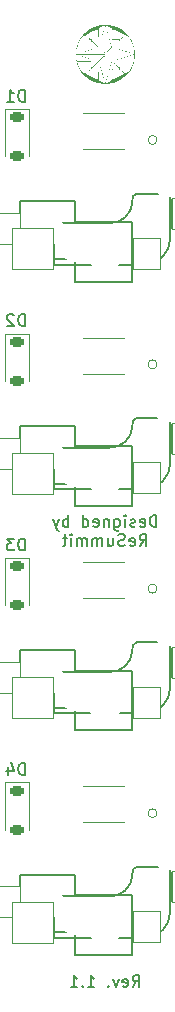
<source format=gbo>
G04 #@! TF.GenerationSoftware,KiCad,Pcbnew,7.0.8*
G04 #@! TF.CreationDate,2023-12-05T05:15:25-08:00*
G04 #@! TF.ProjectId,Seismos_4-Key,53656973-6d6f-4735-9f34-2d4b65792e6b,rev?*
G04 #@! TF.SameCoordinates,Original*
G04 #@! TF.FileFunction,Legend,Bot*
G04 #@! TF.FilePolarity,Positive*
%FSLAX46Y46*%
G04 Gerber Fmt 4.6, Leading zero omitted, Abs format (unit mm)*
G04 Created by KiCad (PCBNEW 7.0.8) date 2023-12-05 05:15:25*
%MOMM*%
%LPD*%
G01*
G04 APERTURE LIST*
G04 Aperture macros list*
%AMRoundRect*
0 Rectangle with rounded corners*
0 $1 Rounding radius*
0 $2 $3 $4 $5 $6 $7 $8 $9 X,Y pos of 4 corners*
0 Add a 4 corners polygon primitive as box body*
4,1,4,$2,$3,$4,$5,$6,$7,$8,$9,$2,$3,0*
0 Add four circle primitives for the rounded corners*
1,1,$1+$1,$2,$3*
1,1,$1+$1,$4,$5*
1,1,$1+$1,$6,$7*
1,1,$1+$1,$8,$9*
0 Add four rect primitives between the rounded corners*
20,1,$1+$1,$2,$3,$4,$5,0*
20,1,$1+$1,$4,$5,$6,$7,0*
20,1,$1+$1,$6,$7,$8,$9,0*
20,1,$1+$1,$8,$9,$2,$3,0*%
G04 Aperture macros list end*
%ADD10C,0.150000*%
%ADD11C,0.120000*%
%ADD12C,3.200000*%
%ADD13RoundRect,0.225000X-0.375000X0.225000X-0.375000X-0.225000X0.375000X-0.225000X0.375000X0.225000X0*%
%ADD14C,2.300000*%
%ADD15C,1.000000*%
%ADD16C,3.000000*%
%ADD17C,4.000000*%
%ADD18R,1.750000X0.812800*%
%ADD19RoundRect,0.063500X1.150000X1.300000X-1.150000X1.300000X-1.150000X-1.300000X1.150000X-1.300000X0*%
%ADD20RoundRect,0.063500X1.750000X1.750000X-1.750000X1.750000X-1.750000X-1.750000X1.750000X-1.750000X0*%
%ADD21RoundRect,0.063500X1.200000X1.300000X-1.200000X1.300000X-1.200000X-1.300000X1.200000X-1.300000X0*%
G04 APERTURE END LIST*
D10*
X49309523Y-108969819D02*
X49642856Y-108493628D01*
X49880951Y-108969819D02*
X49880951Y-107969819D01*
X49880951Y-107969819D02*
X49499999Y-107969819D01*
X49499999Y-107969819D02*
X49404761Y-108017438D01*
X49404761Y-108017438D02*
X49357142Y-108065057D01*
X49357142Y-108065057D02*
X49309523Y-108160295D01*
X49309523Y-108160295D02*
X49309523Y-108303152D01*
X49309523Y-108303152D02*
X49357142Y-108398390D01*
X49357142Y-108398390D02*
X49404761Y-108446009D01*
X49404761Y-108446009D02*
X49499999Y-108493628D01*
X49499999Y-108493628D02*
X49880951Y-108493628D01*
X48499999Y-108922200D02*
X48595237Y-108969819D01*
X48595237Y-108969819D02*
X48785713Y-108969819D01*
X48785713Y-108969819D02*
X48880951Y-108922200D01*
X48880951Y-108922200D02*
X48928570Y-108826961D01*
X48928570Y-108826961D02*
X48928570Y-108446009D01*
X48928570Y-108446009D02*
X48880951Y-108350771D01*
X48880951Y-108350771D02*
X48785713Y-108303152D01*
X48785713Y-108303152D02*
X48595237Y-108303152D01*
X48595237Y-108303152D02*
X48499999Y-108350771D01*
X48499999Y-108350771D02*
X48452380Y-108446009D01*
X48452380Y-108446009D02*
X48452380Y-108541247D01*
X48452380Y-108541247D02*
X48928570Y-108636485D01*
X48119046Y-108303152D02*
X47880951Y-108969819D01*
X47880951Y-108969819D02*
X47642856Y-108303152D01*
X47261903Y-108874580D02*
X47214284Y-108922200D01*
X47214284Y-108922200D02*
X47261903Y-108969819D01*
X47261903Y-108969819D02*
X47309522Y-108922200D01*
X47309522Y-108922200D02*
X47261903Y-108874580D01*
X47261903Y-108874580D02*
X47261903Y-108969819D01*
X45499999Y-108969819D02*
X46071427Y-108969819D01*
X45785713Y-108969819D02*
X45785713Y-107969819D01*
X45785713Y-107969819D02*
X45880951Y-108112676D01*
X45880951Y-108112676D02*
X45976189Y-108207914D01*
X45976189Y-108207914D02*
X46071427Y-108255533D01*
X45071427Y-108874580D02*
X45023808Y-108922200D01*
X45023808Y-108922200D02*
X45071427Y-108969819D01*
X45071427Y-108969819D02*
X45119046Y-108922200D01*
X45119046Y-108922200D02*
X45071427Y-108874580D01*
X45071427Y-108874580D02*
X45071427Y-108969819D01*
X44071428Y-108969819D02*
X44642856Y-108969819D01*
X44357142Y-108969819D02*
X44357142Y-107969819D01*
X44357142Y-107969819D02*
X44452380Y-108112676D01*
X44452380Y-108112676D02*
X44547618Y-108207914D01*
X44547618Y-108207914D02*
X44642856Y-108255533D01*
X51333333Y-70009819D02*
X51333333Y-69009819D01*
X51333333Y-69009819D02*
X51095238Y-69009819D01*
X51095238Y-69009819D02*
X50952381Y-69057438D01*
X50952381Y-69057438D02*
X50857143Y-69152676D01*
X50857143Y-69152676D02*
X50809524Y-69247914D01*
X50809524Y-69247914D02*
X50761905Y-69438390D01*
X50761905Y-69438390D02*
X50761905Y-69581247D01*
X50761905Y-69581247D02*
X50809524Y-69771723D01*
X50809524Y-69771723D02*
X50857143Y-69866961D01*
X50857143Y-69866961D02*
X50952381Y-69962200D01*
X50952381Y-69962200D02*
X51095238Y-70009819D01*
X51095238Y-70009819D02*
X51333333Y-70009819D01*
X49952381Y-69962200D02*
X50047619Y-70009819D01*
X50047619Y-70009819D02*
X50238095Y-70009819D01*
X50238095Y-70009819D02*
X50333333Y-69962200D01*
X50333333Y-69962200D02*
X50380952Y-69866961D01*
X50380952Y-69866961D02*
X50380952Y-69486009D01*
X50380952Y-69486009D02*
X50333333Y-69390771D01*
X50333333Y-69390771D02*
X50238095Y-69343152D01*
X50238095Y-69343152D02*
X50047619Y-69343152D01*
X50047619Y-69343152D02*
X49952381Y-69390771D01*
X49952381Y-69390771D02*
X49904762Y-69486009D01*
X49904762Y-69486009D02*
X49904762Y-69581247D01*
X49904762Y-69581247D02*
X50380952Y-69676485D01*
X49523809Y-69962200D02*
X49428571Y-70009819D01*
X49428571Y-70009819D02*
X49238095Y-70009819D01*
X49238095Y-70009819D02*
X49142857Y-69962200D01*
X49142857Y-69962200D02*
X49095238Y-69866961D01*
X49095238Y-69866961D02*
X49095238Y-69819342D01*
X49095238Y-69819342D02*
X49142857Y-69724104D01*
X49142857Y-69724104D02*
X49238095Y-69676485D01*
X49238095Y-69676485D02*
X49380952Y-69676485D01*
X49380952Y-69676485D02*
X49476190Y-69628866D01*
X49476190Y-69628866D02*
X49523809Y-69533628D01*
X49523809Y-69533628D02*
X49523809Y-69486009D01*
X49523809Y-69486009D02*
X49476190Y-69390771D01*
X49476190Y-69390771D02*
X49380952Y-69343152D01*
X49380952Y-69343152D02*
X49238095Y-69343152D01*
X49238095Y-69343152D02*
X49142857Y-69390771D01*
X48666666Y-70009819D02*
X48666666Y-69343152D01*
X48666666Y-69009819D02*
X48714285Y-69057438D01*
X48714285Y-69057438D02*
X48666666Y-69105057D01*
X48666666Y-69105057D02*
X48619047Y-69057438D01*
X48619047Y-69057438D02*
X48666666Y-69009819D01*
X48666666Y-69009819D02*
X48666666Y-69105057D01*
X47761905Y-69343152D02*
X47761905Y-70152676D01*
X47761905Y-70152676D02*
X47809524Y-70247914D01*
X47809524Y-70247914D02*
X47857143Y-70295533D01*
X47857143Y-70295533D02*
X47952381Y-70343152D01*
X47952381Y-70343152D02*
X48095238Y-70343152D01*
X48095238Y-70343152D02*
X48190476Y-70295533D01*
X47761905Y-69962200D02*
X47857143Y-70009819D01*
X47857143Y-70009819D02*
X48047619Y-70009819D01*
X48047619Y-70009819D02*
X48142857Y-69962200D01*
X48142857Y-69962200D02*
X48190476Y-69914580D01*
X48190476Y-69914580D02*
X48238095Y-69819342D01*
X48238095Y-69819342D02*
X48238095Y-69533628D01*
X48238095Y-69533628D02*
X48190476Y-69438390D01*
X48190476Y-69438390D02*
X48142857Y-69390771D01*
X48142857Y-69390771D02*
X48047619Y-69343152D01*
X48047619Y-69343152D02*
X47857143Y-69343152D01*
X47857143Y-69343152D02*
X47761905Y-69390771D01*
X47285714Y-69343152D02*
X47285714Y-70009819D01*
X47285714Y-69438390D02*
X47238095Y-69390771D01*
X47238095Y-69390771D02*
X47142857Y-69343152D01*
X47142857Y-69343152D02*
X47000000Y-69343152D01*
X47000000Y-69343152D02*
X46904762Y-69390771D01*
X46904762Y-69390771D02*
X46857143Y-69486009D01*
X46857143Y-69486009D02*
X46857143Y-70009819D01*
X46000000Y-69962200D02*
X46095238Y-70009819D01*
X46095238Y-70009819D02*
X46285714Y-70009819D01*
X46285714Y-70009819D02*
X46380952Y-69962200D01*
X46380952Y-69962200D02*
X46428571Y-69866961D01*
X46428571Y-69866961D02*
X46428571Y-69486009D01*
X46428571Y-69486009D02*
X46380952Y-69390771D01*
X46380952Y-69390771D02*
X46285714Y-69343152D01*
X46285714Y-69343152D02*
X46095238Y-69343152D01*
X46095238Y-69343152D02*
X46000000Y-69390771D01*
X46000000Y-69390771D02*
X45952381Y-69486009D01*
X45952381Y-69486009D02*
X45952381Y-69581247D01*
X45952381Y-69581247D02*
X46428571Y-69676485D01*
X45095238Y-70009819D02*
X45095238Y-69009819D01*
X45095238Y-69962200D02*
X45190476Y-70009819D01*
X45190476Y-70009819D02*
X45380952Y-70009819D01*
X45380952Y-70009819D02*
X45476190Y-69962200D01*
X45476190Y-69962200D02*
X45523809Y-69914580D01*
X45523809Y-69914580D02*
X45571428Y-69819342D01*
X45571428Y-69819342D02*
X45571428Y-69533628D01*
X45571428Y-69533628D02*
X45523809Y-69438390D01*
X45523809Y-69438390D02*
X45476190Y-69390771D01*
X45476190Y-69390771D02*
X45380952Y-69343152D01*
X45380952Y-69343152D02*
X45190476Y-69343152D01*
X45190476Y-69343152D02*
X45095238Y-69390771D01*
X43857142Y-70009819D02*
X43857142Y-69009819D01*
X43857142Y-69390771D02*
X43761904Y-69343152D01*
X43761904Y-69343152D02*
X43571428Y-69343152D01*
X43571428Y-69343152D02*
X43476190Y-69390771D01*
X43476190Y-69390771D02*
X43428571Y-69438390D01*
X43428571Y-69438390D02*
X43380952Y-69533628D01*
X43380952Y-69533628D02*
X43380952Y-69819342D01*
X43380952Y-69819342D02*
X43428571Y-69914580D01*
X43428571Y-69914580D02*
X43476190Y-69962200D01*
X43476190Y-69962200D02*
X43571428Y-70009819D01*
X43571428Y-70009819D02*
X43761904Y-70009819D01*
X43761904Y-70009819D02*
X43857142Y-69962200D01*
X43047618Y-69343152D02*
X42809523Y-70009819D01*
X42571428Y-69343152D02*
X42809523Y-70009819D01*
X42809523Y-70009819D02*
X42904761Y-70247914D01*
X42904761Y-70247914D02*
X42952380Y-70295533D01*
X42952380Y-70295533D02*
X43047618Y-70343152D01*
X49904761Y-71619819D02*
X50238094Y-71143628D01*
X50476189Y-71619819D02*
X50476189Y-70619819D01*
X50476189Y-70619819D02*
X50095237Y-70619819D01*
X50095237Y-70619819D02*
X49999999Y-70667438D01*
X49999999Y-70667438D02*
X49952380Y-70715057D01*
X49952380Y-70715057D02*
X49904761Y-70810295D01*
X49904761Y-70810295D02*
X49904761Y-70953152D01*
X49904761Y-70953152D02*
X49952380Y-71048390D01*
X49952380Y-71048390D02*
X49999999Y-71096009D01*
X49999999Y-71096009D02*
X50095237Y-71143628D01*
X50095237Y-71143628D02*
X50476189Y-71143628D01*
X49095237Y-71572200D02*
X49190475Y-71619819D01*
X49190475Y-71619819D02*
X49380951Y-71619819D01*
X49380951Y-71619819D02*
X49476189Y-71572200D01*
X49476189Y-71572200D02*
X49523808Y-71476961D01*
X49523808Y-71476961D02*
X49523808Y-71096009D01*
X49523808Y-71096009D02*
X49476189Y-71000771D01*
X49476189Y-71000771D02*
X49380951Y-70953152D01*
X49380951Y-70953152D02*
X49190475Y-70953152D01*
X49190475Y-70953152D02*
X49095237Y-71000771D01*
X49095237Y-71000771D02*
X49047618Y-71096009D01*
X49047618Y-71096009D02*
X49047618Y-71191247D01*
X49047618Y-71191247D02*
X49523808Y-71286485D01*
X48666665Y-71572200D02*
X48523808Y-71619819D01*
X48523808Y-71619819D02*
X48285713Y-71619819D01*
X48285713Y-71619819D02*
X48190475Y-71572200D01*
X48190475Y-71572200D02*
X48142856Y-71524580D01*
X48142856Y-71524580D02*
X48095237Y-71429342D01*
X48095237Y-71429342D02*
X48095237Y-71334104D01*
X48095237Y-71334104D02*
X48142856Y-71238866D01*
X48142856Y-71238866D02*
X48190475Y-71191247D01*
X48190475Y-71191247D02*
X48285713Y-71143628D01*
X48285713Y-71143628D02*
X48476189Y-71096009D01*
X48476189Y-71096009D02*
X48571427Y-71048390D01*
X48571427Y-71048390D02*
X48619046Y-71000771D01*
X48619046Y-71000771D02*
X48666665Y-70905533D01*
X48666665Y-70905533D02*
X48666665Y-70810295D01*
X48666665Y-70810295D02*
X48619046Y-70715057D01*
X48619046Y-70715057D02*
X48571427Y-70667438D01*
X48571427Y-70667438D02*
X48476189Y-70619819D01*
X48476189Y-70619819D02*
X48238094Y-70619819D01*
X48238094Y-70619819D02*
X48095237Y-70667438D01*
X47238094Y-70953152D02*
X47238094Y-71619819D01*
X47666665Y-70953152D02*
X47666665Y-71476961D01*
X47666665Y-71476961D02*
X47619046Y-71572200D01*
X47619046Y-71572200D02*
X47523808Y-71619819D01*
X47523808Y-71619819D02*
X47380951Y-71619819D01*
X47380951Y-71619819D02*
X47285713Y-71572200D01*
X47285713Y-71572200D02*
X47238094Y-71524580D01*
X46761903Y-71619819D02*
X46761903Y-70953152D01*
X46761903Y-71048390D02*
X46714284Y-71000771D01*
X46714284Y-71000771D02*
X46619046Y-70953152D01*
X46619046Y-70953152D02*
X46476189Y-70953152D01*
X46476189Y-70953152D02*
X46380951Y-71000771D01*
X46380951Y-71000771D02*
X46333332Y-71096009D01*
X46333332Y-71096009D02*
X46333332Y-71619819D01*
X46333332Y-71096009D02*
X46285713Y-71000771D01*
X46285713Y-71000771D02*
X46190475Y-70953152D01*
X46190475Y-70953152D02*
X46047618Y-70953152D01*
X46047618Y-70953152D02*
X45952379Y-71000771D01*
X45952379Y-71000771D02*
X45904760Y-71096009D01*
X45904760Y-71096009D02*
X45904760Y-71619819D01*
X45428570Y-71619819D02*
X45428570Y-70953152D01*
X45428570Y-71048390D02*
X45380951Y-71000771D01*
X45380951Y-71000771D02*
X45285713Y-70953152D01*
X45285713Y-70953152D02*
X45142856Y-70953152D01*
X45142856Y-70953152D02*
X45047618Y-71000771D01*
X45047618Y-71000771D02*
X44999999Y-71096009D01*
X44999999Y-71096009D02*
X44999999Y-71619819D01*
X44999999Y-71096009D02*
X44952380Y-71000771D01*
X44952380Y-71000771D02*
X44857142Y-70953152D01*
X44857142Y-70953152D02*
X44714285Y-70953152D01*
X44714285Y-70953152D02*
X44619046Y-71000771D01*
X44619046Y-71000771D02*
X44571427Y-71096009D01*
X44571427Y-71096009D02*
X44571427Y-71619819D01*
X44095237Y-71619819D02*
X44095237Y-70953152D01*
X44095237Y-70619819D02*
X44142856Y-70667438D01*
X44142856Y-70667438D02*
X44095237Y-70715057D01*
X44095237Y-70715057D02*
X44047618Y-70667438D01*
X44047618Y-70667438D02*
X44095237Y-70619819D01*
X44095237Y-70619819D02*
X44095237Y-70715057D01*
X43761904Y-70953152D02*
X43380952Y-70953152D01*
X43619047Y-70619819D02*
X43619047Y-71476961D01*
X43619047Y-71476961D02*
X43571428Y-71572200D01*
X43571428Y-71572200D02*
X43476190Y-71619819D01*
X43476190Y-71619819D02*
X43380952Y-71619819D01*
X40188094Y-53004819D02*
X40188094Y-52004819D01*
X40188094Y-52004819D02*
X39949999Y-52004819D01*
X39949999Y-52004819D02*
X39807142Y-52052438D01*
X39807142Y-52052438D02*
X39711904Y-52147676D01*
X39711904Y-52147676D02*
X39664285Y-52242914D01*
X39664285Y-52242914D02*
X39616666Y-52433390D01*
X39616666Y-52433390D02*
X39616666Y-52576247D01*
X39616666Y-52576247D02*
X39664285Y-52766723D01*
X39664285Y-52766723D02*
X39711904Y-52861961D01*
X39711904Y-52861961D02*
X39807142Y-52957200D01*
X39807142Y-52957200D02*
X39949999Y-53004819D01*
X39949999Y-53004819D02*
X40188094Y-53004819D01*
X39235713Y-52100057D02*
X39188094Y-52052438D01*
X39188094Y-52052438D02*
X39092856Y-52004819D01*
X39092856Y-52004819D02*
X38854761Y-52004819D01*
X38854761Y-52004819D02*
X38759523Y-52052438D01*
X38759523Y-52052438D02*
X38711904Y-52100057D01*
X38711904Y-52100057D02*
X38664285Y-52195295D01*
X38664285Y-52195295D02*
X38664285Y-52290533D01*
X38664285Y-52290533D02*
X38711904Y-52433390D01*
X38711904Y-52433390D02*
X39283332Y-53004819D01*
X39283332Y-53004819D02*
X38664285Y-53004819D01*
X40188094Y-91004819D02*
X40188094Y-90004819D01*
X40188094Y-90004819D02*
X39949999Y-90004819D01*
X39949999Y-90004819D02*
X39807142Y-90052438D01*
X39807142Y-90052438D02*
X39711904Y-90147676D01*
X39711904Y-90147676D02*
X39664285Y-90242914D01*
X39664285Y-90242914D02*
X39616666Y-90433390D01*
X39616666Y-90433390D02*
X39616666Y-90576247D01*
X39616666Y-90576247D02*
X39664285Y-90766723D01*
X39664285Y-90766723D02*
X39711904Y-90861961D01*
X39711904Y-90861961D02*
X39807142Y-90957200D01*
X39807142Y-90957200D02*
X39949999Y-91004819D01*
X39949999Y-91004819D02*
X40188094Y-91004819D01*
X38759523Y-90338152D02*
X38759523Y-91004819D01*
X38997618Y-89957200D02*
X39235713Y-90671485D01*
X39235713Y-90671485D02*
X38616666Y-90671485D01*
X48475332Y-60019200D02*
X48332475Y-60066819D01*
X48332475Y-60066819D02*
X48094380Y-60066819D01*
X48094380Y-60066819D02*
X47999142Y-60019200D01*
X47999142Y-60019200D02*
X47951523Y-59971580D01*
X47951523Y-59971580D02*
X47903904Y-59876342D01*
X47903904Y-59876342D02*
X47903904Y-59781104D01*
X47903904Y-59781104D02*
X47951523Y-59685866D01*
X47951523Y-59685866D02*
X47999142Y-59638247D01*
X47999142Y-59638247D02*
X48094380Y-59590628D01*
X48094380Y-59590628D02*
X48284856Y-59543009D01*
X48284856Y-59543009D02*
X48380094Y-59495390D01*
X48380094Y-59495390D02*
X48427713Y-59447771D01*
X48427713Y-59447771D02*
X48475332Y-59352533D01*
X48475332Y-59352533D02*
X48475332Y-59257295D01*
X48475332Y-59257295D02*
X48427713Y-59162057D01*
X48427713Y-59162057D02*
X48380094Y-59114438D01*
X48380094Y-59114438D02*
X48284856Y-59066819D01*
X48284856Y-59066819D02*
X48046761Y-59066819D01*
X48046761Y-59066819D02*
X47903904Y-59114438D01*
X47570570Y-59066819D02*
X47332475Y-60066819D01*
X47332475Y-60066819D02*
X47141999Y-59352533D01*
X47141999Y-59352533D02*
X46951523Y-60066819D01*
X46951523Y-60066819D02*
X46713428Y-59066819D01*
X46380094Y-59162057D02*
X46332475Y-59114438D01*
X46332475Y-59114438D02*
X46237237Y-59066819D01*
X46237237Y-59066819D02*
X45999142Y-59066819D01*
X45999142Y-59066819D02*
X45903904Y-59114438D01*
X45903904Y-59114438D02*
X45856285Y-59162057D01*
X45856285Y-59162057D02*
X45808666Y-59257295D01*
X45808666Y-59257295D02*
X45808666Y-59352533D01*
X45808666Y-59352533D02*
X45856285Y-59495390D01*
X45856285Y-59495390D02*
X46427713Y-60066819D01*
X46427713Y-60066819D02*
X45808666Y-60066819D01*
X48475332Y-41019200D02*
X48332475Y-41066819D01*
X48332475Y-41066819D02*
X48094380Y-41066819D01*
X48094380Y-41066819D02*
X47999142Y-41019200D01*
X47999142Y-41019200D02*
X47951523Y-40971580D01*
X47951523Y-40971580D02*
X47903904Y-40876342D01*
X47903904Y-40876342D02*
X47903904Y-40781104D01*
X47903904Y-40781104D02*
X47951523Y-40685866D01*
X47951523Y-40685866D02*
X47999142Y-40638247D01*
X47999142Y-40638247D02*
X48094380Y-40590628D01*
X48094380Y-40590628D02*
X48284856Y-40543009D01*
X48284856Y-40543009D02*
X48380094Y-40495390D01*
X48380094Y-40495390D02*
X48427713Y-40447771D01*
X48427713Y-40447771D02*
X48475332Y-40352533D01*
X48475332Y-40352533D02*
X48475332Y-40257295D01*
X48475332Y-40257295D02*
X48427713Y-40162057D01*
X48427713Y-40162057D02*
X48380094Y-40114438D01*
X48380094Y-40114438D02*
X48284856Y-40066819D01*
X48284856Y-40066819D02*
X48046761Y-40066819D01*
X48046761Y-40066819D02*
X47903904Y-40114438D01*
X47570570Y-40066819D02*
X47332475Y-41066819D01*
X47332475Y-41066819D02*
X47141999Y-40352533D01*
X47141999Y-40352533D02*
X46951523Y-41066819D01*
X46951523Y-41066819D02*
X46713428Y-40066819D01*
X45808666Y-41066819D02*
X46380094Y-41066819D01*
X46094380Y-41066819D02*
X46094380Y-40066819D01*
X46094380Y-40066819D02*
X46189618Y-40209676D01*
X46189618Y-40209676D02*
X46284856Y-40304914D01*
X46284856Y-40304914D02*
X46380094Y-40352533D01*
X48475332Y-79019200D02*
X48332475Y-79066819D01*
X48332475Y-79066819D02*
X48094380Y-79066819D01*
X48094380Y-79066819D02*
X47999142Y-79019200D01*
X47999142Y-79019200D02*
X47951523Y-78971580D01*
X47951523Y-78971580D02*
X47903904Y-78876342D01*
X47903904Y-78876342D02*
X47903904Y-78781104D01*
X47903904Y-78781104D02*
X47951523Y-78685866D01*
X47951523Y-78685866D02*
X47999142Y-78638247D01*
X47999142Y-78638247D02*
X48094380Y-78590628D01*
X48094380Y-78590628D02*
X48284856Y-78543009D01*
X48284856Y-78543009D02*
X48380094Y-78495390D01*
X48380094Y-78495390D02*
X48427713Y-78447771D01*
X48427713Y-78447771D02*
X48475332Y-78352533D01*
X48475332Y-78352533D02*
X48475332Y-78257295D01*
X48475332Y-78257295D02*
X48427713Y-78162057D01*
X48427713Y-78162057D02*
X48380094Y-78114438D01*
X48380094Y-78114438D02*
X48284856Y-78066819D01*
X48284856Y-78066819D02*
X48046761Y-78066819D01*
X48046761Y-78066819D02*
X47903904Y-78114438D01*
X47570570Y-78066819D02*
X47332475Y-79066819D01*
X47332475Y-79066819D02*
X47141999Y-78352533D01*
X47141999Y-78352533D02*
X46951523Y-79066819D01*
X46951523Y-79066819D02*
X46713428Y-78066819D01*
X46427713Y-78066819D02*
X45808666Y-78066819D01*
X45808666Y-78066819D02*
X46141999Y-78447771D01*
X46141999Y-78447771D02*
X45999142Y-78447771D01*
X45999142Y-78447771D02*
X45903904Y-78495390D01*
X45903904Y-78495390D02*
X45856285Y-78543009D01*
X45856285Y-78543009D02*
X45808666Y-78638247D01*
X45808666Y-78638247D02*
X45808666Y-78876342D01*
X45808666Y-78876342D02*
X45856285Y-78971580D01*
X45856285Y-78971580D02*
X45903904Y-79019200D01*
X45903904Y-79019200D02*
X45999142Y-79066819D01*
X45999142Y-79066819D02*
X46284856Y-79066819D01*
X46284856Y-79066819D02*
X46380094Y-79019200D01*
X46380094Y-79019200D02*
X46427713Y-78971580D01*
X40188094Y-34004819D02*
X40188094Y-33004819D01*
X40188094Y-33004819D02*
X39949999Y-33004819D01*
X39949999Y-33004819D02*
X39807142Y-33052438D01*
X39807142Y-33052438D02*
X39711904Y-33147676D01*
X39711904Y-33147676D02*
X39664285Y-33242914D01*
X39664285Y-33242914D02*
X39616666Y-33433390D01*
X39616666Y-33433390D02*
X39616666Y-33576247D01*
X39616666Y-33576247D02*
X39664285Y-33766723D01*
X39664285Y-33766723D02*
X39711904Y-33861961D01*
X39711904Y-33861961D02*
X39807142Y-33957200D01*
X39807142Y-33957200D02*
X39949999Y-34004819D01*
X39949999Y-34004819D02*
X40188094Y-34004819D01*
X38664285Y-34004819D02*
X39235713Y-34004819D01*
X38949999Y-34004819D02*
X38949999Y-33004819D01*
X38949999Y-33004819D02*
X39045237Y-33147676D01*
X39045237Y-33147676D02*
X39140475Y-33242914D01*
X39140475Y-33242914D02*
X39235713Y-33290533D01*
X48475332Y-98019200D02*
X48332475Y-98066819D01*
X48332475Y-98066819D02*
X48094380Y-98066819D01*
X48094380Y-98066819D02*
X47999142Y-98019200D01*
X47999142Y-98019200D02*
X47951523Y-97971580D01*
X47951523Y-97971580D02*
X47903904Y-97876342D01*
X47903904Y-97876342D02*
X47903904Y-97781104D01*
X47903904Y-97781104D02*
X47951523Y-97685866D01*
X47951523Y-97685866D02*
X47999142Y-97638247D01*
X47999142Y-97638247D02*
X48094380Y-97590628D01*
X48094380Y-97590628D02*
X48284856Y-97543009D01*
X48284856Y-97543009D02*
X48380094Y-97495390D01*
X48380094Y-97495390D02*
X48427713Y-97447771D01*
X48427713Y-97447771D02*
X48475332Y-97352533D01*
X48475332Y-97352533D02*
X48475332Y-97257295D01*
X48475332Y-97257295D02*
X48427713Y-97162057D01*
X48427713Y-97162057D02*
X48380094Y-97114438D01*
X48380094Y-97114438D02*
X48284856Y-97066819D01*
X48284856Y-97066819D02*
X48046761Y-97066819D01*
X48046761Y-97066819D02*
X47903904Y-97114438D01*
X47570570Y-97066819D02*
X47332475Y-98066819D01*
X47332475Y-98066819D02*
X47141999Y-97352533D01*
X47141999Y-97352533D02*
X46951523Y-98066819D01*
X46951523Y-98066819D02*
X46713428Y-97066819D01*
X45903904Y-97400152D02*
X45903904Y-98066819D01*
X46141999Y-97019200D02*
X46380094Y-97733485D01*
X46380094Y-97733485D02*
X45761047Y-97733485D01*
X40188094Y-72004819D02*
X40188094Y-71004819D01*
X40188094Y-71004819D02*
X39949999Y-71004819D01*
X39949999Y-71004819D02*
X39807142Y-71052438D01*
X39807142Y-71052438D02*
X39711904Y-71147676D01*
X39711904Y-71147676D02*
X39664285Y-71242914D01*
X39664285Y-71242914D02*
X39616666Y-71433390D01*
X39616666Y-71433390D02*
X39616666Y-71576247D01*
X39616666Y-71576247D02*
X39664285Y-71766723D01*
X39664285Y-71766723D02*
X39711904Y-71861961D01*
X39711904Y-71861961D02*
X39807142Y-71957200D01*
X39807142Y-71957200D02*
X39949999Y-72004819D01*
X39949999Y-72004819D02*
X40188094Y-72004819D01*
X39283332Y-71004819D02*
X38664285Y-71004819D01*
X38664285Y-71004819D02*
X38997618Y-71385771D01*
X38997618Y-71385771D02*
X38854761Y-71385771D01*
X38854761Y-71385771D02*
X38759523Y-71433390D01*
X38759523Y-71433390D02*
X38711904Y-71481009D01*
X38711904Y-71481009D02*
X38664285Y-71576247D01*
X38664285Y-71576247D02*
X38664285Y-71814342D01*
X38664285Y-71814342D02*
X38711904Y-71909580D01*
X38711904Y-71909580D02*
X38759523Y-71957200D01*
X38759523Y-71957200D02*
X38854761Y-72004819D01*
X38854761Y-72004819D02*
X39140475Y-72004819D01*
X39140475Y-72004819D02*
X39235713Y-71957200D01*
X39235713Y-71957200D02*
X39283332Y-71909580D01*
D11*
X40500000Y-53640000D02*
X40500000Y-57650000D01*
X38500000Y-53640000D02*
X40500000Y-53640000D01*
X38500000Y-53640000D02*
X38500000Y-57650000D01*
X40500000Y-91640000D02*
X40500000Y-95650000D01*
X38500000Y-91640000D02*
X40500000Y-91640000D01*
X38500000Y-91640000D02*
X38500000Y-95650000D01*
D10*
X52500000Y-60800000D02*
X52500000Y-64600000D01*
X50300000Y-66800000D02*
X42700000Y-66800000D01*
X49650000Y-60800000D02*
X52500000Y-60800000D01*
X49300000Y-61500000D02*
X49300000Y-61350000D01*
X49250000Y-68250000D02*
X49250000Y-63175000D01*
X49250000Y-63175000D02*
X44460000Y-63175000D01*
D11*
X48577200Y-53980200D02*
X45122800Y-53980200D01*
X45122800Y-57028200D02*
X48577200Y-57028200D01*
D10*
X44460000Y-68250000D02*
X49250000Y-68250000D01*
X44460000Y-66350000D02*
X44460000Y-68250000D01*
X44460000Y-63175000D02*
X44460000Y-61450000D01*
X44460000Y-61450000D02*
X39750000Y-61450000D01*
X43300000Y-63300000D02*
X47300000Y-63300000D01*
X42700000Y-66800000D02*
X42700000Y-63850000D01*
X39750000Y-66350000D02*
X44460000Y-66350000D01*
X39750000Y-61450000D02*
X39750000Y-66350000D01*
X50300000Y-66800000D02*
G75*
G03*
X52500000Y-64600000I0J2200000D01*
G01*
X49650000Y-60800000D02*
G75*
G03*
X49300000Y-61350000I100000J-450000D01*
G01*
X47300000Y-63299999D02*
G75*
G03*
X49299998Y-61499999I99999J1899999D01*
G01*
X43300000Y-63300000D02*
G75*
G03*
X42700000Y-63850000I-25000J-575000D01*
G01*
D11*
X51381000Y-56250000D02*
G75*
G03*
X51381000Y-56250000I-381000J0D01*
G01*
D10*
X52500000Y-41800000D02*
X52500000Y-45600000D01*
X50300000Y-47800000D02*
X42700000Y-47800000D01*
X49650000Y-41800000D02*
X52500000Y-41800000D01*
X49300000Y-42500000D02*
X49300000Y-42350000D01*
X49250000Y-49250000D02*
X49250000Y-44175000D01*
X49250000Y-44175000D02*
X44460000Y-44175000D01*
D11*
X48577200Y-34980200D02*
X45122800Y-34980200D01*
X45122800Y-38028200D02*
X48577200Y-38028200D01*
D10*
X44460000Y-49250000D02*
X49250000Y-49250000D01*
X44460000Y-47350000D02*
X44460000Y-49250000D01*
X44460000Y-44175000D02*
X44460000Y-42450000D01*
X44460000Y-42450000D02*
X39750000Y-42450000D01*
X43300000Y-44300000D02*
X47300000Y-44300000D01*
X42700000Y-47800000D02*
X42700000Y-44850000D01*
X39750000Y-47350000D02*
X44460000Y-47350000D01*
X39750000Y-42450000D02*
X39750000Y-47350000D01*
X50300000Y-47800000D02*
G75*
G03*
X52500000Y-45600000I0J2200000D01*
G01*
X49650000Y-41800000D02*
G75*
G03*
X49300000Y-42350000I100000J-450000D01*
G01*
X47300000Y-44299999D02*
G75*
G03*
X49299998Y-42499999I99999J1899999D01*
G01*
X43300000Y-44300000D02*
G75*
G03*
X42700000Y-44850000I-25000J-575000D01*
G01*
D11*
X51381000Y-37250000D02*
G75*
G03*
X51381000Y-37250000I-381000J0D01*
G01*
D10*
X52500000Y-79800000D02*
X52500000Y-83600000D01*
X50300000Y-85800000D02*
X42700000Y-85800000D01*
X49650000Y-79800000D02*
X52500000Y-79800000D01*
X49300000Y-80500000D02*
X49300000Y-80350000D01*
X49250000Y-87250000D02*
X49250000Y-82175000D01*
X49250000Y-82175000D02*
X44460000Y-82175000D01*
D11*
X48577200Y-72980200D02*
X45122800Y-72980200D01*
X45122800Y-76028200D02*
X48577200Y-76028200D01*
D10*
X44460000Y-87250000D02*
X49250000Y-87250000D01*
X44460000Y-85350000D02*
X44460000Y-87250000D01*
X44460000Y-82175000D02*
X44460000Y-80450000D01*
X44460000Y-80450000D02*
X39750000Y-80450000D01*
X43300000Y-82300000D02*
X47300000Y-82300000D01*
X42700000Y-85800000D02*
X42700000Y-82850000D01*
X39750000Y-85350000D02*
X44460000Y-85350000D01*
X39750000Y-80450000D02*
X39750000Y-85350000D01*
X50300000Y-85800000D02*
G75*
G03*
X52500000Y-83600000I0J2200000D01*
G01*
X49650000Y-79800000D02*
G75*
G03*
X49300000Y-80350000I100000J-450000D01*
G01*
X47300000Y-82299999D02*
G75*
G03*
X49299998Y-80499999I99999J1899999D01*
G01*
X43300000Y-82300000D02*
G75*
G03*
X42700000Y-82850000I-25000J-575000D01*
G01*
D11*
X51381000Y-75250000D02*
G75*
G03*
X51381000Y-75250000I-381000J0D01*
G01*
X40500000Y-34640000D02*
X40500000Y-38650000D01*
X38500000Y-34640000D02*
X40500000Y-34640000D01*
X38500000Y-34640000D02*
X38500000Y-38650000D01*
D10*
X52500000Y-98800000D02*
X52500000Y-102600000D01*
X50300000Y-104800000D02*
X42700000Y-104800000D01*
X49650000Y-98800000D02*
X52500000Y-98800000D01*
X49300000Y-99500000D02*
X49300000Y-99350000D01*
X49250000Y-106250000D02*
X49250000Y-101175000D01*
X49250000Y-101175000D02*
X44460000Y-101175000D01*
D11*
X48577200Y-91980200D02*
X45122800Y-91980200D01*
X45122800Y-95028200D02*
X48577200Y-95028200D01*
D10*
X44460000Y-106250000D02*
X49250000Y-106250000D01*
X44460000Y-104350000D02*
X44460000Y-106250000D01*
X44460000Y-101175000D02*
X44460000Y-99450000D01*
X44460000Y-99450000D02*
X39750000Y-99450000D01*
X43300000Y-101300000D02*
X47300000Y-101300000D01*
X42700000Y-104800000D02*
X42700000Y-101850000D01*
X39750000Y-104350000D02*
X44460000Y-104350000D01*
X39750000Y-99450000D02*
X39750000Y-104350000D01*
X50300000Y-104800000D02*
G75*
G03*
X52500000Y-102600000I0J2200000D01*
G01*
X49650000Y-98800000D02*
G75*
G03*
X49300000Y-99350000I100000J-450000D01*
G01*
X47300000Y-101299999D02*
G75*
G03*
X49299998Y-99499999I99999J1899999D01*
G01*
X43300000Y-101300000D02*
G75*
G03*
X42700000Y-101850000I-25000J-575000D01*
G01*
D11*
X51381000Y-94250000D02*
G75*
G03*
X51381000Y-94250000I-381000J0D01*
G01*
G36*
X49295770Y-29145192D02*
G01*
X49290885Y-29150077D01*
X49286000Y-29145192D01*
X49290885Y-29140307D01*
X49295770Y-29145192D01*
G37*
G36*
X49110154Y-31226038D02*
G01*
X49105270Y-31230923D01*
X49100385Y-31226038D01*
X49105270Y-31221153D01*
X49110154Y-31226038D01*
G37*
G36*
X49061308Y-28695807D02*
G01*
X49056423Y-28700692D01*
X49051539Y-28695807D01*
X49056423Y-28690923D01*
X49061308Y-28695807D01*
G37*
G36*
X48983154Y-28744653D02*
G01*
X48978270Y-28749538D01*
X48973385Y-28744653D01*
X48978270Y-28739769D01*
X48983154Y-28744653D01*
G37*
G36*
X48905000Y-31392115D02*
G01*
X48900116Y-31397000D01*
X48895231Y-31392115D01*
X48900116Y-31387230D01*
X48905000Y-31392115D01*
G37*
G36*
X48905000Y-28559038D02*
G01*
X48900116Y-28563923D01*
X48895231Y-28559038D01*
X48900116Y-28554153D01*
X48905000Y-28559038D01*
G37*
G36*
X48768231Y-28529730D02*
G01*
X48763347Y-28534615D01*
X48758462Y-28529730D01*
X48763347Y-28524846D01*
X48768231Y-28529730D01*
G37*
G36*
X48397000Y-28715346D02*
G01*
X48392116Y-28720230D01*
X48387231Y-28715346D01*
X48392116Y-28710461D01*
X48397000Y-28715346D01*
G37*
G36*
X48397000Y-28265961D02*
G01*
X48392116Y-28270846D01*
X48387231Y-28265961D01*
X48392116Y-28261077D01*
X48397000Y-28265961D01*
G37*
G36*
X48338385Y-28607884D02*
G01*
X48333500Y-28612769D01*
X48328616Y-28607884D01*
X48333500Y-28603000D01*
X48338385Y-28607884D01*
G37*
G36*
X48309077Y-31411653D02*
G01*
X48304193Y-31416538D01*
X48299308Y-31411653D01*
X48304193Y-31406769D01*
X48309077Y-31411653D01*
G37*
G36*
X48260231Y-28637192D02*
G01*
X48255347Y-28642077D01*
X48250462Y-28637192D01*
X48255347Y-28632307D01*
X48260231Y-28637192D01*
G37*
G36*
X47967154Y-28051038D02*
G01*
X47962270Y-28055923D01*
X47957385Y-28051038D01*
X47962270Y-28046153D01*
X47967154Y-28051038D01*
G37*
G36*
X46365000Y-32007577D02*
G01*
X46360116Y-32012461D01*
X46355231Y-32007577D01*
X46360116Y-32002692D01*
X46365000Y-32007577D01*
G37*
G36*
X46257539Y-28099884D02*
G01*
X46252654Y-28104769D01*
X46247770Y-28099884D01*
X46252654Y-28095000D01*
X46257539Y-28099884D01*
G37*
G36*
X46208693Y-28129192D02*
G01*
X46203808Y-28134077D01*
X46198923Y-28129192D01*
X46203808Y-28124307D01*
X46208693Y-28129192D01*
G37*
G36*
X46042616Y-31919653D02*
G01*
X46037731Y-31924538D01*
X46032847Y-31919653D01*
X46037731Y-31914769D01*
X46042616Y-31919653D01*
G37*
G36*
X45886308Y-31333500D02*
G01*
X45881423Y-31338384D01*
X45876539Y-31333500D01*
X45881423Y-31328615D01*
X45886308Y-31333500D01*
G37*
G36*
X45827693Y-28637192D02*
G01*
X45822808Y-28642077D01*
X45817923Y-28637192D01*
X45822808Y-28632307D01*
X45827693Y-28637192D01*
G37*
G36*
X45827693Y-28314807D02*
G01*
X45822808Y-28319692D01*
X45817923Y-28314807D01*
X45822808Y-28309923D01*
X45827693Y-28314807D01*
G37*
G36*
X45778847Y-28344115D02*
G01*
X45773962Y-28349000D01*
X45769077Y-28344115D01*
X45773962Y-28339230D01*
X45778847Y-28344115D01*
G37*
G36*
X45534616Y-28637192D02*
G01*
X45529731Y-28642077D01*
X45524847Y-28637192D01*
X45529731Y-28632307D01*
X45534616Y-28637192D01*
G37*
G36*
X45378308Y-28480884D02*
G01*
X45373423Y-28485769D01*
X45368539Y-28480884D01*
X45373423Y-28476000D01*
X45378308Y-28480884D01*
G37*
G36*
X45349000Y-28451577D02*
G01*
X45344116Y-28456461D01*
X45339231Y-28451577D01*
X45344116Y-28446692D01*
X45349000Y-28451577D01*
G37*
G36*
X45163385Y-31440961D02*
G01*
X45158500Y-31445846D01*
X45153616Y-31440961D01*
X45158500Y-31436077D01*
X45163385Y-31440961D01*
G37*
G36*
X45134077Y-31392115D02*
G01*
X45129193Y-31397000D01*
X45124308Y-31392115D01*
X45129193Y-31387230D01*
X45134077Y-31392115D01*
G37*
G36*
X45055923Y-28529730D02*
G01*
X45051039Y-28534615D01*
X45046154Y-28529730D01*
X45051039Y-28524846D01*
X45055923Y-28529730D01*
G37*
G36*
X44919154Y-28881423D02*
G01*
X44914270Y-28886307D01*
X44909385Y-28881423D01*
X44914270Y-28876538D01*
X44919154Y-28881423D01*
G37*
G36*
X44762847Y-30825500D02*
G01*
X44757962Y-30830384D01*
X44753077Y-30825500D01*
X44757962Y-30820615D01*
X44762847Y-30825500D01*
G37*
G36*
X44762847Y-29145192D02*
G01*
X44757962Y-29150077D01*
X44753077Y-29145192D01*
X44757962Y-29140307D01*
X44762847Y-29145192D01*
G37*
G36*
X44733539Y-30747346D02*
G01*
X44728654Y-30752230D01*
X44723770Y-30747346D01*
X44728654Y-30742461D01*
X44733539Y-30747346D01*
G37*
G36*
X49302282Y-30823871D02*
G01*
X49303811Y-30826810D01*
X49295770Y-30830384D01*
X49290598Y-30829679D01*
X49289257Y-30823871D01*
X49290689Y-30822702D01*
X49302282Y-30823871D01*
G37*
G36*
X49194821Y-31038794D02*
G01*
X49196349Y-31041733D01*
X49188308Y-31045307D01*
X49183136Y-31044602D01*
X49181795Y-31038794D01*
X49183227Y-31037625D01*
X49194821Y-31038794D01*
G37*
G36*
X49116667Y-29172871D02*
G01*
X49118195Y-29175810D01*
X49110154Y-29179384D01*
X49104982Y-29178679D01*
X49103641Y-29172871D01*
X49105073Y-29171702D01*
X49116667Y-29172871D01*
G37*
G36*
X49009206Y-28635564D02*
G01*
X49010734Y-28638502D01*
X49002693Y-28642077D01*
X48997521Y-28641371D01*
X48996180Y-28635564D01*
X48997612Y-28634394D01*
X49009206Y-28635564D01*
G37*
G36*
X48524000Y-31602153D02*
G01*
X48523295Y-31607325D01*
X48517488Y-31608666D01*
X48516318Y-31607234D01*
X48517488Y-31595641D01*
X48520426Y-31594112D01*
X48524000Y-31602153D01*
G37*
G36*
X48393744Y-31546794D02*
G01*
X48395272Y-31549733D01*
X48387231Y-31553307D01*
X48382059Y-31552602D01*
X48380718Y-31546794D01*
X48382150Y-31545625D01*
X48393744Y-31546794D01*
G37*
G36*
X48260231Y-31524000D02*
G01*
X48259526Y-31529171D01*
X48253718Y-31530512D01*
X48252549Y-31529081D01*
X48253718Y-31517487D01*
X48256657Y-31515958D01*
X48260231Y-31524000D01*
G37*
G36*
X48208129Y-31283025D02*
G01*
X48209657Y-31285964D01*
X48201616Y-31289538D01*
X48196444Y-31288833D01*
X48195103Y-31283025D01*
X48196535Y-31281856D01*
X48208129Y-31283025D01*
G37*
G36*
X48045308Y-31309077D02*
G01*
X48044603Y-31314248D01*
X48038795Y-31315589D01*
X48037626Y-31314157D01*
X48038795Y-31302564D01*
X48041734Y-31301035D01*
X48045308Y-31309077D01*
G37*
G36*
X45935154Y-31817077D02*
G01*
X45934449Y-31822248D01*
X45928641Y-31823589D01*
X45927472Y-31822157D01*
X45928641Y-31810564D01*
X45931580Y-31809035D01*
X45935154Y-31817077D01*
G37*
G36*
X45912359Y-28127564D02*
G01*
X45913888Y-28130502D01*
X45905847Y-28134077D01*
X45900675Y-28133371D01*
X45899334Y-28127564D01*
X45900766Y-28126394D01*
X45912359Y-28127564D01*
G37*
G36*
X45726744Y-28928641D02*
G01*
X45728272Y-28931579D01*
X45720231Y-28935153D01*
X45715059Y-28934448D01*
X45713718Y-28928641D01*
X45715150Y-28927471D01*
X45726744Y-28928641D01*
G37*
G36*
X45700693Y-29306384D02*
G01*
X45699988Y-29311556D01*
X45694180Y-29312897D01*
X45693011Y-29311465D01*
X45694180Y-29299871D01*
X45697118Y-29298343D01*
X45700693Y-29306384D01*
G37*
G36*
X45511821Y-31605410D02*
G01*
X45513349Y-31608348D01*
X45505308Y-31611923D01*
X45500136Y-31611218D01*
X45498795Y-31605410D01*
X45500227Y-31604241D01*
X45511821Y-31605410D01*
G37*
G36*
X45482513Y-28342487D02*
G01*
X45484042Y-28345425D01*
X45476000Y-28349000D01*
X45470829Y-28348295D01*
X45469488Y-28342487D01*
X45470919Y-28341318D01*
X45482513Y-28342487D01*
G37*
G36*
X45456462Y-28612769D02*
G01*
X45455757Y-28617941D01*
X45449949Y-28619282D01*
X45448780Y-28617850D01*
X45449949Y-28606256D01*
X45452888Y-28604728D01*
X45456462Y-28612769D01*
G37*
G36*
X44974513Y-31175564D02*
G01*
X44976042Y-31178502D01*
X44968000Y-31182077D01*
X44962829Y-31181371D01*
X44961488Y-31175564D01*
X44962919Y-31174394D01*
X44974513Y-31175564D01*
G37*
G36*
X44896359Y-28821179D02*
G01*
X44897888Y-28824117D01*
X44889847Y-28827692D01*
X44884675Y-28826987D01*
X44883334Y-28821179D01*
X44884766Y-28820010D01*
X44896359Y-28821179D01*
G37*
G36*
X44867052Y-28850487D02*
G01*
X44868580Y-28853425D01*
X44860539Y-28857000D01*
X44855367Y-28856295D01*
X44854026Y-28850487D01*
X44855458Y-28849318D01*
X44867052Y-28850487D01*
G37*
G36*
X44847513Y-28957948D02*
G01*
X44849042Y-28960887D01*
X44841000Y-28964461D01*
X44835829Y-28963756D01*
X44834488Y-28957948D01*
X44835919Y-28956779D01*
X44847513Y-28957948D01*
G37*
G36*
X44788898Y-29251025D02*
G01*
X44790426Y-29253964D01*
X44782385Y-29257538D01*
X44777213Y-29256833D01*
X44775872Y-29251025D01*
X44777304Y-29249856D01*
X44788898Y-29251025D01*
G37*
G36*
X44788898Y-29094718D02*
G01*
X44790426Y-29097656D01*
X44782385Y-29101230D01*
X44777213Y-29100525D01*
X44775872Y-29094718D01*
X44777304Y-29093548D01*
X44788898Y-29094718D01*
G37*
G36*
X48587402Y-31494533D02*
G01*
X48588370Y-31499655D01*
X48578308Y-31504461D01*
X48573375Y-31504270D01*
X48563509Y-31499655D01*
X48572172Y-31490224D01*
X48575694Y-31488897D01*
X48587402Y-31494533D01*
G37*
G36*
X48450633Y-31680148D02*
G01*
X48451600Y-31685270D01*
X48441539Y-31690077D01*
X48436606Y-31689885D01*
X48426740Y-31685271D01*
X48435402Y-31675840D01*
X48438925Y-31674512D01*
X48450633Y-31680148D01*
G37*
G36*
X49034336Y-28652130D02*
G01*
X49041770Y-28661615D01*
X49041486Y-28663950D01*
X49032000Y-28671384D01*
X49029665Y-28671100D01*
X49022231Y-28661615D01*
X49022515Y-28659280D01*
X49032000Y-28651846D01*
X49034336Y-28652130D01*
G37*
G36*
X48975644Y-28603375D02*
G01*
X48983154Y-28612769D01*
X48983042Y-28614980D01*
X48978846Y-28622538D01*
X48977279Y-28622088D01*
X48968500Y-28612769D01*
X48966974Y-28608985D01*
X48972808Y-28603000D01*
X48975644Y-28603375D01*
G37*
G36*
X48790105Y-28466514D02*
G01*
X48797539Y-28476000D01*
X48797255Y-28478335D01*
X48787770Y-28485769D01*
X48785435Y-28485485D01*
X48778000Y-28476000D01*
X48778284Y-28473664D01*
X48787770Y-28466230D01*
X48790105Y-28466514D01*
G37*
G36*
X48711951Y-28417668D02*
G01*
X48719385Y-28427153D01*
X48719101Y-28429489D01*
X48709616Y-28436923D01*
X48707281Y-28436639D01*
X48699847Y-28427153D01*
X48700130Y-28424818D01*
X48709616Y-28417384D01*
X48711951Y-28417668D01*
G37*
G36*
X48520106Y-31456065D02*
G01*
X48528885Y-31465384D01*
X48530412Y-31469168D01*
X48524577Y-31475153D01*
X48521741Y-31474778D01*
X48514231Y-31465384D01*
X48514343Y-31463173D01*
X48518539Y-31455615D01*
X48520106Y-31456065D01*
G37*
G36*
X48412645Y-31270449D02*
G01*
X48421423Y-31279769D01*
X48422950Y-31283553D01*
X48417115Y-31289538D01*
X48414280Y-31289163D01*
X48406770Y-31279769D01*
X48406882Y-31277558D01*
X48411078Y-31270000D01*
X48412645Y-31270449D01*
G37*
G36*
X48389566Y-31192130D02*
G01*
X48397000Y-31201615D01*
X48396717Y-31203950D01*
X48387231Y-31211384D01*
X48384896Y-31211100D01*
X48377462Y-31201615D01*
X48377746Y-31199280D01*
X48387231Y-31191846D01*
X48389566Y-31192130D01*
G37*
G36*
X48311412Y-28251591D02*
G01*
X48318847Y-28261077D01*
X48318563Y-28263412D01*
X48309077Y-28270846D01*
X48306742Y-28270562D01*
X48299308Y-28261077D01*
X48299592Y-28258741D01*
X48309077Y-28251307D01*
X48311412Y-28251591D01*
G37*
G36*
X48227029Y-31377911D02*
G01*
X48235808Y-31387230D01*
X48237335Y-31391015D01*
X48231500Y-31397000D01*
X48228664Y-31396624D01*
X48221154Y-31387230D01*
X48221266Y-31385019D01*
X48225462Y-31377461D01*
X48227029Y-31377911D01*
G37*
G36*
X48174567Y-31299683D02*
G01*
X48182077Y-31309077D01*
X48181965Y-31311287D01*
X48177769Y-31318846D01*
X48176202Y-31318396D01*
X48167423Y-31309077D01*
X48165897Y-31305292D01*
X48171732Y-31299307D01*
X48174567Y-31299683D01*
G37*
G36*
X48049418Y-31808074D02*
G01*
X48050193Y-31817077D01*
X48048188Y-31820000D01*
X48039847Y-31826846D01*
X48038872Y-31826592D01*
X48035539Y-31817077D01*
X48035936Y-31814399D01*
X48045885Y-31807307D01*
X48049418Y-31808074D01*
G37*
G36*
X48041414Y-28652295D02*
G01*
X48050193Y-28661615D01*
X48051719Y-28665399D01*
X48045885Y-28671384D01*
X48043049Y-28671009D01*
X48035539Y-28661615D01*
X48035651Y-28659404D01*
X48039847Y-28651846D01*
X48041414Y-28652295D01*
G37*
G36*
X47881566Y-28036668D02*
G01*
X47889000Y-28046153D01*
X47888717Y-28048489D01*
X47879231Y-28055923D01*
X47876896Y-28055639D01*
X47869462Y-28046153D01*
X47869746Y-28043818D01*
X47879231Y-28036384D01*
X47881566Y-28036668D01*
G37*
G36*
X46230566Y-32022514D02*
G01*
X46238000Y-32032000D01*
X46237717Y-32034335D01*
X46228231Y-32041769D01*
X46225896Y-32041485D01*
X46218462Y-32032000D01*
X46218746Y-32029664D01*
X46228231Y-32022230D01*
X46230566Y-32022514D01*
G37*
G36*
X46201259Y-28065976D02*
G01*
X46208693Y-28075461D01*
X46208409Y-28077796D01*
X46198923Y-28085230D01*
X46196588Y-28084946D01*
X46189154Y-28075461D01*
X46189438Y-28073126D01*
X46198923Y-28065692D01*
X46201259Y-28065976D01*
G37*
G36*
X46154187Y-27988305D02*
G01*
X46154962Y-27997307D01*
X46152957Y-28000231D01*
X46144616Y-28007077D01*
X46143641Y-28006823D01*
X46140308Y-27997307D01*
X46140706Y-27994630D01*
X46150654Y-27987538D01*
X46154187Y-27988305D01*
G37*
G36*
X45800720Y-31807591D02*
G01*
X45808154Y-31817077D01*
X45807870Y-31819412D01*
X45798385Y-31826846D01*
X45796050Y-31826562D01*
X45788616Y-31817077D01*
X45788900Y-31814741D01*
X45798385Y-31807307D01*
X45800720Y-31807591D01*
G37*
G36*
X45771412Y-28280899D02*
G01*
X45778847Y-28290384D01*
X45778563Y-28292719D01*
X45769077Y-28300153D01*
X45766742Y-28299870D01*
X45759308Y-28290384D01*
X45759592Y-28288049D01*
X45769077Y-28280615D01*
X45771412Y-28280899D01*
G37*
G36*
X45724341Y-28203228D02*
G01*
X45725116Y-28212230D01*
X45723111Y-28215154D01*
X45714770Y-28222000D01*
X45713795Y-28221746D01*
X45710462Y-28212230D01*
X45710860Y-28209553D01*
X45720808Y-28202461D01*
X45724341Y-28203228D01*
G37*
G36*
X45693183Y-31221529D02*
G01*
X45700693Y-31230923D01*
X45700581Y-31233134D01*
X45696385Y-31240692D01*
X45694818Y-31240242D01*
X45686039Y-31230923D01*
X45684512Y-31227138D01*
X45690347Y-31221153D01*
X45693183Y-31221529D01*
G37*
G36*
X45695418Y-28839114D02*
G01*
X45700693Y-28852115D01*
X45699591Y-28858856D01*
X45690923Y-28866769D01*
X45686429Y-28865116D01*
X45681154Y-28852115D01*
X45682256Y-28845374D01*
X45690923Y-28837461D01*
X45695418Y-28839114D01*
G37*
G36*
X45663875Y-28740144D02*
G01*
X45671385Y-28749538D01*
X45671273Y-28751749D01*
X45667077Y-28759307D01*
X45665510Y-28758858D01*
X45656731Y-28749538D01*
X45655205Y-28745754D01*
X45661039Y-28739769D01*
X45663875Y-28740144D01*
G37*
G36*
X45608876Y-28759757D02*
G01*
X45617654Y-28769077D01*
X45619181Y-28772861D01*
X45613346Y-28778846D01*
X45610511Y-28778470D01*
X45603000Y-28769077D01*
X45603112Y-28766866D01*
X45607308Y-28759307D01*
X45608876Y-28759757D01*
G37*
G36*
X45608876Y-28652295D02*
G01*
X45617654Y-28661615D01*
X45619181Y-28665399D01*
X45613346Y-28671384D01*
X45610511Y-28671009D01*
X45603000Y-28661615D01*
X45603112Y-28659404D01*
X45607308Y-28651846D01*
X45608876Y-28652295D01*
G37*
G36*
X45585797Y-28495822D02*
G01*
X45593231Y-28505307D01*
X45592947Y-28507642D01*
X45583462Y-28515077D01*
X45581127Y-28514793D01*
X45573693Y-28505307D01*
X45573977Y-28502972D01*
X45583462Y-28495538D01*
X45585797Y-28495822D01*
G37*
G36*
X45530722Y-28466680D02*
G01*
X45539500Y-28476000D01*
X45541027Y-28479784D01*
X45535192Y-28485769D01*
X45532357Y-28485393D01*
X45524847Y-28476000D01*
X45524959Y-28473789D01*
X45529155Y-28466230D01*
X45530722Y-28466680D01*
G37*
G36*
X45478260Y-28740144D02*
G01*
X45485770Y-28749538D01*
X45485658Y-28751749D01*
X45481462Y-28759307D01*
X45479895Y-28758858D01*
X45471116Y-28749538D01*
X45469589Y-28745754D01*
X45475424Y-28739769D01*
X45478260Y-28740144D01*
G37*
G36*
X45216341Y-31407536D02*
G01*
X45217116Y-31416538D01*
X45215111Y-31419462D01*
X45206770Y-31426307D01*
X45205795Y-31426053D01*
X45202462Y-31416538D01*
X45202860Y-31413860D01*
X45212808Y-31406769D01*
X45216341Y-31407536D01*
G37*
G36*
X45185259Y-31455899D02*
G01*
X45192693Y-31465384D01*
X45192409Y-31467719D01*
X45182923Y-31475153D01*
X45180588Y-31474870D01*
X45173154Y-31465384D01*
X45173438Y-31463049D01*
X45182923Y-31455615D01*
X45185259Y-31455899D01*
G37*
G36*
X45136412Y-31485207D02*
G01*
X45143847Y-31494692D01*
X45143563Y-31497027D01*
X45134077Y-31504461D01*
X45131742Y-31504177D01*
X45124308Y-31494692D01*
X45124592Y-31492357D01*
X45134077Y-31484923D01*
X45136412Y-31485207D01*
G37*
G36*
X44940952Y-31221529D02*
G01*
X44948462Y-31230923D01*
X44948350Y-31233134D01*
X44944154Y-31240692D01*
X44942587Y-31240242D01*
X44933808Y-31230923D01*
X44932282Y-31227138D01*
X44938116Y-31221153D01*
X44940952Y-31221529D01*
G37*
G36*
X49218450Y-29884246D02*
G01*
X49232270Y-29892538D01*
X49232529Y-29893003D01*
X49227705Y-29899706D01*
X49207847Y-29902307D01*
X49206402Y-29902298D01*
X49187280Y-29899422D01*
X49183423Y-29892538D01*
X49189386Y-29887389D01*
X49207847Y-29882769D01*
X49218450Y-29884246D01*
G37*
G36*
X47211373Y-31729215D02*
G01*
X47221515Y-31738057D01*
X47224693Y-31763346D01*
X47223703Y-31779224D01*
X47218146Y-31795145D01*
X47209909Y-31794372D01*
X47201542Y-31775557D01*
X47196343Y-31750696D01*
X47198360Y-31734017D01*
X47210039Y-31729153D01*
X47211373Y-31729215D01*
G37*
G36*
X46900852Y-32107853D02*
G01*
X46905628Y-32128639D01*
X46903989Y-32156557D01*
X46898549Y-32174125D01*
X46891342Y-32177675D01*
X46885302Y-32165493D01*
X46882770Y-32139461D01*
X46883000Y-32130707D01*
X46886153Y-32109053D01*
X46891823Y-32100384D01*
X46900852Y-32107853D01*
G37*
G36*
X48431825Y-30302852D02*
G01*
X48459495Y-30305978D01*
X48476900Y-30313477D01*
X48479406Y-30323408D01*
X48475160Y-30327379D01*
X48457267Y-30332298D01*
X48434558Y-30331856D01*
X48415053Y-30326706D01*
X48406770Y-30317500D01*
X48411351Y-30308086D01*
X48430394Y-30302846D01*
X48431825Y-30302852D01*
G37*
G36*
X47778099Y-30521856D02*
G01*
X47784473Y-30526044D01*
X47786135Y-30537774D01*
X47779516Y-30542165D01*
X47760142Y-30545206D01*
X47736567Y-30544235D01*
X47716655Y-30539794D01*
X47708270Y-30532423D01*
X47714786Y-30525503D01*
X47733759Y-30520067D01*
X47757486Y-30518454D01*
X47778099Y-30521856D01*
G37*
G36*
X47543794Y-30636524D02*
G01*
X47547077Y-30663493D01*
X47546638Y-30678226D01*
X47542196Y-30697704D01*
X47531834Y-30703384D01*
X47526368Y-30702480D01*
X47519656Y-30692317D01*
X47519622Y-30667505D01*
X47520603Y-30658727D01*
X47527300Y-30634617D01*
X47536116Y-30627058D01*
X47543794Y-30636524D01*
G37*
G36*
X47062619Y-32267057D02*
G01*
X47066878Y-32285741D01*
X47064368Y-32310444D01*
X47057922Y-32326557D01*
X47048660Y-32334846D01*
X47044767Y-32332379D01*
X47040242Y-32317222D01*
X47039443Y-32295053D01*
X47042344Y-32273836D01*
X47048916Y-32261534D01*
X47053364Y-32260003D01*
X47062619Y-32267057D01*
G37*
G36*
X44974329Y-29857548D02*
G01*
X44980704Y-29861736D01*
X44982366Y-29873466D01*
X44975747Y-29877857D01*
X44956373Y-29880898D01*
X44932798Y-29879928D01*
X44912886Y-29875486D01*
X44904500Y-29868115D01*
X44911017Y-29861195D01*
X44929990Y-29855759D01*
X44953717Y-29854146D01*
X44974329Y-29857548D01*
G37*
G36*
X49332903Y-29912736D02*
G01*
X49355368Y-29916273D01*
X49364154Y-29921846D01*
X49360858Y-29925365D01*
X49343172Y-29929858D01*
X49315308Y-29931615D01*
X49297713Y-29930956D01*
X49275248Y-29927419D01*
X49266462Y-29921846D01*
X49269758Y-29918327D01*
X49287444Y-29913834D01*
X49315308Y-29912077D01*
X49332903Y-29912736D01*
G37*
G36*
X49255177Y-30068832D02*
G01*
X49277269Y-30072327D01*
X49286000Y-30078153D01*
X49283983Y-30081073D01*
X49268257Y-30085982D01*
X49242039Y-30087923D01*
X49228901Y-30087474D01*
X49206809Y-30083980D01*
X49198077Y-30078153D01*
X49200095Y-30075234D01*
X49215821Y-30070325D01*
X49242039Y-30068384D01*
X49255177Y-30068832D01*
G37*
G36*
X49148221Y-30097941D02*
G01*
X49169872Y-30101344D01*
X49178539Y-30107461D01*
X49177542Y-30109651D01*
X49163932Y-30115064D01*
X49139462Y-30117230D01*
X49130703Y-30116981D01*
X49109052Y-30113579D01*
X49100385Y-30107461D01*
X49101381Y-30105271D01*
X49114992Y-30099859D01*
X49139462Y-30097692D01*
X49148221Y-30097941D01*
G37*
G36*
X48982144Y-30146787D02*
G01*
X49003795Y-30150190D01*
X49012462Y-30156307D01*
X49011466Y-30158497D01*
X48997855Y-30163910D01*
X48973385Y-30166077D01*
X48964626Y-30165827D01*
X48942975Y-30162425D01*
X48934308Y-30156307D01*
X48935305Y-30154117D01*
X48948915Y-30148705D01*
X48973385Y-30146538D01*
X48982144Y-30146787D01*
G37*
G36*
X48669928Y-29726644D02*
G01*
X48690565Y-29729817D01*
X48694962Y-29736230D01*
X48694299Y-29737092D01*
X48679642Y-29743411D01*
X48655308Y-29746000D01*
X48651317Y-29745931D01*
X48630270Y-29742731D01*
X48621693Y-29736230D01*
X48622794Y-29733946D01*
X48636664Y-29728598D01*
X48661346Y-29726461D01*
X48669928Y-29726644D01*
G37*
G36*
X48581606Y-29697403D02*
G01*
X48603257Y-29700805D01*
X48611923Y-29706923D01*
X48610927Y-29709113D01*
X48597317Y-29714525D01*
X48572847Y-29716692D01*
X48564087Y-29716443D01*
X48542436Y-29713040D01*
X48533770Y-29706923D01*
X48534766Y-29704733D01*
X48548377Y-29699320D01*
X48572847Y-29697153D01*
X48581606Y-29697403D01*
G37*
G36*
X48532760Y-30283556D02*
G01*
X48554411Y-30286959D01*
X48563077Y-30293077D01*
X48562081Y-30295266D01*
X48548470Y-30300679D01*
X48524000Y-30302846D01*
X48515241Y-30302597D01*
X48493590Y-30299194D01*
X48484923Y-30293077D01*
X48485920Y-30290887D01*
X48499530Y-30285474D01*
X48524000Y-30283307D01*
X48532760Y-30283556D01*
G37*
G36*
X48392482Y-30336407D02*
G01*
X48397000Y-30346807D01*
X48395774Y-30353437D01*
X48385296Y-30359719D01*
X48360366Y-30359609D01*
X48353796Y-30358906D01*
X48332373Y-30353807D01*
X48323731Y-30346807D01*
X48324325Y-30345006D01*
X48336800Y-30338261D01*
X48360366Y-30334006D01*
X48375939Y-30333247D01*
X48392482Y-30336407D01*
G37*
G36*
X48287228Y-30362332D02*
G01*
X48310014Y-30365880D01*
X48318847Y-30371230D01*
X48314057Y-30375251D01*
X48294541Y-30379394D01*
X48265116Y-30381000D01*
X48243003Y-30380129D01*
X48220218Y-30376580D01*
X48211385Y-30371230D01*
X48216175Y-30367210D01*
X48235691Y-30363067D01*
X48265116Y-30361461D01*
X48287228Y-30362332D01*
G37*
G36*
X48238382Y-29590563D02*
G01*
X48261168Y-29594111D01*
X48270000Y-29599461D01*
X48265211Y-29603482D01*
X48245694Y-29607624D01*
X48216270Y-29609230D01*
X48194157Y-29608360D01*
X48171372Y-29604811D01*
X48162539Y-29599461D01*
X48167329Y-29595441D01*
X48186845Y-29591298D01*
X48216270Y-29589692D01*
X48238382Y-29590563D01*
G37*
G36*
X48149962Y-29562552D02*
G01*
X48162340Y-29570163D01*
X48156026Y-29583179D01*
X48155585Y-29583564D01*
X48141088Y-29587905D01*
X48116949Y-29589692D01*
X48116708Y-29589692D01*
X48092197Y-29586125D01*
X48084385Y-29575038D01*
X48085094Y-29570825D01*
X48096291Y-29562804D01*
X48123462Y-29560384D01*
X48149962Y-29562552D01*
G37*
G36*
X47965211Y-29512197D02*
G01*
X47987676Y-29515734D01*
X47996462Y-29521307D01*
X47993166Y-29524826D01*
X47975480Y-29529319D01*
X47947616Y-29531077D01*
X47930021Y-29530417D01*
X47907556Y-29526880D01*
X47898770Y-29521307D01*
X47902066Y-29517788D01*
X47919752Y-29513295D01*
X47947616Y-29511538D01*
X47965211Y-29512197D01*
G37*
G36*
X47857749Y-30498890D02*
G01*
X47880214Y-30502427D01*
X47889000Y-30508000D01*
X47885704Y-30511519D01*
X47868018Y-30516012D01*
X47840154Y-30517769D01*
X47822559Y-30517110D01*
X47800094Y-30513572D01*
X47791308Y-30508000D01*
X47794604Y-30504481D01*
X47812290Y-30499988D01*
X47840154Y-30498230D01*
X47857749Y-30498890D01*
G37*
G36*
X47662374Y-30547166D02*
G01*
X47691938Y-30550114D01*
X47703248Y-30557506D01*
X47697024Y-30569720D01*
X47688970Y-30572925D01*
X47667338Y-30573761D01*
X47641255Y-30570854D01*
X47618714Y-30565253D01*
X47607708Y-30558007D01*
X47608054Y-30554728D01*
X47621967Y-30549029D01*
X47653725Y-30547077D01*
X47662374Y-30547166D01*
G37*
G36*
X47511297Y-30713152D02*
G01*
X47515945Y-30733441D01*
X47517770Y-30762576D01*
X47517135Y-30779642D01*
X47513601Y-30802066D01*
X47508000Y-30810846D01*
X47503926Y-30805867D01*
X47499821Y-30786142D01*
X47498231Y-30756538D01*
X47498820Y-30735519D01*
X47502143Y-30713300D01*
X47508000Y-30708269D01*
X47511297Y-30713152D01*
G37*
G36*
X47480883Y-30811842D02*
G01*
X47486295Y-30825453D01*
X47488462Y-30849923D01*
X47488213Y-30858682D01*
X47484810Y-30880333D01*
X47478693Y-30889000D01*
X47476503Y-30888003D01*
X47471090Y-30874393D01*
X47468923Y-30849923D01*
X47469173Y-30841163D01*
X47472575Y-30819513D01*
X47478693Y-30810846D01*
X47480883Y-30811842D01*
G37*
G36*
X47480883Y-29111996D02*
G01*
X47486295Y-29125606D01*
X47488462Y-29150077D01*
X47488213Y-29158836D01*
X47484810Y-29180487D01*
X47478693Y-29189153D01*
X47476503Y-29188157D01*
X47471090Y-29174547D01*
X47468923Y-29150077D01*
X47469173Y-29141317D01*
X47472575Y-29119666D01*
X47478693Y-29111000D01*
X47480883Y-29111996D01*
G37*
G36*
X47461923Y-29006664D02*
G01*
X47467355Y-29021667D01*
X47468923Y-29052384D01*
X47467986Y-29077896D01*
X47463485Y-29096001D01*
X47454270Y-29101230D01*
X47446616Y-29098105D01*
X47441185Y-29083102D01*
X47439616Y-29052384D01*
X47440554Y-29026872D01*
X47445054Y-29008767D01*
X47454270Y-29003538D01*
X47461923Y-29006664D01*
G37*
G36*
X47426763Y-28921094D02*
G01*
X47433508Y-28933568D01*
X47437763Y-28957134D01*
X47438522Y-28972708D01*
X47435363Y-28989250D01*
X47424962Y-28993769D01*
X47418333Y-28992542D01*
X47412050Y-28982064D01*
X47412161Y-28957134D01*
X47412863Y-28950564D01*
X47417962Y-28929141D01*
X47424962Y-28920500D01*
X47426763Y-28921094D01*
G37*
G36*
X47402729Y-31085381D02*
G01*
X47408141Y-31098991D01*
X47410308Y-31123461D01*
X47410059Y-31132221D01*
X47406656Y-31153871D01*
X47400539Y-31162538D01*
X47398349Y-31161542D01*
X47392936Y-31147931D01*
X47390770Y-31123461D01*
X47391019Y-31114702D01*
X47394421Y-31093051D01*
X47400539Y-31084384D01*
X47402729Y-31085381D01*
G37*
G36*
X47402729Y-28838458D02*
G01*
X47408141Y-28852068D01*
X47410308Y-28876538D01*
X47410059Y-28885297D01*
X47406656Y-28906948D01*
X47400539Y-28915615D01*
X47398349Y-28914619D01*
X47392936Y-28901008D01*
X47390770Y-28876538D01*
X47391019Y-28867779D01*
X47394421Y-28846128D01*
X47400539Y-28837461D01*
X47402729Y-28838458D01*
G37*
G36*
X47297098Y-28471020D02*
G01*
X47301241Y-28490536D01*
X47302847Y-28519961D01*
X47301976Y-28542074D01*
X47298427Y-28564859D01*
X47293077Y-28573692D01*
X47289057Y-28568902D01*
X47284914Y-28549386D01*
X47283308Y-28519961D01*
X47284179Y-28497849D01*
X47287727Y-28475063D01*
X47293077Y-28466230D01*
X47297098Y-28471020D01*
G37*
G36*
X47295267Y-31427304D02*
G01*
X47300680Y-31440914D01*
X47302847Y-31465384D01*
X47302597Y-31474144D01*
X47299195Y-31495794D01*
X47293077Y-31504461D01*
X47290887Y-31503465D01*
X47285475Y-31489854D01*
X47283308Y-31465384D01*
X47283557Y-31456625D01*
X47286960Y-31434974D01*
X47293077Y-31426307D01*
X47295267Y-31427304D01*
G37*
G36*
X47267289Y-31517527D02*
G01*
X47271782Y-31535213D01*
X47273539Y-31563077D01*
X47272880Y-31580672D01*
X47269342Y-31603136D01*
X47263770Y-31611923D01*
X47260251Y-31608626D01*
X47255758Y-31590940D01*
X47254000Y-31563077D01*
X47254660Y-31545481D01*
X47258197Y-31523017D01*
X47263770Y-31514230D01*
X47267289Y-31517527D01*
G37*
G36*
X47265960Y-28389073D02*
G01*
X47271372Y-28402683D01*
X47273539Y-28427153D01*
X47273290Y-28435913D01*
X47269887Y-28457564D01*
X47263770Y-28466230D01*
X47261580Y-28465234D01*
X47256167Y-28451623D01*
X47254000Y-28427153D01*
X47254250Y-28418394D01*
X47257652Y-28396743D01*
X47263770Y-28388077D01*
X47265960Y-28389073D01*
G37*
G36*
X47247000Y-31624818D02*
G01*
X47252432Y-31639821D01*
X47254000Y-31670538D01*
X47253063Y-31696050D01*
X47248562Y-31714155D01*
X47239347Y-31719384D01*
X47231693Y-31716259D01*
X47226261Y-31701256D01*
X47224693Y-31670538D01*
X47225630Y-31645026D01*
X47230131Y-31626921D01*
X47239347Y-31621692D01*
X47247000Y-31624818D01*
G37*
G36*
X47247000Y-28283741D02*
G01*
X47252432Y-28298744D01*
X47254000Y-28329461D01*
X47253063Y-28354973D01*
X47248562Y-28373078D01*
X47239347Y-28378307D01*
X47231693Y-28375182D01*
X47226261Y-28360179D01*
X47224693Y-28329461D01*
X47225630Y-28303949D01*
X47230131Y-28285844D01*
X47239347Y-28280615D01*
X47247000Y-28283741D01*
G37*
G36*
X47189135Y-31810604D02*
G01*
X47193628Y-31828289D01*
X47195385Y-31856153D01*
X47194726Y-31873749D01*
X47191189Y-31896213D01*
X47185616Y-31905000D01*
X47182097Y-31901703D01*
X47177604Y-31884017D01*
X47175847Y-31856153D01*
X47176506Y-31838558D01*
X47180043Y-31816093D01*
X47185616Y-31807307D01*
X47189135Y-31810604D01*
G37*
G36*
X47187900Y-28096101D02*
G01*
X47193248Y-28109971D01*
X47195385Y-28134653D01*
X47195202Y-28143234D01*
X47192030Y-28163872D01*
X47185616Y-28168269D01*
X47184754Y-28167606D01*
X47178435Y-28152949D01*
X47175847Y-28128615D01*
X47175916Y-28124624D01*
X47179115Y-28103577D01*
X47185616Y-28095000D01*
X47187900Y-28096101D01*
G37*
G36*
X47111482Y-32075866D02*
G01*
X47115625Y-32095382D01*
X47117231Y-32124807D01*
X47116360Y-32146920D01*
X47112812Y-32169705D01*
X47107462Y-32178538D01*
X47103441Y-32173748D01*
X47099299Y-32154232D01*
X47097693Y-32124807D01*
X47098564Y-32102695D01*
X47102112Y-32079909D01*
X47107462Y-32071077D01*
X47111482Y-32075866D01*
G37*
G36*
X47080344Y-32179534D02*
G01*
X47085757Y-32193145D01*
X47087923Y-32217615D01*
X47087674Y-32226374D01*
X47084272Y-32248025D01*
X47078154Y-32256692D01*
X47075964Y-32255695D01*
X47070552Y-32242085D01*
X47068385Y-32217615D01*
X47068634Y-32208856D01*
X47072037Y-32187205D01*
X47078154Y-32178538D01*
X47080344Y-32179534D01*
G37*
G36*
X47080344Y-27744304D02*
G01*
X47085757Y-27757914D01*
X47087923Y-27782384D01*
X47087674Y-27791144D01*
X47084272Y-27812794D01*
X47078154Y-27821461D01*
X47075964Y-27820465D01*
X47070552Y-27806854D01*
X47068385Y-27782384D01*
X47068634Y-27773625D01*
X47072037Y-27751974D01*
X47078154Y-27743307D01*
X47080344Y-27744304D01*
G37*
G36*
X46950454Y-32267480D02*
G01*
X46955745Y-32285418D01*
X46959026Y-32313861D01*
X46959683Y-32343910D01*
X46956672Y-32359546D01*
X46949257Y-32361893D01*
X46947771Y-32361106D01*
X46940912Y-32347455D01*
X46937109Y-32323582D01*
X46936584Y-32296825D01*
X46939563Y-32274524D01*
X46946270Y-32264019D01*
X46950454Y-32267480D01*
G37*
G36*
X46924036Y-32179534D02*
G01*
X46929449Y-32193145D01*
X46931616Y-32217615D01*
X46931367Y-32226374D01*
X46927964Y-32248025D01*
X46921847Y-32256692D01*
X46919657Y-32255695D01*
X46914244Y-32242085D01*
X46912077Y-32217615D01*
X46912326Y-32208856D01*
X46915729Y-32187205D01*
X46921847Y-32178538D01*
X46924036Y-32179534D01*
G37*
G36*
X46924036Y-27744304D02*
G01*
X46929449Y-27757914D01*
X46931616Y-27782384D01*
X46931367Y-27791144D01*
X46927964Y-27812794D01*
X46921847Y-27821461D01*
X46919657Y-27820465D01*
X46914244Y-27806854D01*
X46912077Y-27782384D01*
X46912326Y-27773625D01*
X46915729Y-27751974D01*
X46921847Y-27743307D01*
X46924036Y-27744304D01*
G37*
G36*
X46896559Y-27826251D02*
G01*
X46900702Y-27845767D01*
X46902308Y-27875192D01*
X46901437Y-27897304D01*
X46897889Y-27920090D01*
X46892539Y-27928923D01*
X46888518Y-27924133D01*
X46884376Y-27904617D01*
X46882770Y-27875192D01*
X46883640Y-27853079D01*
X46887189Y-27830294D01*
X46892539Y-27821461D01*
X46896559Y-27826251D01*
G37*
G36*
X46817904Y-28098296D02*
G01*
X46822397Y-28115982D01*
X46824154Y-28143846D01*
X46823495Y-28161441D01*
X46819958Y-28183906D01*
X46814385Y-28192692D01*
X46810866Y-28189396D01*
X46806373Y-28171710D01*
X46804616Y-28143846D01*
X46805275Y-28126251D01*
X46808812Y-28103786D01*
X46814385Y-28095000D01*
X46817904Y-28098296D01*
G37*
G36*
X46815247Y-31832394D02*
G01*
X46821566Y-31847050D01*
X46824154Y-31871384D01*
X46824085Y-31875376D01*
X46820886Y-31896422D01*
X46814385Y-31905000D01*
X46812101Y-31903898D01*
X46806753Y-31890028D01*
X46804616Y-31865346D01*
X46804799Y-31856765D01*
X46807971Y-31836127D01*
X46814385Y-31831730D01*
X46815247Y-31832394D01*
G37*
G36*
X46797531Y-31732526D02*
G01*
X46802540Y-31751597D01*
X46803754Y-31777441D01*
X46800308Y-31803603D01*
X46794159Y-31818579D01*
X46784381Y-31826846D01*
X46781223Y-31824500D01*
X46777591Y-31808894D01*
X46777031Y-31784444D01*
X46779161Y-31758006D01*
X46783598Y-31736434D01*
X46789962Y-31726583D01*
X46797531Y-31732526D01*
G37*
G36*
X46791297Y-28202523D02*
G01*
X46801438Y-28211364D01*
X46804616Y-28236653D01*
X46804589Y-28239768D01*
X46800800Y-28263431D01*
X46789962Y-28270846D01*
X46788627Y-28270784D01*
X46778486Y-28261943D01*
X46775308Y-28236653D01*
X46775335Y-28233539D01*
X46779124Y-28209876D01*
X46789962Y-28202461D01*
X46791297Y-28202523D01*
G37*
G36*
X46768308Y-31624818D02*
G01*
X46773739Y-31639821D01*
X46775308Y-31670538D01*
X46774370Y-31696050D01*
X46769870Y-31714155D01*
X46760654Y-31719384D01*
X46753001Y-31716259D01*
X46747569Y-31701256D01*
X46746000Y-31670538D01*
X46746938Y-31645026D01*
X46751439Y-31626921D01*
X46760654Y-31621692D01*
X46768308Y-31624818D01*
G37*
G36*
X46768308Y-28283741D02*
G01*
X46773739Y-28298744D01*
X46775308Y-28329461D01*
X46774370Y-28354973D01*
X46769870Y-28373078D01*
X46760654Y-28378307D01*
X46753001Y-28375182D01*
X46747569Y-28360179D01*
X46746000Y-28329461D01*
X46746938Y-28303949D01*
X46751439Y-28285844D01*
X46760654Y-28280615D01*
X46768308Y-28283741D01*
G37*
G36*
X46739750Y-28391373D02*
G01*
X46744243Y-28409059D01*
X46746000Y-28436923D01*
X46745341Y-28454518D01*
X46741804Y-28476983D01*
X46736231Y-28485769D01*
X46732712Y-28482472D01*
X46728219Y-28464787D01*
X46726462Y-28436923D01*
X46727121Y-28419328D01*
X46730658Y-28396863D01*
X46736231Y-28388077D01*
X46739750Y-28391373D01*
G37*
G36*
X46738421Y-31534765D02*
G01*
X46743834Y-31548376D01*
X46746000Y-31572846D01*
X46745751Y-31581605D01*
X46742349Y-31603256D01*
X46736231Y-31611923D01*
X46734041Y-31610926D01*
X46728629Y-31597316D01*
X46726462Y-31572846D01*
X46726711Y-31564086D01*
X46730114Y-31542436D01*
X46736231Y-31533769D01*
X46738421Y-31534765D01*
G37*
G36*
X46601652Y-31085381D02*
G01*
X46607064Y-31098991D01*
X46609231Y-31123461D01*
X46608982Y-31132221D01*
X46605579Y-31153871D01*
X46599462Y-31162538D01*
X46597272Y-31161542D01*
X46591859Y-31147931D01*
X46589693Y-31123461D01*
X46589942Y-31114702D01*
X46593344Y-31093051D01*
X46599462Y-31084384D01*
X46601652Y-31085381D01*
G37*
G36*
X46601652Y-28838458D02*
G01*
X46607064Y-28852068D01*
X46609231Y-28876538D01*
X46608982Y-28885297D01*
X46605579Y-28906948D01*
X46599462Y-28915615D01*
X46597272Y-28914619D01*
X46591859Y-28901008D01*
X46589693Y-28876538D01*
X46589942Y-28867779D01*
X46593344Y-28846128D01*
X46599462Y-28837461D01*
X46601652Y-28838458D01*
G37*
G36*
X46547532Y-29028555D02*
G01*
X46554278Y-29041030D01*
X46558532Y-29064596D01*
X46559291Y-29080169D01*
X46556132Y-29096712D01*
X46545731Y-29101230D01*
X46539102Y-29100004D01*
X46532819Y-29089526D01*
X46532930Y-29064596D01*
X46533632Y-29058026D01*
X46538732Y-29036602D01*
X46545731Y-29027961D01*
X46547532Y-29028555D01*
G37*
G36*
X46553385Y-30901894D02*
G01*
X46558816Y-30916897D01*
X46560385Y-30947615D01*
X46559447Y-30973127D01*
X46554946Y-30991232D01*
X46545731Y-30996461D01*
X46538078Y-30993335D01*
X46532646Y-30978332D01*
X46531077Y-30947615D01*
X46532015Y-30922103D01*
X46536516Y-30903998D01*
X46545731Y-30898769D01*
X46553385Y-30901894D01*
G37*
G36*
X46523498Y-30811842D02*
G01*
X46528911Y-30825453D01*
X46531077Y-30849923D01*
X46530828Y-30858682D01*
X46527426Y-30880333D01*
X46521308Y-30889000D01*
X46519118Y-30888003D01*
X46513706Y-30874393D01*
X46511539Y-30849923D01*
X46511788Y-30841163D01*
X46515191Y-30819513D01*
X46521308Y-30810846D01*
X46523498Y-30811842D01*
G37*
G36*
X46523498Y-29111996D02*
G01*
X46528911Y-29125606D01*
X46531077Y-29150077D01*
X46530828Y-29158836D01*
X46527426Y-29180487D01*
X46521308Y-29189153D01*
X46519118Y-29188157D01*
X46513706Y-29174547D01*
X46511539Y-29150077D01*
X46511788Y-29141317D01*
X46515191Y-29119666D01*
X46521308Y-29111000D01*
X46523498Y-29111996D01*
G37*
G36*
X46177442Y-29482890D02*
G01*
X46199907Y-29486427D01*
X46208693Y-29492000D01*
X46205396Y-29495519D01*
X46187711Y-29500012D01*
X46159847Y-29501769D01*
X46142251Y-29501110D01*
X46119787Y-29497572D01*
X46111000Y-29492000D01*
X46114297Y-29488481D01*
X46131983Y-29483988D01*
X46159847Y-29482230D01*
X46177442Y-29482890D01*
G37*
G36*
X46069980Y-30469582D02*
G01*
X46092445Y-30473119D01*
X46101231Y-30478692D01*
X46097935Y-30482211D01*
X46080249Y-30486704D01*
X46052385Y-30488461D01*
X46034790Y-30487802D01*
X46012325Y-30484265D01*
X46003539Y-30478692D01*
X46006835Y-30475173D01*
X46024521Y-30470680D01*
X46052385Y-30468923D01*
X46069980Y-30469582D01*
G37*
G36*
X45989251Y-30443868D02*
G01*
X45993770Y-30454269D01*
X45992543Y-30460898D01*
X45982065Y-30467181D01*
X45957135Y-30467070D01*
X45950565Y-30466368D01*
X45929142Y-30461268D01*
X45920500Y-30454269D01*
X45921095Y-30452468D01*
X45933569Y-30445722D01*
X45957135Y-30441468D01*
X45972709Y-30440709D01*
X45989251Y-30443868D01*
G37*
G36*
X45756998Y-29619870D02*
G01*
X45779783Y-29623419D01*
X45788616Y-29628769D01*
X45783826Y-29632789D01*
X45764310Y-29636932D01*
X45734885Y-29638538D01*
X45712772Y-29637667D01*
X45689987Y-29634119D01*
X45681154Y-29628769D01*
X45685944Y-29624748D01*
X45705460Y-29620606D01*
X45734885Y-29619000D01*
X45756998Y-29619870D01*
G37*
G36*
X45588713Y-29672099D02*
G01*
X45593231Y-29682500D01*
X45592005Y-29689129D01*
X45581527Y-29695411D01*
X45556597Y-29695301D01*
X45550026Y-29694599D01*
X45528603Y-29689499D01*
X45519962Y-29682500D01*
X45520556Y-29680698D01*
X45533030Y-29673953D01*
X45556597Y-29669698D01*
X45572170Y-29668939D01*
X45588713Y-29672099D01*
G37*
G36*
X45484760Y-29697403D02*
G01*
X45506411Y-29700805D01*
X45515077Y-29706923D01*
X45514081Y-29709113D01*
X45500470Y-29714525D01*
X45476000Y-29716692D01*
X45467241Y-29716443D01*
X45445590Y-29713040D01*
X45436923Y-29706923D01*
X45437920Y-29704733D01*
X45451530Y-29699320D01*
X45476000Y-29697153D01*
X45484760Y-29697403D01*
G37*
G36*
X45169359Y-30196322D02*
G01*
X45187464Y-30200823D01*
X45192693Y-30210038D01*
X45189567Y-30217692D01*
X45174564Y-30223123D01*
X45143847Y-30224692D01*
X45118334Y-30223754D01*
X45100230Y-30219253D01*
X45095000Y-30210038D01*
X45098126Y-30202384D01*
X45113129Y-30196953D01*
X45143847Y-30195384D01*
X45169359Y-30196322D01*
G37*
G36*
X45054914Y-30176095D02*
G01*
X45076564Y-30179497D01*
X45085231Y-30185615D01*
X45084235Y-30187805D01*
X45070624Y-30193217D01*
X45046154Y-30195384D01*
X45037395Y-30195135D01*
X45015744Y-30191732D01*
X45007077Y-30185615D01*
X45008074Y-30183425D01*
X45021684Y-30178012D01*
X45046154Y-30175846D01*
X45054914Y-30176095D01*
G37*
G36*
X45035375Y-29834172D02*
G01*
X45057026Y-29837574D01*
X45065693Y-29843692D01*
X45064696Y-29845882D01*
X45051086Y-29851294D01*
X45026616Y-29853461D01*
X45017856Y-29853212D01*
X44996206Y-29849809D01*
X44987539Y-29843692D01*
X44988535Y-29841502D01*
X45002146Y-29836089D01*
X45026616Y-29833923D01*
X45035375Y-29834172D01*
G37*
G36*
X44869298Y-29883018D02*
G01*
X44890949Y-29886421D01*
X44899616Y-29892538D01*
X44898619Y-29894728D01*
X44885009Y-29900141D01*
X44860539Y-29902307D01*
X44851779Y-29902058D01*
X44830129Y-29898656D01*
X44821462Y-29892538D01*
X44822458Y-29890348D01*
X44836069Y-29884936D01*
X44860539Y-29882769D01*
X44869298Y-29883018D01*
G37*
G36*
X44792519Y-30097693D02*
G01*
X44812973Y-30100602D01*
X44821462Y-30107461D01*
X44821460Y-30107583D01*
X44812732Y-30114401D01*
X44792154Y-30117230D01*
X44791790Y-30117230D01*
X44771336Y-30114320D01*
X44762847Y-30107461D01*
X44762849Y-30107340D01*
X44771576Y-30100522D01*
X44792154Y-30097692D01*
X44792519Y-30097693D01*
G37*
G36*
X44780442Y-29912736D02*
G01*
X44802907Y-29916273D01*
X44811693Y-29921846D01*
X44808396Y-29925365D01*
X44790711Y-29929858D01*
X44762847Y-29931615D01*
X44745251Y-29930956D01*
X44722787Y-29927419D01*
X44714000Y-29921846D01*
X44717297Y-29918327D01*
X44734983Y-29913834D01*
X44762847Y-29912077D01*
X44780442Y-29912736D01*
G37*
G36*
X44702288Y-30069043D02*
G01*
X44724753Y-30072581D01*
X44733539Y-30078153D01*
X44730243Y-30081672D01*
X44712557Y-30086165D01*
X44684693Y-30087923D01*
X44667098Y-30087263D01*
X44644633Y-30083726D01*
X44635847Y-30078153D01*
X44639143Y-30074634D01*
X44656829Y-30070141D01*
X44684693Y-30068384D01*
X44702288Y-30069043D01*
G37*
G36*
X44576635Y-29439453D02*
G01*
X44579541Y-29459781D01*
X44578840Y-29496864D01*
X44578611Y-29501022D01*
X44574669Y-29538470D01*
X44569260Y-29556782D01*
X44563731Y-29555956D01*
X44559427Y-29535990D01*
X44557693Y-29496884D01*
X44558605Y-29465205D01*
X44562551Y-29441063D01*
X44569904Y-29433364D01*
X44576635Y-29439453D01*
G37*
G36*
X49056780Y-30117233D02*
G01*
X49083413Y-30120556D01*
X49096717Y-30128870D01*
X49093607Y-30140291D01*
X49093170Y-30140669D01*
X49078843Y-30144827D01*
X49054795Y-30146538D01*
X49054554Y-30146538D01*
X49030044Y-30142971D01*
X49022231Y-30131884D01*
X49022260Y-30130966D01*
X49030787Y-30120522D01*
X49055847Y-30117230D01*
X49056780Y-30117233D01*
G37*
G36*
X48880723Y-29776677D02*
G01*
X48900676Y-29781776D01*
X48905419Y-29789381D01*
X48892789Y-29798145D01*
X48890994Y-29798762D01*
X48871349Y-29802083D01*
X48843943Y-29803844D01*
X48835251Y-29803851D01*
X48813787Y-29800224D01*
X48807308Y-29789961D01*
X48810434Y-29782307D01*
X48825437Y-29776876D01*
X48856154Y-29775307D01*
X48880723Y-29776677D01*
G37*
G36*
X48759201Y-29746195D02*
G01*
X48789554Y-29749906D01*
X48803886Y-29757772D01*
X48800530Y-29769060D01*
X48795963Y-29771080D01*
X48775938Y-29774113D01*
X48747065Y-29775307D01*
X48723790Y-29774483D01*
X48705235Y-29770008D01*
X48699847Y-29760653D01*
X48702804Y-29753147D01*
X48717601Y-29747604D01*
X48748116Y-29746000D01*
X48759201Y-29746195D01*
G37*
G36*
X48040780Y-29531079D02*
G01*
X48067413Y-29534402D01*
X48080717Y-29542716D01*
X48077607Y-29554137D01*
X48077170Y-29554515D01*
X48062843Y-29558673D01*
X48038795Y-29560384D01*
X48038554Y-29560384D01*
X48014044Y-29556817D01*
X48006231Y-29545730D01*
X48006260Y-29544813D01*
X48014787Y-29534368D01*
X48039847Y-29531077D01*
X48040780Y-29531079D01*
G37*
G36*
X46946378Y-27665154D02*
G01*
X46957408Y-27673081D01*
X46960923Y-27697718D01*
X46960912Y-27699698D01*
X46958961Y-27723322D01*
X46954676Y-27736529D01*
X46954321Y-27736876D01*
X46942963Y-27739471D01*
X46934767Y-27725741D01*
X46931616Y-27698769D01*
X46931628Y-27696664D01*
X46935345Y-27672704D01*
X46946270Y-27665153D01*
X46946378Y-27665154D01*
G37*
G36*
X46583578Y-28938818D02*
G01*
X46587761Y-28971788D01*
X46588099Y-28978094D01*
X46588199Y-29005957D01*
X46584202Y-29019515D01*
X46575039Y-29023077D01*
X46574162Y-29023061D01*
X46565270Y-29018781D01*
X46561699Y-29003913D01*
X46562317Y-28974102D01*
X46564337Y-28952970D01*
X46570097Y-28929570D01*
X46577100Y-28924799D01*
X46583578Y-28938818D01*
G37*
G36*
X46575147Y-31006231D02*
G01*
X46586177Y-31014158D01*
X46589693Y-31038794D01*
X46589681Y-31040775D01*
X46587731Y-31064399D01*
X46583446Y-31077606D01*
X46583091Y-31077953D01*
X46571733Y-31080548D01*
X46563536Y-31066818D01*
X46560385Y-31039846D01*
X46560398Y-31037741D01*
X46564115Y-31013781D01*
X46575039Y-31006230D01*
X46575147Y-31006231D01*
G37*
G36*
X46355970Y-29423810D02*
G01*
X46386324Y-29427521D01*
X46400655Y-29435387D01*
X46397299Y-29446675D01*
X46392732Y-29448695D01*
X46372707Y-29451729D01*
X46343834Y-29452923D01*
X46320560Y-29452098D01*
X46302004Y-29447624D01*
X46296616Y-29438269D01*
X46299573Y-29430763D01*
X46314370Y-29425219D01*
X46344885Y-29423615D01*
X46355970Y-29423810D01*
G37*
G36*
X46253011Y-29452926D02*
G01*
X46279644Y-29456248D01*
X46292948Y-29464562D01*
X46289837Y-29475983D01*
X46289400Y-29476361D01*
X46275073Y-29480519D01*
X46251026Y-29482230D01*
X46250785Y-29482230D01*
X46226274Y-29478663D01*
X46218462Y-29467577D01*
X46218491Y-29466659D01*
X46227018Y-29456214D01*
X46252078Y-29452923D01*
X46253011Y-29452926D01*
G37*
G36*
X45637549Y-29638541D02*
G01*
X45664183Y-29641863D01*
X45677487Y-29650177D01*
X45674376Y-29661599D01*
X45673939Y-29661976D01*
X45659612Y-29666134D01*
X45635565Y-29667846D01*
X45635324Y-29667846D01*
X45610813Y-29664278D01*
X45603000Y-29653192D01*
X45603029Y-29652274D01*
X45611556Y-29641829D01*
X45636616Y-29638538D01*
X45637549Y-29638541D01*
G37*
G36*
X44575608Y-30446197D02*
G01*
X44578383Y-30471365D01*
X44579466Y-30500277D01*
X44580825Y-30534863D01*
X44578575Y-30557816D01*
X44569904Y-30566613D01*
X44563804Y-30561860D01*
X44559169Y-30541342D01*
X44557693Y-30503115D01*
X44557829Y-30493768D01*
X44560413Y-30464031D01*
X44565192Y-30444726D01*
X44570734Y-30438049D01*
X44575608Y-30446197D01*
G37*
G36*
X47217683Y-28174017D02*
G01*
X47221917Y-28187123D01*
X47224204Y-28210640D01*
X47224407Y-28237629D01*
X47222390Y-28261151D01*
X47218017Y-28274265D01*
X47214871Y-28276126D01*
X47202588Y-28272187D01*
X47201411Y-28270538D01*
X47198536Y-28254276D01*
X47199517Y-28229358D01*
X47203398Y-28202832D01*
X47209223Y-28181748D01*
X47216033Y-28173153D01*
X47217683Y-28174017D01*
G37*
G36*
X49437271Y-30447214D02*
G01*
X49440928Y-30469932D01*
X49442308Y-30503115D01*
X49442100Y-30523383D01*
X49440135Y-30550020D01*
X49435296Y-30563121D01*
X49426609Y-30566615D01*
X49417747Y-30564223D01*
X49416840Y-30551162D01*
X49418662Y-30544080D01*
X49421607Y-30519178D01*
X49422770Y-30487662D01*
X49423394Y-30470801D01*
X49426927Y-30448393D01*
X49432539Y-30439615D01*
X49437271Y-30447214D01*
G37*
G36*
X49431620Y-29434225D02*
G01*
X49438205Y-29442173D01*
X49441444Y-29461749D01*
X49442308Y-29496884D01*
X49441139Y-29527645D01*
X49437644Y-29551412D01*
X49432539Y-29560384D01*
X49429111Y-29557313D01*
X49424554Y-29539938D01*
X49422770Y-29512337D01*
X49422482Y-29496823D01*
X49420356Y-29467418D01*
X49416840Y-29448837D01*
X49415575Y-29439210D01*
X49426609Y-29433384D01*
X49431620Y-29434225D01*
G37*
G36*
X44896790Y-30133727D02*
G01*
X44898871Y-30136778D01*
X44917832Y-30144057D01*
X44954392Y-30146538D01*
X44975533Y-30147364D01*
X44998254Y-30150912D01*
X45007077Y-30156307D01*
X45002288Y-30160328D01*
X44982771Y-30164471D01*
X44953347Y-30166077D01*
X44931234Y-30165206D01*
X44908449Y-30161657D01*
X44899616Y-30156307D01*
X44899378Y-30155147D01*
X44888370Y-30149031D01*
X44866000Y-30146538D01*
X44839230Y-30143919D01*
X44827880Y-30137714D01*
X44833343Y-30130540D01*
X44856747Y-30125018D01*
X44883179Y-30124988D01*
X44896790Y-30133727D01*
G37*
G36*
X48688533Y-30224728D02*
G01*
X48712041Y-30228552D01*
X48719385Y-30239346D01*
X48718676Y-30243559D01*
X48707479Y-30251580D01*
X48680308Y-30254000D01*
X48671549Y-30254249D01*
X48649898Y-30257651D01*
X48641231Y-30263769D01*
X48640235Y-30265959D01*
X48626624Y-30271371D01*
X48602154Y-30273538D01*
X48593395Y-30273289D01*
X48571744Y-30269886D01*
X48563077Y-30263769D01*
X48563894Y-30261756D01*
X48577028Y-30256222D01*
X48601109Y-30254000D01*
X48630267Y-30250450D01*
X48644764Y-30239346D01*
X48657183Y-30228889D01*
X48684886Y-30224692D01*
X48688533Y-30224728D01*
G37*
G36*
X47158498Y-31915765D02*
G01*
X47163911Y-31929376D01*
X47166077Y-31953846D01*
X47165828Y-31962605D01*
X47162426Y-31984256D01*
X47156308Y-31992923D01*
X47153986Y-31994069D01*
X47148664Y-32008045D01*
X47146539Y-32032814D01*
X47146297Y-32041413D01*
X47141579Y-32063854D01*
X47133299Y-32068916D01*
X47124715Y-32057073D01*
X47119084Y-32028802D01*
X47118366Y-32015757D01*
X47121178Y-31997936D01*
X47131295Y-31992923D01*
X47136555Y-31991944D01*
X47144276Y-31980654D01*
X47146539Y-31953846D01*
X47146788Y-31945086D01*
X47150191Y-31923436D01*
X47156308Y-31914769D01*
X47158498Y-31915765D01*
G37*
G36*
X46875308Y-27943125D02*
G01*
X46880917Y-27971197D01*
X46881635Y-27984243D01*
X46878823Y-28002063D01*
X46868706Y-28007077D01*
X46863446Y-28008055D01*
X46855724Y-28019345D01*
X46853462Y-28046153D01*
X46853313Y-28054536D01*
X46849358Y-28077932D01*
X46839422Y-28085230D01*
X46833981Y-28084093D01*
X46829067Y-28073564D01*
X46831172Y-28048596D01*
X46832272Y-28042343D01*
X46838490Y-28019568D01*
X46845211Y-28008705D01*
X46846955Y-28007132D01*
X46851599Y-27991769D01*
X46853462Y-27966371D01*
X46853707Y-27957837D01*
X46858440Y-27935871D01*
X46866727Y-27931158D01*
X46875308Y-27943125D01*
G37*
G36*
X46498987Y-29205729D02*
G01*
X46503269Y-29239244D01*
X46503852Y-29250290D01*
X46502234Y-29281088D01*
X46494443Y-29294020D01*
X46493894Y-29294262D01*
X46485638Y-29307131D01*
X46482231Y-29330224D01*
X46482228Y-29331236D01*
X46480249Y-29354798D01*
X46475718Y-29368256D01*
X46463914Y-29374796D01*
X46455683Y-29364544D01*
X46452923Y-29335692D01*
X46453189Y-29324458D01*
X46457388Y-29303068D01*
X46467577Y-29296615D01*
X46476299Y-29291969D01*
X46480916Y-29275287D01*
X46482231Y-29242884D01*
X46483158Y-29217820D01*
X46487249Y-29195308D01*
X46493086Y-29191181D01*
X46498987Y-29205729D01*
G37*
G36*
X47510190Y-29190150D02*
G01*
X47515603Y-29203760D01*
X47517770Y-29228230D01*
X47518036Y-29239465D01*
X47522234Y-29260855D01*
X47532423Y-29267307D01*
X47532586Y-29267308D01*
X47541297Y-29272221D01*
X47545797Y-29289174D01*
X47547077Y-29321852D01*
X47544947Y-29354117D01*
X47539029Y-29371843D01*
X47531431Y-29371495D01*
X47524280Y-29353386D01*
X47519701Y-29317828D01*
X47517892Y-29298711D01*
X47513213Y-29276117D01*
X47507490Y-29267307D01*
X47505415Y-29266312D01*
X47500285Y-29252702D01*
X47498231Y-29228230D01*
X47498480Y-29219471D01*
X47501883Y-29197820D01*
X47508000Y-29189153D01*
X47510190Y-29190150D01*
G37*
G36*
X47455819Y-30898853D02*
G01*
X47465804Y-30907857D01*
X47468923Y-30933268D01*
X47465353Y-30959256D01*
X47454270Y-30973390D01*
X47450883Y-30975295D01*
X47442331Y-30991905D01*
X47439616Y-31025186D01*
X47439308Y-31039789D01*
X47437067Y-31064890D01*
X47433369Y-31077606D01*
X47429922Y-31080414D01*
X47419514Y-31078675D01*
X47412732Y-31059713D01*
X47410308Y-31025192D01*
X47411206Y-31000467D01*
X47415698Y-30982207D01*
X47424962Y-30976923D01*
X47429175Y-30976213D01*
X47437196Y-30965017D01*
X47439616Y-30937846D01*
X47439882Y-30926611D01*
X47444080Y-30905221D01*
X47454270Y-30898769D01*
X47455819Y-30898853D01*
G37*
G36*
X46468570Y-30628504D02*
G01*
X46475721Y-30646613D01*
X46480299Y-30682171D01*
X46482109Y-30701288D01*
X46486788Y-30723883D01*
X46492511Y-30732692D01*
X46494585Y-30733687D01*
X46499716Y-30747297D01*
X46501770Y-30771769D01*
X46501521Y-30780528D01*
X46498118Y-30802179D01*
X46492000Y-30810846D01*
X46489811Y-30809849D01*
X46484398Y-30796239D01*
X46482231Y-30771769D01*
X46481965Y-30760534D01*
X46477767Y-30739145D01*
X46467577Y-30732692D01*
X46467415Y-30732691D01*
X46458704Y-30727778D01*
X46454204Y-30710826D01*
X46452923Y-30678147D01*
X46455054Y-30645882D01*
X46460971Y-30628156D01*
X46468570Y-30628504D01*
G37*
G36*
X45805844Y-30391640D02*
G01*
X45828629Y-30395188D01*
X45837462Y-30400538D01*
X45838458Y-30402728D01*
X45852069Y-30408141D01*
X45876539Y-30410307D01*
X45887773Y-30410573D01*
X45909163Y-30414772D01*
X45915616Y-30424961D01*
X45914907Y-30429174D01*
X45903710Y-30437195D01*
X45876539Y-30439615D01*
X45865305Y-30439349D01*
X45843915Y-30435150D01*
X45837462Y-30424961D01*
X45832816Y-30416239D01*
X45816134Y-30411623D01*
X45783731Y-30410307D01*
X45761619Y-30409436D01*
X45738833Y-30405888D01*
X45730000Y-30400538D01*
X45734790Y-30396518D01*
X45754306Y-30392375D01*
X45783731Y-30390769D01*
X45805844Y-30391640D01*
G37*
G36*
X45406606Y-29726710D02*
G01*
X45428257Y-29730113D01*
X45436923Y-29736230D01*
X45435927Y-29738420D01*
X45422317Y-29743833D01*
X45397847Y-29746000D01*
X45386612Y-29746266D01*
X45365222Y-29750464D01*
X45358770Y-29760653D01*
X45358060Y-29764866D01*
X45346864Y-29772888D01*
X45319693Y-29775307D01*
X45308458Y-29775041D01*
X45287068Y-29770843D01*
X45280616Y-29760653D01*
X45281325Y-29756441D01*
X45292521Y-29748419D01*
X45319693Y-29746000D01*
X45328452Y-29745750D01*
X45350103Y-29742348D01*
X45358770Y-29736230D01*
X45359766Y-29734040D01*
X45373377Y-29728628D01*
X45397847Y-29726461D01*
X45406606Y-29726710D01*
G37*
G36*
X45276820Y-30225630D02*
G01*
X45294925Y-30230130D01*
X45300154Y-30239346D01*
X45300863Y-30243559D01*
X45312060Y-30251580D01*
X45339231Y-30254000D01*
X45347991Y-30254249D01*
X45369641Y-30257651D01*
X45378308Y-30263769D01*
X45377312Y-30265959D01*
X45363701Y-30271371D01*
X45339231Y-30273538D01*
X45330472Y-30273289D01*
X45308821Y-30269886D01*
X45300154Y-30263769D01*
X45296858Y-30260250D01*
X45279172Y-30255757D01*
X45251308Y-30254000D01*
X45225796Y-30253062D01*
X45207691Y-30248561D01*
X45202462Y-30239346D01*
X45205588Y-30231692D01*
X45220591Y-30226261D01*
X45251308Y-30224692D01*
X45276820Y-30225630D01*
G37*
G36*
X48904479Y-30176524D02*
G01*
X48925747Y-30179693D01*
X48934308Y-30185615D01*
X48929518Y-30189635D01*
X48910002Y-30193778D01*
X48880577Y-30195384D01*
X48878022Y-30195388D01*
X48846989Y-30196796D01*
X48831232Y-30201482D01*
X48826847Y-30210549D01*
X48826814Y-30211701D01*
X48822072Y-30220035D01*
X48806380Y-30223390D01*
X48775558Y-30222760D01*
X48757867Y-30221144D01*
X48734810Y-30215492D01*
X48730510Y-30208547D01*
X48744789Y-30202469D01*
X48777471Y-30199414D01*
X48789743Y-30198723D01*
X48813510Y-30194242D01*
X48824689Y-30187203D01*
X48830659Y-30182573D01*
X48850312Y-30178060D01*
X48877126Y-30176012D01*
X48904479Y-30176524D01*
G37*
G36*
X46845883Y-31915765D02*
G01*
X46851295Y-31929376D01*
X46853462Y-31953846D01*
X46853728Y-31965080D01*
X46857927Y-31986470D01*
X46868116Y-31992923D01*
X46875339Y-31995579D01*
X46881097Y-32009997D01*
X46882770Y-32040141D01*
X46882433Y-32055743D01*
X46880185Y-32080919D01*
X46876522Y-32093606D01*
X46873263Y-32096293D01*
X46862788Y-32094832D01*
X46855925Y-32076229D01*
X46853462Y-32042237D01*
X46853346Y-32034189D01*
X46849449Y-32003568D01*
X46840374Y-31989991D01*
X46832706Y-31981711D01*
X46829791Y-31962080D01*
X46831437Y-31946100D01*
X46833109Y-31926980D01*
X46834075Y-31922546D01*
X46843693Y-31914769D01*
X46845883Y-31915765D01*
G37*
G36*
X45222129Y-29777239D02*
G01*
X45240946Y-29779053D01*
X45264074Y-29784794D01*
X45269346Y-29791623D01*
X45256468Y-29797336D01*
X45225143Y-29799730D01*
X45214999Y-29799958D01*
X45187792Y-29803903D01*
X45175605Y-29811942D01*
X45169461Y-29816891D01*
X45149682Y-29821755D01*
X45122824Y-29824083D01*
X45095479Y-29823728D01*
X45074238Y-29820544D01*
X45065693Y-29814384D01*
X45070482Y-29810364D01*
X45089999Y-29806221D01*
X45119423Y-29804615D01*
X45121979Y-29804611D01*
X45153012Y-29803203D01*
X45168769Y-29798517D01*
X45173154Y-29789451D01*
X45173154Y-29789353D01*
X45177228Y-29780358D01*
X45192148Y-29776671D01*
X45222129Y-29777239D01*
G37*
G36*
X47329439Y-28585548D02*
G01*
X47332154Y-28611724D01*
X47335704Y-28640881D01*
X47346808Y-28655379D01*
X47357265Y-28667797D01*
X47361462Y-28695501D01*
X47361555Y-28700252D01*
X47364797Y-28721406D01*
X47371231Y-28730000D01*
X47375252Y-28734789D01*
X47379394Y-28754306D01*
X47381000Y-28783730D01*
X47380130Y-28805843D01*
X47376581Y-28828628D01*
X47371231Y-28837461D01*
X47367211Y-28832671D01*
X47363068Y-28813155D01*
X47361462Y-28783730D01*
X47360195Y-28751750D01*
X47355645Y-28734823D01*
X47346808Y-28730000D01*
X47343124Y-28729474D01*
X47334710Y-28718744D01*
X47332154Y-28691968D01*
X47328604Y-28662810D01*
X47317500Y-28648313D01*
X47308142Y-28640164D01*
X47303000Y-28617977D01*
X47308776Y-28589145D01*
X47313633Y-28579260D01*
X47322608Y-28574092D01*
X47329439Y-28585548D01*
G37*
G36*
X47373421Y-31163534D02*
G01*
X47378834Y-31177145D01*
X47381000Y-31201615D01*
X47380751Y-31210374D01*
X47377349Y-31232025D01*
X47371231Y-31240692D01*
X47367678Y-31244076D01*
X47363209Y-31261880D01*
X47361462Y-31289845D01*
X47361066Y-31306211D01*
X47356664Y-31333009D01*
X47346808Y-31344621D01*
X47336044Y-31358159D01*
X47332154Y-31389090D01*
X47332027Y-31396988D01*
X47328530Y-31419235D01*
X47319943Y-31423927D01*
X47318105Y-31423134D01*
X47308160Y-31409051D01*
X47304389Y-31386602D01*
X47307169Y-31364617D01*
X47316876Y-31351926D01*
X47324196Y-31346149D01*
X47330327Y-31327525D01*
X47332154Y-31293377D01*
X47333352Y-31262753D01*
X47337895Y-31245594D01*
X47346808Y-31240692D01*
X47351021Y-31239983D01*
X47359042Y-31228786D01*
X47361462Y-31201615D01*
X47361711Y-31192856D01*
X47365114Y-31171205D01*
X47371231Y-31162538D01*
X47373421Y-31163534D01*
G37*
G36*
X47109475Y-27822278D02*
G01*
X47115009Y-27835412D01*
X47117231Y-27859493D01*
X47120781Y-27888650D01*
X47131885Y-27903148D01*
X47136719Y-27906332D01*
X47144205Y-27923968D01*
X47146539Y-27957924D01*
X47147211Y-27975801D01*
X47150750Y-27998287D01*
X47156308Y-28007077D01*
X47158498Y-28008073D01*
X47163911Y-28021683D01*
X47166077Y-28046153D01*
X47165828Y-28054913D01*
X47162426Y-28076564D01*
X47156308Y-28085230D01*
X47154118Y-28084234D01*
X47148706Y-28070623D01*
X47146539Y-28046153D01*
X47146273Y-28034919D01*
X47142074Y-28013529D01*
X47131885Y-28007077D01*
X47123321Y-28002695D01*
X47118584Y-27986286D01*
X47117231Y-27954160D01*
X47116501Y-27932924D01*
X47113278Y-27908735D01*
X47108357Y-27897987D01*
X47101950Y-27891205D01*
X47096725Y-27872244D01*
X47095842Y-27849165D01*
X47099391Y-27829671D01*
X47107462Y-27821461D01*
X47109475Y-27822278D01*
G37*
G36*
X48959097Y-29805668D02*
G01*
X48982753Y-29810559D01*
X48999204Y-29819269D01*
X49001641Y-29821347D01*
X49024429Y-29830444D01*
X49057121Y-29833923D01*
X49069628Y-29834341D01*
X49091662Y-29837827D01*
X49100385Y-29843692D01*
X49101381Y-29845882D01*
X49114992Y-29851294D01*
X49139462Y-29853461D01*
X49148221Y-29853710D01*
X49169872Y-29857113D01*
X49178539Y-29863230D01*
X49177542Y-29865420D01*
X49163932Y-29870833D01*
X49139462Y-29873000D01*
X49130703Y-29872750D01*
X49109052Y-29869348D01*
X49100385Y-29863230D01*
X49095595Y-29859210D01*
X49076079Y-29855067D01*
X49046654Y-29853461D01*
X49014674Y-29852194D01*
X48997747Y-29847644D01*
X48992923Y-29838807D01*
X48992214Y-29834594D01*
X48981018Y-29826573D01*
X48953847Y-29824153D01*
X48945087Y-29823904D01*
X48923436Y-29820502D01*
X48914770Y-29814384D01*
X48918561Y-29808984D01*
X48935333Y-29805006D01*
X48959097Y-29805668D01*
G37*
G36*
X48317837Y-29619249D02*
G01*
X48339487Y-29622651D01*
X48348154Y-29628769D01*
X48349151Y-29630959D01*
X48362761Y-29636371D01*
X48387231Y-29638538D01*
X48398466Y-29638804D01*
X48419855Y-29643003D01*
X48426308Y-29653192D01*
X48430954Y-29661914D01*
X48447636Y-29666530D01*
X48480039Y-29667846D01*
X48487273Y-29667936D01*
X48516127Y-29670682D01*
X48532120Y-29676253D01*
X48533040Y-29683286D01*
X48516673Y-29690419D01*
X48501959Y-29693593D01*
X48469066Y-29696115D01*
X48443037Y-29692235D01*
X48429841Y-29682500D01*
X48416518Y-29671790D01*
X48386186Y-29667846D01*
X48376625Y-29667643D01*
X48354787Y-29663509D01*
X48348154Y-29653192D01*
X48347445Y-29648979D01*
X48336249Y-29640958D01*
X48309077Y-29638538D01*
X48300318Y-29638289D01*
X48278667Y-29634886D01*
X48270000Y-29628769D01*
X48270997Y-29626579D01*
X48284607Y-29621166D01*
X48309077Y-29619000D01*
X48317837Y-29619249D01*
G37*
G36*
X47694973Y-29428243D02*
G01*
X47719304Y-29434427D01*
X47730854Y-29442523D01*
X47732282Y-29444566D01*
X47747418Y-29450526D01*
X47772584Y-29452923D01*
X47782518Y-29453139D01*
X47804255Y-29457288D01*
X47810847Y-29467577D01*
X47811556Y-29471789D01*
X47822752Y-29479811D01*
X47849923Y-29482230D01*
X47858683Y-29482479D01*
X47880334Y-29485882D01*
X47889000Y-29492000D01*
X47888004Y-29494189D01*
X47874394Y-29499602D01*
X47849923Y-29501769D01*
X47841164Y-29501520D01*
X47819513Y-29498117D01*
X47810847Y-29492000D01*
X47810518Y-29490654D01*
X47799069Y-29484664D01*
X47776348Y-29482230D01*
X47750359Y-29478660D01*
X47736226Y-29467577D01*
X47727290Y-29459027D01*
X47705934Y-29454322D01*
X47668724Y-29452923D01*
X47643204Y-29452080D01*
X47615205Y-29448211D01*
X47600772Y-29442142D01*
X47601888Y-29434917D01*
X47620537Y-29427579D01*
X47634900Y-29425261D01*
X47664594Y-29424884D01*
X47694973Y-29428243D01*
G37*
G36*
X46158837Y-30498479D02*
G01*
X46180487Y-30501882D01*
X46189154Y-30508000D01*
X46189483Y-30509345D01*
X46200932Y-30515335D01*
X46223653Y-30517769D01*
X46249641Y-30521339D01*
X46263775Y-30532423D01*
X46263786Y-30532449D01*
X46272976Y-30541082D01*
X46294489Y-30545704D01*
X46331853Y-30547077D01*
X46358247Y-30547662D01*
X46384748Y-30551196D01*
X46394143Y-30558414D01*
X46387795Y-30569871D01*
X46381275Y-30572367D01*
X46359366Y-30575258D01*
X46328873Y-30576384D01*
X46306833Y-30575744D01*
X46281676Y-30571230D01*
X46270841Y-30561730D01*
X46257518Y-30551021D01*
X46227186Y-30547077D01*
X46217625Y-30546874D01*
X46195787Y-30542740D01*
X46189154Y-30532423D01*
X46188445Y-30528210D01*
X46177249Y-30520189D01*
X46150077Y-30517769D01*
X46141318Y-30517520D01*
X46119667Y-30514117D01*
X46111000Y-30508000D01*
X46111997Y-30505810D01*
X46125607Y-30500397D01*
X46150077Y-30498230D01*
X46158837Y-30498479D01*
G37*
G36*
X46632790Y-31167328D02*
G01*
X46636933Y-31186844D01*
X46638539Y-31216269D01*
X46639806Y-31248249D01*
X46644356Y-31265176D01*
X46653193Y-31270000D01*
X46656877Y-31270525D01*
X46665291Y-31281255D01*
X46667847Y-31308031D01*
X46671396Y-31337189D01*
X46682500Y-31351686D01*
X46692957Y-31364105D01*
X46697154Y-31391808D01*
X46697247Y-31396560D01*
X46700489Y-31417714D01*
X46706923Y-31426307D01*
X46710944Y-31431097D01*
X46715087Y-31450613D01*
X46716693Y-31480038D01*
X46715822Y-31502151D01*
X46712273Y-31524936D01*
X46706923Y-31533769D01*
X46702903Y-31528979D01*
X46698760Y-31509463D01*
X46697154Y-31480038D01*
X46695887Y-31448058D01*
X46691338Y-31431131D01*
X46682500Y-31426307D01*
X46678817Y-31425782D01*
X46670402Y-31415052D01*
X46667847Y-31388276D01*
X46664297Y-31359118D01*
X46653193Y-31344621D01*
X46642736Y-31332202D01*
X46638539Y-31304498D01*
X46638446Y-31299747D01*
X46635204Y-31278593D01*
X46628770Y-31270000D01*
X46624749Y-31265210D01*
X46620606Y-31245694D01*
X46619000Y-31216269D01*
X46619871Y-31194156D01*
X46623420Y-31171371D01*
X46628770Y-31162538D01*
X46632790Y-31167328D01*
G37*
G36*
X48181068Y-30391018D02*
G01*
X48202718Y-30394421D01*
X48211385Y-30400538D01*
X48210389Y-30402728D01*
X48196778Y-30408141D01*
X48172308Y-30410307D01*
X48161074Y-30410573D01*
X48139684Y-30414772D01*
X48133231Y-30424961D01*
X48132706Y-30428645D01*
X48121976Y-30437059D01*
X48095199Y-30439615D01*
X48066042Y-30443165D01*
X48051545Y-30454269D01*
X48039126Y-30464726D01*
X48011422Y-30468923D01*
X48006671Y-30469016D01*
X47985517Y-30472258D01*
X47976923Y-30478692D01*
X47975927Y-30480882D01*
X47962317Y-30486294D01*
X47937847Y-30488461D01*
X47929087Y-30488212D01*
X47907436Y-30484809D01*
X47898770Y-30478692D01*
X47899766Y-30476502D01*
X47913377Y-30471089D01*
X47937847Y-30468923D01*
X47949081Y-30468657D01*
X47970471Y-30464458D01*
X47976923Y-30454269D01*
X47977633Y-30450056D01*
X47988829Y-30442035D01*
X48016000Y-30439615D01*
X48027235Y-30439349D01*
X48048625Y-30435150D01*
X48055077Y-30424961D01*
X48055787Y-30420748D01*
X48066983Y-30412727D01*
X48094154Y-30410307D01*
X48102914Y-30410058D01*
X48124564Y-30406656D01*
X48133231Y-30400538D01*
X48134228Y-30398348D01*
X48147838Y-30392936D01*
X48172308Y-30390769D01*
X48181068Y-30391018D01*
G37*
G36*
X46709113Y-28496534D02*
G01*
X46714526Y-28510145D01*
X46716693Y-28534615D01*
X46716444Y-28543374D01*
X46713041Y-28565025D01*
X46706923Y-28573692D01*
X46705578Y-28574020D01*
X46699588Y-28585469D01*
X46697154Y-28608191D01*
X46693584Y-28634179D01*
X46682500Y-28648313D01*
X46676312Y-28653067D01*
X46669833Y-28671807D01*
X46667847Y-28706622D01*
X46666649Y-28737246D01*
X46662106Y-28754405D01*
X46653193Y-28759307D01*
X46648980Y-28760016D01*
X46640959Y-28771213D01*
X46638539Y-28798384D01*
X46638290Y-28807144D01*
X46634887Y-28828794D01*
X46628770Y-28837461D01*
X46626580Y-28836465D01*
X46621167Y-28822854D01*
X46619000Y-28798384D01*
X46619250Y-28789625D01*
X46622652Y-28767974D01*
X46628770Y-28759307D01*
X46632323Y-28755923D01*
X46636792Y-28738119D01*
X46638539Y-28710155D01*
X46638935Y-28693788D01*
X46643336Y-28666990D01*
X46653193Y-28655379D01*
X46663902Y-28642056D01*
X46667847Y-28611724D01*
X46668049Y-28602163D01*
X46672183Y-28580325D01*
X46682500Y-28573692D01*
X46686713Y-28572983D01*
X46694735Y-28561786D01*
X46697154Y-28534615D01*
X46697403Y-28525856D01*
X46700806Y-28504205D01*
X46706923Y-28495538D01*
X46709113Y-28496534D01*
G37*
G36*
X46070914Y-29511787D02*
G01*
X46092564Y-29515190D01*
X46101231Y-29521307D01*
X46100235Y-29523497D01*
X46086624Y-29528910D01*
X46062154Y-29531077D01*
X46050920Y-29531342D01*
X46029530Y-29535541D01*
X46023077Y-29545730D01*
X46022368Y-29549943D01*
X46011172Y-29557964D01*
X45984000Y-29560384D01*
X45972766Y-29560650D01*
X45951376Y-29564849D01*
X45944923Y-29575038D01*
X45944214Y-29579251D01*
X45933018Y-29587272D01*
X45905847Y-29589692D01*
X45897087Y-29589941D01*
X45875436Y-29593344D01*
X45866770Y-29599461D01*
X45865773Y-29601651D01*
X45852163Y-29607064D01*
X45827693Y-29609230D01*
X45818933Y-29608981D01*
X45797283Y-29605579D01*
X45788616Y-29599461D01*
X45789612Y-29597271D01*
X45803223Y-29591859D01*
X45827693Y-29589692D01*
X45838927Y-29589426D01*
X45860317Y-29585227D01*
X45866770Y-29575038D01*
X45867295Y-29571354D01*
X45878025Y-29562940D01*
X45904801Y-29560384D01*
X45933959Y-29556834D01*
X45948456Y-29545730D01*
X45960875Y-29535274D01*
X45988578Y-29531077D01*
X45993330Y-29530983D01*
X46014484Y-29527741D01*
X46023077Y-29521307D01*
X46024074Y-29519117D01*
X46037684Y-29513705D01*
X46062154Y-29511538D01*
X46070914Y-29511787D01*
G37*
G36*
X45435914Y-30283556D02*
G01*
X45457564Y-30286959D01*
X45466231Y-30293077D01*
X45469615Y-30296630D01*
X45487420Y-30301099D01*
X45515384Y-30302846D01*
X45531750Y-30303242D01*
X45558548Y-30307643D01*
X45570160Y-30317500D01*
X45583483Y-30328209D01*
X45613815Y-30332153D01*
X45623376Y-30332356D01*
X45645214Y-30336490D01*
X45651847Y-30346807D01*
X45652556Y-30351020D01*
X45663752Y-30359041D01*
X45690923Y-30361461D01*
X45699683Y-30361710D01*
X45721334Y-30365113D01*
X45730000Y-30371230D01*
X45729004Y-30373420D01*
X45715394Y-30378833D01*
X45690923Y-30381000D01*
X45682164Y-30380750D01*
X45660513Y-30377348D01*
X45651847Y-30371230D01*
X45651518Y-30369885D01*
X45640069Y-30363895D01*
X45617348Y-30361461D01*
X45591359Y-30357891D01*
X45577226Y-30346807D01*
X45572472Y-30340619D01*
X45553731Y-30334140D01*
X45518917Y-30332153D01*
X45488293Y-30330955D01*
X45471134Y-30326413D01*
X45466231Y-30317500D01*
X45465522Y-30313287D01*
X45454326Y-30305265D01*
X45427154Y-30302846D01*
X45418395Y-30302597D01*
X45396744Y-30299194D01*
X45388077Y-30293077D01*
X45389074Y-30290887D01*
X45402684Y-30285474D01*
X45427154Y-30283307D01*
X45435914Y-30283556D01*
G37*
G36*
X46956143Y-27552596D02*
G01*
X46936500Y-27557692D01*
X46920438Y-27560117D01*
X46912077Y-27567461D01*
X46905853Y-27573924D01*
X46887348Y-27577230D01*
X46870006Y-27580732D01*
X46856995Y-27591884D01*
X46848870Y-27600841D01*
X46829039Y-27606538D01*
X46814209Y-27609614D01*
X46801083Y-27621192D01*
X46791536Y-27630672D01*
X46770730Y-27635846D01*
X46754509Y-27638724D01*
X46746000Y-27650500D01*
X46741220Y-27660058D01*
X46721577Y-27665153D01*
X46705515Y-27667579D01*
X46697154Y-27674923D01*
X46690930Y-27681386D01*
X46672425Y-27684692D01*
X46655083Y-27688194D01*
X46642072Y-27699346D01*
X46633947Y-27708302D01*
X46614116Y-27714000D01*
X46599285Y-27717076D01*
X46586160Y-27728653D01*
X46576613Y-27738133D01*
X46555807Y-27743307D01*
X46539586Y-27746186D01*
X46531077Y-27757961D01*
X46526297Y-27767520D01*
X46506654Y-27772615D01*
X46490595Y-27774878D01*
X46482231Y-27781735D01*
X46474881Y-27788833D01*
X46455366Y-27793947D01*
X46428500Y-27797038D01*
X46425969Y-28292827D01*
X46423637Y-28749538D01*
X46423437Y-28788615D01*
X46130449Y-28788615D01*
X46103175Y-28788636D01*
X46031936Y-28788900D01*
X45968294Y-28789436D01*
X45914637Y-28790203D01*
X45873354Y-28791161D01*
X45846833Y-28792272D01*
X45837462Y-28793494D01*
X45842355Y-28800486D01*
X45859631Y-28819662D01*
X45887573Y-28848918D01*
X45924303Y-28886415D01*
X45967942Y-28930311D01*
X46016610Y-28978765D01*
X46068429Y-29029936D01*
X46121519Y-29081981D01*
X46174001Y-29133062D01*
X46223996Y-29181335D01*
X46269625Y-29224960D01*
X46309008Y-29262095D01*
X46340267Y-29290900D01*
X46361522Y-29309533D01*
X46370895Y-29316153D01*
X46385307Y-29322450D01*
X46406514Y-29338844D01*
X46428575Y-29359979D01*
X46445906Y-29380488D01*
X46452923Y-29395003D01*
X46453353Y-29397565D01*
X46463444Y-29404077D01*
X46469970Y-29406258D01*
X46487684Y-29419108D01*
X46507783Y-29438309D01*
X46524251Y-29457847D01*
X46531077Y-29471710D01*
X46532737Y-29476558D01*
X46545731Y-29482230D01*
X46552565Y-29483932D01*
X46560385Y-29496884D01*
X46561526Y-29503631D01*
X46570484Y-29511538D01*
X46578033Y-29514553D01*
X46595719Y-29528254D01*
X46615603Y-29547714D01*
X46631829Y-29567021D01*
X46638539Y-29580259D01*
X46640189Y-29584595D01*
X46653193Y-29589692D01*
X46660027Y-29591394D01*
X46667847Y-29604346D01*
X46669032Y-29611098D01*
X46678314Y-29619000D01*
X46693051Y-29625067D01*
X46709293Y-29640806D01*
X46716693Y-29657379D01*
X46718352Y-29662202D01*
X46731347Y-29667846D01*
X46738180Y-29669548D01*
X46746000Y-29682500D01*
X46747703Y-29689333D01*
X46760654Y-29697153D01*
X46767488Y-29698856D01*
X46775308Y-29711807D01*
X46776493Y-29718560D01*
X46785775Y-29726461D01*
X46800513Y-29732528D01*
X46816754Y-29748268D01*
X46824154Y-29764840D01*
X46825813Y-29769663D01*
X46838808Y-29775307D01*
X46845642Y-29777009D01*
X46853462Y-29789961D01*
X46855164Y-29796795D01*
X46868116Y-29804615D01*
X46874950Y-29806317D01*
X46882770Y-29819269D01*
X46883872Y-29826010D01*
X46892539Y-29833923D01*
X46899160Y-29841299D01*
X46901997Y-29860788D01*
X46901435Y-29875050D01*
X46897974Y-29880714D01*
X46888709Y-29870557D01*
X46878916Y-29860489D01*
X46864597Y-29853461D01*
X46860105Y-29852350D01*
X46853462Y-29840458D01*
X46846887Y-29828086D01*
X46829039Y-29814384D01*
X46812410Y-29801984D01*
X46804616Y-29788310D01*
X46802932Y-29782277D01*
X46789962Y-29775307D01*
X46783128Y-29773605D01*
X46775308Y-29760653D01*
X46773606Y-29753820D01*
X46760654Y-29746000D01*
X46753902Y-29744815D01*
X46746000Y-29735533D01*
X46739933Y-29720795D01*
X46724194Y-29704553D01*
X46707621Y-29697153D01*
X46702798Y-29695494D01*
X46697154Y-29682500D01*
X46695452Y-29675666D01*
X46682500Y-29667846D01*
X46675667Y-29666144D01*
X46667847Y-29653192D01*
X46666144Y-29646358D01*
X46653193Y-29638538D01*
X46646440Y-29637353D01*
X46638539Y-29628071D01*
X46632472Y-29613334D01*
X46616732Y-29597092D01*
X46600160Y-29589692D01*
X46595337Y-29588033D01*
X46589693Y-29575038D01*
X46587991Y-29568204D01*
X46575039Y-29560384D01*
X46568205Y-29558682D01*
X46560385Y-29545730D01*
X46558891Y-29538932D01*
X46547382Y-29531077D01*
X46535010Y-29524501D01*
X46521308Y-29506653D01*
X46508908Y-29490025D01*
X46495234Y-29482230D01*
X46489201Y-29480547D01*
X46482231Y-29467577D01*
X46480529Y-29460743D01*
X46467577Y-29452923D01*
X46460743Y-29451221D01*
X46452923Y-29438269D01*
X46448143Y-29428710D01*
X46428500Y-29423615D01*
X46424000Y-29423512D01*
X46408112Y-29417783D01*
X46404077Y-29399192D01*
X46403377Y-29388571D01*
X46395715Y-29377397D01*
X46374770Y-29374769D01*
X46374393Y-29374768D01*
X46353947Y-29371598D01*
X46345462Y-29364128D01*
X46340766Y-29354747D01*
X46325228Y-29335773D01*
X46303373Y-29312853D01*
X46279949Y-29290676D01*
X46259707Y-29273931D01*
X46247395Y-29267307D01*
X46244671Y-29266849D01*
X46238000Y-29256667D01*
X46233305Y-29247286D01*
X46217767Y-29228311D01*
X46195911Y-29205391D01*
X46172488Y-29183214D01*
X46152245Y-29166469D01*
X46139933Y-29159846D01*
X46137691Y-29159562D01*
X46130539Y-29150064D01*
X46125081Y-29142643D01*
X46107861Y-29123488D01*
X46081128Y-29095081D01*
X46047185Y-29059755D01*
X46008340Y-29019845D01*
X45966896Y-28977685D01*
X45925161Y-28935608D01*
X45885438Y-28895948D01*
X45850034Y-28861038D01*
X45821253Y-28833214D01*
X45801402Y-28814807D01*
X45792786Y-28808153D01*
X45792547Y-28808665D01*
X45791451Y-28822177D01*
X45790304Y-28852227D01*
X45789829Y-28870603D01*
X45789162Y-28896375D01*
X45788080Y-28952182D01*
X45787115Y-29017210D01*
X45786323Y-29089019D01*
X45783731Y-29369884D01*
X45195135Y-29372403D01*
X44606539Y-29374921D01*
X44606539Y-29399268D01*
X44604337Y-29417806D01*
X44598032Y-29422823D01*
X44590227Y-29412075D01*
X44583574Y-29386980D01*
X44584304Y-29359577D01*
X44589026Y-29335413D01*
X44616308Y-29335413D01*
X44625372Y-29337502D01*
X44653347Y-29339423D01*
X44699607Y-29341094D01*
X44763516Y-29342503D01*
X44844438Y-29343640D01*
X44941738Y-29344493D01*
X45054778Y-29345051D01*
X45182923Y-29345303D01*
X45749539Y-29345702D01*
X45750704Y-29157524D01*
X45751004Y-29104506D01*
X45751321Y-29035876D01*
X45751553Y-28970368D01*
X45751680Y-28913453D01*
X45751684Y-28870603D01*
X45751499Y-28771861D01*
X45628617Y-28648353D01*
X45592938Y-28612915D01*
X45556539Y-28577723D01*
X45526613Y-28549830D01*
X45505553Y-28531463D01*
X45495753Y-28524846D01*
X45493243Y-28524543D01*
X45485770Y-28515430D01*
X45482288Y-28508300D01*
X45467249Y-28489719D01*
X45443635Y-28464353D01*
X45415075Y-28435716D01*
X45385200Y-28407324D01*
X45357640Y-28382692D01*
X45336025Y-28365336D01*
X45323985Y-28358769D01*
X45317440Y-28360464D01*
X45309923Y-28373423D01*
X45305403Y-28382790D01*
X45286546Y-28388077D01*
X45270619Y-28391343D01*
X45257545Y-28402730D01*
X45248621Y-28411994D01*
X45228237Y-28417384D01*
X45211917Y-28420946D01*
X45198504Y-28433146D01*
X45191926Y-28441868D01*
X45172438Y-28443674D01*
X45159874Y-28442784D01*
X45147088Y-28452335D01*
X45138515Y-28461065D01*
X45118378Y-28466230D01*
X45103434Y-28469064D01*
X45095000Y-28480884D01*
X45091089Y-28489725D01*
X45074173Y-28495538D01*
X45060645Y-28499428D01*
X45037037Y-28515492D01*
X45013261Y-28538777D01*
X44994900Y-28563569D01*
X44987539Y-28584157D01*
X44984901Y-28594908D01*
X44972885Y-28603000D01*
X44966051Y-28604702D01*
X44958231Y-28617653D01*
X44956700Y-28624458D01*
X44944932Y-28632307D01*
X44936719Y-28636928D01*
X44936302Y-28656730D01*
X44936314Y-28656796D01*
X44936358Y-28675670D01*
X44925178Y-28681153D01*
X44917291Y-28683125D01*
X44909385Y-28695807D01*
X44907683Y-28702641D01*
X44894731Y-28710461D01*
X44885364Y-28714981D01*
X44880077Y-28733839D01*
X44876810Y-28749765D01*
X44865423Y-28762840D01*
X44855944Y-28772387D01*
X44850770Y-28793193D01*
X44848311Y-28809553D01*
X44841000Y-28817923D01*
X44834575Y-28823986D01*
X44831231Y-28842346D01*
X44828363Y-28858276D01*
X44816577Y-28866769D01*
X44806292Y-28872809D01*
X44801923Y-28896077D01*
X44798903Y-28916646D01*
X44787270Y-28925384D01*
X44777711Y-28930164D01*
X44772616Y-28949807D01*
X44769748Y-28965738D01*
X44757962Y-28974230D01*
X44747677Y-28980270D01*
X44743308Y-29003538D01*
X44743307Y-29003903D01*
X44740398Y-29024357D01*
X44733539Y-29032846D01*
X44727114Y-29038909D01*
X44723770Y-29057269D01*
X44720902Y-29073199D01*
X44709116Y-29081692D01*
X44705432Y-29082218D01*
X44697018Y-29092947D01*
X44694462Y-29119724D01*
X44694455Y-29121192D01*
X44690655Y-29149452D01*
X44680785Y-29163004D01*
X44680617Y-29163070D01*
X44670837Y-29176504D01*
X44667108Y-29202847D01*
X44667077Y-29205063D01*
X44662184Y-29232918D01*
X44651477Y-29253072D01*
X44641031Y-29270892D01*
X44635847Y-29297313D01*
X44633000Y-29317450D01*
X44626077Y-29325923D01*
X44623751Y-29326196D01*
X44616308Y-29335413D01*
X44589026Y-29335413D01*
X44592681Y-29316707D01*
X44607858Y-29261724D01*
X44628885Y-29197365D01*
X44654809Y-29126371D01*
X44684680Y-29051479D01*
X44717544Y-28975430D01*
X44752451Y-28900961D01*
X44764831Y-28875969D01*
X44862022Y-28699161D01*
X44970299Y-28535398D01*
X45092465Y-28380759D01*
X45128785Y-28341673D01*
X45376367Y-28341673D01*
X45377629Y-28348686D01*
X45386589Y-28361816D01*
X45404519Y-28382552D01*
X45432690Y-28412385D01*
X45472376Y-28452807D01*
X45524847Y-28505307D01*
X45557362Y-28537507D01*
X45601532Y-28580641D01*
X45639999Y-28617494D01*
X45670750Y-28646168D01*
X45691770Y-28664764D01*
X45701046Y-28671384D01*
X45705374Y-28673035D01*
X45710462Y-28686038D01*
X45712164Y-28692872D01*
X45725116Y-28700692D01*
X45731950Y-28702394D01*
X45739770Y-28715346D01*
X45744550Y-28724904D01*
X45764193Y-28730000D01*
X45780255Y-28732425D01*
X45788616Y-28739769D01*
X45794002Y-28742078D01*
X45817824Y-28744710D01*
X45860100Y-28746793D01*
X45920210Y-28748305D01*
X45997537Y-28749226D01*
X46091462Y-28749538D01*
X46394308Y-28749538D01*
X46393997Y-28283057D01*
X46393882Y-28188487D01*
X46393602Y-28094889D01*
X46393124Y-28018173D01*
X46392407Y-27956909D01*
X46391409Y-27909665D01*
X46390086Y-27875011D01*
X46388397Y-27851516D01*
X46386299Y-27837749D01*
X46383751Y-27832278D01*
X46380709Y-27833673D01*
X46369600Y-27843391D01*
X46346827Y-27850769D01*
X46334191Y-27853523D01*
X46325923Y-27865423D01*
X46319883Y-27875708D01*
X46296616Y-27880077D01*
X46276046Y-27883097D01*
X46267308Y-27894730D01*
X46262788Y-27904098D01*
X46243930Y-27909384D01*
X46227961Y-27912795D01*
X46214671Y-27924712D01*
X46208172Y-27933264D01*
X46189154Y-27933807D01*
X46176174Y-27932198D01*
X46163638Y-27942903D01*
X46154747Y-27952515D01*
X46134378Y-27958230D01*
X46119434Y-27961064D01*
X46111000Y-27972884D01*
X46104960Y-27983169D01*
X46081693Y-27987538D01*
X46061123Y-27990558D01*
X46052385Y-28002192D01*
X46047865Y-28011559D01*
X46029007Y-28016846D01*
X46013081Y-28020113D01*
X46000006Y-28031500D01*
X45993323Y-28039788D01*
X45974538Y-28046153D01*
X45962888Y-28048026D01*
X45954693Y-28055923D01*
X45954690Y-28056044D01*
X45945963Y-28062862D01*
X45925385Y-28065692D01*
X45904815Y-28068712D01*
X45896077Y-28080346D01*
X45891220Y-28089958D01*
X45871348Y-28095000D01*
X45854006Y-28098501D01*
X45840995Y-28109653D01*
X45832870Y-28118610D01*
X45813039Y-28124307D01*
X45798253Y-28127231D01*
X45785374Y-28138203D01*
X45779113Y-28145524D01*
X45760024Y-28146864D01*
X45747086Y-28146024D01*
X45733959Y-28157391D01*
X45724972Y-28167271D01*
X45704532Y-28173153D01*
X45689588Y-28175987D01*
X45681154Y-28187807D01*
X45676634Y-28197175D01*
X45657776Y-28202461D01*
X45641850Y-28205728D01*
X45628775Y-28217115D01*
X45619228Y-28226595D01*
X45598422Y-28231769D01*
X45582068Y-28233959D01*
X45573693Y-28240479D01*
X45567558Y-28247776D01*
X45549270Y-28255319D01*
X45533136Y-28261772D01*
X45524847Y-28271032D01*
X45518623Y-28277371D01*
X45500117Y-28280615D01*
X45482775Y-28284117D01*
X45469764Y-28295269D01*
X45461639Y-28304225D01*
X45441808Y-28309923D01*
X45426978Y-28312999D01*
X45413852Y-28324577D01*
X45404093Y-28334125D01*
X45383146Y-28339230D01*
X45381530Y-28339284D01*
X45376367Y-28341673D01*
X45128785Y-28341673D01*
X45231324Y-28231324D01*
X45251265Y-28211572D01*
X45401172Y-28075121D01*
X45556810Y-27954987D01*
X45722100Y-27848364D01*
X45900962Y-27752450D01*
X45919151Y-27743668D01*
X45983334Y-27714303D01*
X46050719Y-27685631D01*
X46118961Y-27658443D01*
X46185714Y-27633530D01*
X46248633Y-27611684D01*
X46305372Y-27593696D01*
X46353585Y-27580356D01*
X46390927Y-27572457D01*
X46415053Y-27570788D01*
X46423616Y-27576143D01*
X46424194Y-27579804D01*
X46433768Y-27586618D01*
X46448367Y-27583818D01*
X46459160Y-27572346D01*
X46459170Y-27572319D01*
X46468361Y-27563687D01*
X46489874Y-27559064D01*
X46527238Y-27557692D01*
X46531654Y-27557681D01*
X46565969Y-27556256D01*
X46584280Y-27551963D01*
X46589693Y-27544125D01*
X46589742Y-27543338D01*
X46590011Y-27543038D01*
X46873000Y-27543038D01*
X46876627Y-27551583D01*
X46892539Y-27557692D01*
X46903933Y-27554972D01*
X46912077Y-27543038D01*
X46908451Y-27534493D01*
X46892539Y-27528384D01*
X46881145Y-27531104D01*
X46873000Y-27543038D01*
X46590011Y-27543038D01*
X46599487Y-27532460D01*
X46621443Y-27524788D01*
X46625684Y-27524029D01*
X46685174Y-27515443D01*
X46753452Y-27508757D01*
X46828161Y-27503914D01*
X46906943Y-27500856D01*
X46987441Y-27499526D01*
X47067298Y-27499864D01*
X47144156Y-27501815D01*
X47215658Y-27505319D01*
X47279445Y-27510319D01*
X47333162Y-27516758D01*
X47374449Y-27524577D01*
X47400950Y-27533719D01*
X47410308Y-27544125D01*
X47410357Y-27545085D01*
X47416916Y-27552539D01*
X47436682Y-27556516D01*
X47472763Y-27557692D01*
X47472876Y-27557692D01*
X47510197Y-27559071D01*
X47531676Y-27563702D01*
X47540841Y-27572346D01*
X47542908Y-27576289D01*
X47555619Y-27585484D01*
X47569721Y-27585750D01*
X47576385Y-27576143D01*
X47577172Y-27573763D01*
X47590626Y-27570587D01*
X47618942Y-27574198D01*
X47659775Y-27583804D01*
X47710779Y-27598614D01*
X47769608Y-27617837D01*
X47833917Y-27640682D01*
X47901360Y-27666356D01*
X47969592Y-27694070D01*
X48036267Y-27723032D01*
X48099039Y-27752450D01*
X48124031Y-27764830D01*
X48300839Y-27862021D01*
X48464602Y-27970298D01*
X48619241Y-28092465D01*
X48627225Y-28099884D01*
X48768676Y-28231324D01*
X48875979Y-28346384D01*
X48899332Y-28371425D01*
X49027994Y-28533176D01*
X49141390Y-28704209D01*
X49241561Y-28887356D01*
X49251769Y-28908313D01*
X49279047Y-28967495D01*
X49306383Y-29030875D01*
X49332902Y-29095997D01*
X49357727Y-29160404D01*
X49379986Y-29221641D01*
X49398802Y-29277251D01*
X49413301Y-29324779D01*
X49422609Y-29361769D01*
X49423705Y-29369884D01*
X49425849Y-29385763D01*
X49422147Y-29394307D01*
X49417945Y-29395956D01*
X49413000Y-29408961D01*
X49410806Y-29418182D01*
X49401032Y-29423290D01*
X49391713Y-29413482D01*
X49384063Y-29411340D01*
X49357853Y-29409109D01*
X49312896Y-29407148D01*
X49249061Y-29405451D01*
X49166216Y-29404018D01*
X49064229Y-29402846D01*
X48942968Y-29401931D01*
X48802302Y-29401271D01*
X48216270Y-29399192D01*
X48214774Y-29228259D01*
X48248071Y-29228259D01*
X48248426Y-29280131D01*
X48249240Y-29321385D01*
X48250552Y-29349117D01*
X48252399Y-29360424D01*
X48259424Y-29361112D01*
X48284386Y-29361987D01*
X48325726Y-29362878D01*
X48381703Y-29363762D01*
X48450578Y-29364620D01*
X48530610Y-29365429D01*
X48620059Y-29366168D01*
X48717185Y-29366817D01*
X48820248Y-29367354D01*
X49383697Y-29369884D01*
X49383695Y-29348949D01*
X49381025Y-29335624D01*
X49369802Y-29322683D01*
X49360507Y-29311316D01*
X49358672Y-29282561D01*
X49358932Y-29278859D01*
X49357308Y-29255226D01*
X49348140Y-29247769D01*
X49338469Y-29239739D01*
X49334847Y-29214773D01*
X49334834Y-29213391D01*
X49330338Y-29187278D01*
X49320193Y-29169615D01*
X49318905Y-29168419D01*
X49309313Y-29148734D01*
X49305539Y-29119573D01*
X49305345Y-29110256D01*
X49301221Y-29088352D01*
X49290885Y-29081692D01*
X49281518Y-29077172D01*
X49276231Y-29058314D01*
X49272728Y-29042317D01*
X49260469Y-29028888D01*
X49251748Y-29022310D01*
X49249941Y-29002822D01*
X49250831Y-28990258D01*
X49241281Y-28977472D01*
X49232551Y-28968899D01*
X49227385Y-28948762D01*
X49224552Y-28933818D01*
X49212731Y-28925384D01*
X49202446Y-28919344D01*
X49198077Y-28896077D01*
X49195057Y-28875507D01*
X49183423Y-28866769D01*
X49173865Y-28861989D01*
X49168770Y-28842346D01*
X49166344Y-28826283D01*
X49159000Y-28817923D01*
X49152538Y-28811699D01*
X49149231Y-28793193D01*
X49145729Y-28775851D01*
X49134577Y-28762840D01*
X49125380Y-28754099D01*
X49119923Y-28733839D01*
X49117090Y-28718895D01*
X49105270Y-28710461D01*
X49098436Y-28708759D01*
X49090616Y-28695807D01*
X49089638Y-28689082D01*
X49081906Y-28681153D01*
X49074608Y-28675018D01*
X49067066Y-28656730D01*
X49060613Y-28640596D01*
X49051353Y-28632307D01*
X49046946Y-28630656D01*
X49041770Y-28617653D01*
X49040068Y-28610820D01*
X49027116Y-28603000D01*
X49018648Y-28599443D01*
X49012462Y-28583787D01*
X49007932Y-28569142D01*
X48991487Y-28545379D01*
X48968301Y-28521441D01*
X48944001Y-28502951D01*
X48924213Y-28495538D01*
X48913170Y-28493785D01*
X48905000Y-28485955D01*
X48898874Y-28478087D01*
X48880577Y-28470242D01*
X48864434Y-28464002D01*
X48856154Y-28455402D01*
X48849936Y-28449642D01*
X48831425Y-28446692D01*
X48814083Y-28443190D01*
X48801072Y-28432038D01*
X48792330Y-28422841D01*
X48772071Y-28417384D01*
X48757127Y-28414551D01*
X48748693Y-28402730D01*
X48742653Y-28392445D01*
X48719385Y-28388077D01*
X48698815Y-28385056D01*
X48690077Y-28373423D01*
X48686451Y-28364877D01*
X48670539Y-28358769D01*
X48659145Y-28361489D01*
X48651000Y-28373423D01*
X48649298Y-28380257D01*
X48636347Y-28388077D01*
X48629513Y-28389779D01*
X48621693Y-28402730D01*
X48620487Y-28409486D01*
X48611052Y-28417384D01*
X48601671Y-28422080D01*
X48582697Y-28437618D01*
X48559777Y-28459473D01*
X48537600Y-28482897D01*
X48520855Y-28503140D01*
X48514231Y-28515451D01*
X48513995Y-28517528D01*
X48504718Y-28524846D01*
X48501813Y-28526212D01*
X48486676Y-28538278D01*
X48461762Y-28560801D01*
X48429733Y-28591332D01*
X48393248Y-28627423D01*
X48376613Y-28644018D01*
X48341630Y-28677956D01*
X48312179Y-28705234D01*
X48290954Y-28723399D01*
X48280646Y-28730000D01*
X48276029Y-28731378D01*
X48270000Y-28743839D01*
X48269151Y-28749737D01*
X48260176Y-28760954D01*
X48259345Y-28762664D01*
X48257258Y-28779445D01*
X48255292Y-28811738D01*
X48253484Y-28856641D01*
X48251872Y-28911249D01*
X48250494Y-28972660D01*
X48249387Y-29037970D01*
X48248589Y-29104275D01*
X48248138Y-29168673D01*
X48248071Y-29228259D01*
X48214774Y-29228259D01*
X48213684Y-29103673D01*
X48213403Y-29074234D01*
X48212516Y-29002840D01*
X48211435Y-28939094D01*
X48210220Y-28885374D01*
X48208930Y-28844059D01*
X48207622Y-28817526D01*
X48206357Y-28808153D01*
X48197896Y-28812687D01*
X48182719Y-28827147D01*
X48168700Y-28844407D01*
X48162539Y-28857000D01*
X48162267Y-28859324D01*
X48153106Y-28866769D01*
X48145483Y-28869755D01*
X48127624Y-28883322D01*
X48107545Y-28902594D01*
X48091161Y-28921714D01*
X48084385Y-28934824D01*
X48082729Y-28939473D01*
X48069731Y-28944923D01*
X48062897Y-28946625D01*
X48055077Y-28959577D01*
X48054006Y-28966314D01*
X48045565Y-28974230D01*
X48035622Y-28979444D01*
X48016434Y-28995276D01*
X47993354Y-29017151D01*
X47971067Y-29040383D01*
X47954260Y-29060288D01*
X47947616Y-29072180D01*
X47947183Y-29074876D01*
X47937095Y-29081692D01*
X47930570Y-29083874D01*
X47912855Y-29096724D01*
X47892757Y-29115925D01*
X47876288Y-29135463D01*
X47869462Y-29149325D01*
X47869076Y-29152304D01*
X47860068Y-29159846D01*
X47850566Y-29164482D01*
X47831348Y-29179822D01*
X47808132Y-29201400D01*
X47785670Y-29224526D01*
X47768709Y-29244511D01*
X47762000Y-29256667D01*
X47761596Y-29259751D01*
X47752606Y-29267307D01*
X47743104Y-29271943D01*
X47723886Y-29287284D01*
X47700671Y-29308861D01*
X47678208Y-29331987D01*
X47661248Y-29351973D01*
X47654539Y-29364128D01*
X47654536Y-29364265D01*
X47645805Y-29371688D01*
X47625231Y-29374769D01*
X47612486Y-29375352D01*
X47599078Y-29381737D01*
X47595923Y-29399192D01*
X47595820Y-29403693D01*
X47590091Y-29419580D01*
X47571500Y-29423615D01*
X47555570Y-29426483D01*
X47547077Y-29438269D01*
X47545375Y-29445103D01*
X47532423Y-29452923D01*
X47525590Y-29454625D01*
X47517770Y-29467577D01*
X47516276Y-29474375D01*
X47504767Y-29482230D01*
X47492394Y-29488806D01*
X47478693Y-29506653D01*
X47466293Y-29523282D01*
X47452619Y-29531076D01*
X47446586Y-29532760D01*
X47439616Y-29545730D01*
X47437914Y-29552564D01*
X47424962Y-29560384D01*
X47418128Y-29562086D01*
X47410308Y-29575038D01*
X47409123Y-29581790D01*
X47399841Y-29589692D01*
X47385104Y-29595759D01*
X47368862Y-29611498D01*
X47361462Y-29628071D01*
X47359803Y-29632894D01*
X47346808Y-29638538D01*
X47339974Y-29640240D01*
X47332154Y-29653192D01*
X47330452Y-29660026D01*
X47317500Y-29667846D01*
X47310667Y-29669548D01*
X47302847Y-29682500D01*
X47301662Y-29689252D01*
X47292380Y-29697153D01*
X47277642Y-29703220D01*
X47261400Y-29718960D01*
X47254000Y-29735533D01*
X47252341Y-29740356D01*
X47239347Y-29746000D01*
X47232513Y-29747702D01*
X47224693Y-29760653D01*
X47222991Y-29767487D01*
X47210039Y-29775307D01*
X47203205Y-29777009D01*
X47195385Y-29789961D01*
X47194200Y-29796713D01*
X47184918Y-29804615D01*
X47170181Y-29810682D01*
X47153939Y-29826421D01*
X47146539Y-29842994D01*
X47145955Y-29846331D01*
X47135404Y-29853461D01*
X47127124Y-29856252D01*
X47112472Y-29869595D01*
X47104156Y-29877475D01*
X47094988Y-29876526D01*
X47093779Y-29873030D01*
X47096648Y-29854739D01*
X47106902Y-29832066D01*
X47120425Y-29812771D01*
X47133105Y-29804615D01*
X47139346Y-29802927D01*
X47146539Y-29789961D01*
X47148241Y-29783127D01*
X47161193Y-29775307D01*
X47167939Y-29774166D01*
X47175847Y-29765209D01*
X47178862Y-29757659D01*
X47192562Y-29739973D01*
X47212023Y-29720089D01*
X47231329Y-29703863D01*
X47244568Y-29697153D01*
X47246603Y-29696931D01*
X47254000Y-29687721D01*
X47256986Y-29680098D01*
X47270554Y-29662238D01*
X47289826Y-29642159D01*
X47308945Y-29625775D01*
X47322056Y-29619000D01*
X47326705Y-29617344D01*
X47332154Y-29604346D01*
X47333856Y-29597512D01*
X47346808Y-29589692D01*
X47353544Y-29588629D01*
X47361462Y-29580259D01*
X47364448Y-29572636D01*
X47378016Y-29554777D01*
X47397288Y-29534698D01*
X47416407Y-29518314D01*
X47429517Y-29511538D01*
X47434166Y-29509882D01*
X47439616Y-29496884D01*
X47441318Y-29490050D01*
X47454270Y-29482230D01*
X47461013Y-29481110D01*
X47468923Y-29472304D01*
X47473732Y-29462978D01*
X47489627Y-29443570D01*
X47513268Y-29418235D01*
X47541158Y-29390355D01*
X47569800Y-29363315D01*
X47595696Y-29340496D01*
X47615350Y-29325283D01*
X47625265Y-29321059D01*
X47627599Y-29319949D01*
X47641775Y-29308230D01*
X47667067Y-29285264D01*
X47701681Y-29252811D01*
X47743826Y-29212633D01*
X47791710Y-29166490D01*
X47843539Y-29116143D01*
X47897523Y-29063353D01*
X47951868Y-29009882D01*
X48004782Y-28957489D01*
X48054472Y-28907936D01*
X48099147Y-28862985D01*
X48137015Y-28824395D01*
X48166282Y-28793927D01*
X48185157Y-28773343D01*
X48191847Y-28764404D01*
X48189258Y-28763744D01*
X48170636Y-28762549D01*
X48136018Y-28761485D01*
X48087736Y-28760590D01*
X48028119Y-28759903D01*
X47959500Y-28759463D01*
X47884208Y-28759307D01*
X47576569Y-28759307D01*
X47574035Y-28278173D01*
X47573974Y-28266659D01*
X47605693Y-28266659D01*
X47605717Y-28328292D01*
X47605902Y-28423928D01*
X47606313Y-28502594D01*
X47607002Y-28565934D01*
X47608021Y-28615594D01*
X47609421Y-28653219D01*
X47611255Y-28680454D01*
X47613575Y-28698945D01*
X47616432Y-28710336D01*
X47619878Y-28716273D01*
X47629228Y-28719684D01*
X47655771Y-28723347D01*
X47696186Y-28726310D01*
X47747689Y-28728581D01*
X47807496Y-28730166D01*
X47872826Y-28731072D01*
X47940893Y-28731306D01*
X48008915Y-28730874D01*
X48074109Y-28729785D01*
X48133691Y-28728043D01*
X48184877Y-28725657D01*
X48224885Y-28722633D01*
X48250931Y-28718978D01*
X48260231Y-28714699D01*
X48261926Y-28708180D01*
X48274885Y-28700692D01*
X48281719Y-28698990D01*
X48289539Y-28686038D01*
X48291241Y-28679204D01*
X48304193Y-28671384D01*
X48310934Y-28670282D01*
X48318847Y-28661615D01*
X48320500Y-28657121D01*
X48333500Y-28651846D01*
X48340258Y-28650624D01*
X48348154Y-28641072D01*
X48349710Y-28637172D01*
X48361919Y-28620831D01*
X48383625Y-28596462D01*
X48411654Y-28567730D01*
X48425691Y-28553659D01*
X48451062Y-28526793D01*
X48468604Y-28506195D01*
X48475154Y-28495465D01*
X48475414Y-28493204D01*
X48484570Y-28485769D01*
X48491321Y-28481986D01*
X48509794Y-28466790D01*
X48536117Y-28442659D01*
X48567018Y-28412500D01*
X48598892Y-28380059D01*
X48618230Y-28358761D01*
X48626494Y-28346384D01*
X48625212Y-28340637D01*
X48615911Y-28339230D01*
X48599187Y-28335830D01*
X48586149Y-28324577D01*
X48577407Y-28315379D01*
X48557148Y-28309923D01*
X48542204Y-28307089D01*
X48533770Y-28295269D01*
X48527730Y-28284984D01*
X48504462Y-28280615D01*
X48483844Y-28277356D01*
X48475154Y-28268040D01*
X48470422Y-28259889D01*
X48453318Y-28253820D01*
X48439358Y-28250712D01*
X48428081Y-28241972D01*
X48420308Y-28235433D01*
X48400764Y-28231769D01*
X48384275Y-28228407D01*
X48371226Y-28217115D01*
X48362484Y-28207918D01*
X48342224Y-28202461D01*
X48327280Y-28199628D01*
X48318847Y-28187807D01*
X48312806Y-28177522D01*
X48289539Y-28173153D01*
X48269037Y-28170071D01*
X48260231Y-28159414D01*
X48257043Y-28151591D01*
X48240811Y-28150753D01*
X48228513Y-28151457D01*
X48215343Y-28140069D01*
X48206173Y-28130118D01*
X48185610Y-28124307D01*
X48169363Y-28120986D01*
X48156302Y-28109653D01*
X48147561Y-28100456D01*
X48145437Y-28099884D01*
X48328616Y-28099884D01*
X48333500Y-28104769D01*
X48338385Y-28099884D01*
X48333500Y-28095000D01*
X48328616Y-28099884D01*
X48145437Y-28099884D01*
X48127301Y-28095000D01*
X48112357Y-28092166D01*
X48103923Y-28080346D01*
X48100575Y-28072013D01*
X48085177Y-28065692D01*
X48081236Y-28065398D01*
X48059185Y-28059260D01*
X48032880Y-28047913D01*
X48009967Y-28035002D01*
X47998090Y-28024173D01*
X47990417Y-28019479D01*
X47970918Y-28016846D01*
X47954429Y-28013484D01*
X47941379Y-28002192D01*
X47932638Y-27992995D01*
X47912378Y-27987538D01*
X47897262Y-27984711D01*
X47889000Y-27971745D01*
X47885205Y-27961493D01*
X47868864Y-27961217D01*
X47856192Y-27962136D01*
X47843396Y-27952587D01*
X47834642Y-27943794D01*
X47814379Y-27938692D01*
X47798132Y-27935370D01*
X47785072Y-27924038D01*
X47776947Y-27915081D01*
X47757116Y-27909384D01*
X47742285Y-27906308D01*
X47729160Y-27894730D01*
X47719613Y-27885251D01*
X47698807Y-27880076D01*
X47682586Y-27877198D01*
X47674077Y-27865423D01*
X47669297Y-27855864D01*
X47649654Y-27850769D01*
X47633592Y-27848343D01*
X47625231Y-27841000D01*
X47624947Y-27838664D01*
X47615462Y-27831230D01*
X47613284Y-27837843D01*
X47610999Y-27863387D01*
X47609111Y-27907793D01*
X47607628Y-27970692D01*
X47606558Y-28051715D01*
X47605910Y-28150494D01*
X47605693Y-28266659D01*
X47573974Y-28266659D01*
X47571500Y-27797038D01*
X47544635Y-27793947D01*
X47526218Y-27789332D01*
X47517770Y-27781735D01*
X47511709Y-27775738D01*
X47493347Y-27772615D01*
X47477416Y-27769747D01*
X47468923Y-27757961D01*
X47464066Y-27748349D01*
X47444194Y-27743307D01*
X47426852Y-27739806D01*
X47413841Y-27728653D01*
X47405716Y-27719697D01*
X47385885Y-27714000D01*
X47371055Y-27710923D01*
X47357929Y-27699346D01*
X47348382Y-27689866D01*
X47327576Y-27684692D01*
X47311216Y-27682233D01*
X47302847Y-27674923D01*
X47296783Y-27668498D01*
X47278423Y-27665153D01*
X47262493Y-27662285D01*
X47254000Y-27650500D01*
X47249143Y-27640888D01*
X47229271Y-27635846D01*
X47211929Y-27632344D01*
X47198918Y-27621192D01*
X47190793Y-27612235D01*
X47170962Y-27606538D01*
X47156132Y-27603462D01*
X47143006Y-27591884D01*
X47133459Y-27582404D01*
X47112653Y-27577230D01*
X47096293Y-27574772D01*
X47087923Y-27567461D01*
X47081860Y-27561036D01*
X47063500Y-27557692D01*
X47047570Y-27554824D01*
X47039077Y-27543038D01*
X47037375Y-27536204D01*
X47024423Y-27528384D01*
X47017590Y-27530086D01*
X47009770Y-27543038D01*
X47011472Y-27549872D01*
X47024423Y-27557692D01*
X47028107Y-27558218D01*
X47036522Y-27568947D01*
X47039077Y-27595724D01*
X47039123Y-27599377D01*
X47043061Y-27625848D01*
X47052126Y-27638763D01*
X47059486Y-27649769D01*
X47063646Y-27672188D01*
X47064161Y-27698308D01*
X47060900Y-27720521D01*
X47053731Y-27731224D01*
X47049932Y-27728720D01*
X47044419Y-27712142D01*
X47041009Y-27684820D01*
X47039246Y-27665176D01*
X47033534Y-27642761D01*
X47023873Y-27635846D01*
X47023289Y-27635965D01*
X47021197Y-27638915D01*
X47019338Y-27646561D01*
X47017701Y-27659893D01*
X47016277Y-27679900D01*
X47015056Y-27707572D01*
X47014028Y-27743899D01*
X47013183Y-27789869D01*
X47012511Y-27846472D01*
X47012002Y-27914698D01*
X47011646Y-27995536D01*
X47011434Y-28089975D01*
X47011355Y-28199006D01*
X47011399Y-28323617D01*
X47011556Y-28464797D01*
X47011818Y-28623537D01*
X47012172Y-28800827D01*
X47014654Y-29965807D01*
X48185208Y-29965807D01*
X48336967Y-29965799D01*
X48497071Y-29965760D01*
X48639554Y-29965675D01*
X48765452Y-29965530D01*
X48875796Y-29965308D01*
X48971622Y-29964996D01*
X49053962Y-29964577D01*
X49123851Y-29964038D01*
X49182322Y-29963364D01*
X49230409Y-29962538D01*
X49269146Y-29961547D01*
X49299566Y-29960375D01*
X49322703Y-29959008D01*
X49339591Y-29957430D01*
X49351264Y-29955626D01*
X49358755Y-29953581D01*
X49363099Y-29951282D01*
X49365328Y-29948711D01*
X49368047Y-29944755D01*
X49387854Y-29933438D01*
X49413318Y-29933845D01*
X49436028Y-29946269D01*
X49442655Y-29952517D01*
X49455064Y-29960090D01*
X49463420Y-29955910D01*
X49468469Y-29938038D01*
X49470953Y-29904534D01*
X49471616Y-29853461D01*
X49471446Y-29819886D01*
X49470341Y-29782916D01*
X49467840Y-29760342D01*
X49463521Y-29749069D01*
X49456962Y-29746000D01*
X49455897Y-29745953D01*
X49449117Y-29741570D01*
X49444963Y-29727689D01*
X49442879Y-29700971D01*
X49442308Y-29658077D01*
X49442793Y-29619947D01*
X49444879Y-29590307D01*
X49449032Y-29574698D01*
X49455705Y-29570153D01*
X49458128Y-29570728D01*
X49467456Y-29584824D01*
X49475683Y-29616824D01*
X49482687Y-29665430D01*
X49488346Y-29729347D01*
X49492539Y-29807279D01*
X49495144Y-29897928D01*
X49496039Y-30000000D01*
X49495985Y-30025828D01*
X49494662Y-30125238D01*
X49491660Y-30212911D01*
X49487099Y-30287551D01*
X49481101Y-30347860D01*
X49473789Y-30392543D01*
X49465283Y-30420304D01*
X49455705Y-30429846D01*
X49449895Y-30426663D01*
X49445379Y-30412973D01*
X49443001Y-30385715D01*
X49442308Y-30341923D01*
X49442316Y-30335533D01*
X49443046Y-30294854D01*
X49445360Y-30269931D01*
X49449813Y-30257426D01*
X49456962Y-30254000D01*
X49458621Y-30253854D01*
X49464142Y-30249507D01*
X49467886Y-30237004D01*
X49470169Y-30213500D01*
X49471307Y-30176151D01*
X49471616Y-30122115D01*
X49471600Y-30107182D01*
X49471117Y-30057496D01*
X49469727Y-30023802D01*
X49467116Y-30003255D01*
X49462966Y-29993013D01*
X49456962Y-29990230D01*
X49447404Y-29995011D01*
X49442308Y-30014653D01*
X49440414Y-30029820D01*
X49430459Y-30037413D01*
X49406750Y-30039077D01*
X49378952Y-30042999D01*
X49359424Y-30055171D01*
X49345934Y-30065534D01*
X49321313Y-30064654D01*
X49307294Y-30059376D01*
X49301032Y-30050213D01*
X49310991Y-30042389D01*
X49335423Y-30039077D01*
X49346391Y-30038633D01*
X49360679Y-30032589D01*
X49364154Y-30015722D01*
X49362418Y-30002668D01*
X49352043Y-29992758D01*
X49327520Y-29987307D01*
X49322742Y-29986982D01*
X49299124Y-29986362D01*
X49257859Y-29985793D01*
X49200211Y-29985281D01*
X49127445Y-29984828D01*
X49040825Y-29984438D01*
X48941615Y-29984115D01*
X48831079Y-29983863D01*
X48710483Y-29983685D01*
X48581089Y-29983586D01*
X48444163Y-29983569D01*
X48300968Y-29983638D01*
X48152770Y-29983796D01*
X47014654Y-29985346D01*
X47012173Y-31164980D01*
X47011912Y-31293577D01*
X47011619Y-31458181D01*
X47011421Y-31604951D01*
X47011329Y-31734883D01*
X47011351Y-31848972D01*
X47011500Y-31948212D01*
X47011785Y-32033601D01*
X47012216Y-32106132D01*
X47012803Y-32166803D01*
X47013558Y-32216607D01*
X47014490Y-32256541D01*
X47015610Y-32287600D01*
X47016928Y-32310780D01*
X47018454Y-32327076D01*
X47020198Y-32337484D01*
X47022172Y-32342998D01*
X47024384Y-32344615D01*
X47032101Y-32347768D01*
X47037516Y-32362768D01*
X47039077Y-32393461D01*
X47038140Y-32418973D01*
X47033639Y-32437078D01*
X47024423Y-32442307D01*
X47017590Y-32444009D01*
X47009770Y-32456961D01*
X47011472Y-32463795D01*
X47024423Y-32471615D01*
X47031257Y-32469913D01*
X47039077Y-32456961D01*
X47087923Y-32456961D01*
X47091550Y-32465507D01*
X47107462Y-32471615D01*
X47118856Y-32468895D01*
X47127000Y-32456961D01*
X47123374Y-32448416D01*
X47107462Y-32442307D01*
X47096068Y-32445027D01*
X47087923Y-32456961D01*
X47039077Y-32456961D01*
X47043858Y-32447403D01*
X47063500Y-32442307D01*
X47079563Y-32439882D01*
X47087923Y-32432538D01*
X47094148Y-32426075D01*
X47112653Y-32422769D01*
X47129995Y-32419267D01*
X47143006Y-32408115D01*
X47151131Y-32399158D01*
X47170962Y-32393461D01*
X47185792Y-32390385D01*
X47198918Y-32378807D01*
X47208465Y-32369327D01*
X47229271Y-32364153D01*
X47245492Y-32361275D01*
X47254000Y-32349500D01*
X47258781Y-32339941D01*
X47278423Y-32334846D01*
X47294486Y-32332420D01*
X47302847Y-32325077D01*
X47309071Y-32318614D01*
X47327576Y-32315307D01*
X47344918Y-32311806D01*
X47357929Y-32300653D01*
X47366054Y-32291697D01*
X47385885Y-32286000D01*
X47400715Y-32282923D01*
X47413841Y-32271346D01*
X47422764Y-32262082D01*
X47443149Y-32256692D01*
X47459396Y-32253370D01*
X47472456Y-32242038D01*
X47479139Y-32233750D01*
X47497925Y-32227384D01*
X47509569Y-32225638D01*
X47517770Y-32218264D01*
X47525120Y-32211166D01*
X47544635Y-32206052D01*
X47571500Y-32202961D01*
X47574019Y-31709693D01*
X47605693Y-31709693D01*
X47605900Y-31829439D01*
X47606515Y-31931699D01*
X47607531Y-32016133D01*
X47608941Y-32082399D01*
X47610738Y-32130154D01*
X47612914Y-32159058D01*
X47615462Y-32168769D01*
X47617797Y-32168485D01*
X47625231Y-32159000D01*
X47631295Y-32152574D01*
X47649654Y-32149230D01*
X47665585Y-32146362D01*
X47674077Y-32134577D01*
X47678597Y-32125209D01*
X47697455Y-32119923D01*
X47713382Y-32116656D01*
X47726456Y-32105269D01*
X47736004Y-32095789D01*
X47756809Y-32090615D01*
X47773163Y-32088425D01*
X47781539Y-32081905D01*
X47787674Y-32074608D01*
X47805962Y-32067065D01*
X47822096Y-32060612D01*
X47830385Y-32051352D01*
X47830387Y-32051233D01*
X47839114Y-32044545D01*
X47859693Y-32041769D01*
X47880263Y-32038749D01*
X47889000Y-32027115D01*
X47893520Y-32017748D01*
X47912378Y-32012461D01*
X47928305Y-32009194D01*
X47941379Y-31997807D01*
X47950303Y-31988543D01*
X47970687Y-31983153D01*
X47987007Y-31979592D01*
X48000420Y-31967391D01*
X48006791Y-31958856D01*
X48025888Y-31956707D01*
X48038124Y-31957652D01*
X48045308Y-31948047D01*
X48051884Y-31938435D01*
X48074616Y-31934307D01*
X48095186Y-31931287D01*
X48103923Y-31919653D01*
X48108444Y-31910286D01*
X48127301Y-31905000D01*
X48143228Y-31901733D01*
X48156302Y-31890346D01*
X48165850Y-31880866D01*
X48186655Y-31875692D01*
X48203009Y-31873502D01*
X48211385Y-31866982D01*
X48217520Y-31859684D01*
X48235808Y-31852142D01*
X48251942Y-31845689D01*
X48260231Y-31836429D01*
X48260233Y-31836310D01*
X48268960Y-31829622D01*
X48289539Y-31826846D01*
X48310109Y-31823826D01*
X48318847Y-31812192D01*
X48323367Y-31802825D01*
X48342224Y-31797538D01*
X48358151Y-31794271D01*
X48371226Y-31782884D01*
X48380149Y-31773620D01*
X48400533Y-31768230D01*
X48416732Y-31765074D01*
X48429550Y-31754335D01*
X48436183Y-31746729D01*
X48456458Y-31746081D01*
X48468465Y-31748284D01*
X48474664Y-31742831D01*
X48473506Y-31734038D01*
X48729154Y-31734038D01*
X48734039Y-31738923D01*
X48738923Y-31734038D01*
X48734039Y-31729153D01*
X48729154Y-31734038D01*
X48473506Y-31734038D01*
X48472097Y-31723342D01*
X48471653Y-31721179D01*
X48469453Y-31706487D01*
X48471471Y-31707173D01*
X48472710Y-31709346D01*
X48486925Y-31717615D01*
X48507395Y-31719385D01*
X48525787Y-31714981D01*
X48533770Y-31704730D01*
X48538550Y-31695172D01*
X48558193Y-31690077D01*
X48574223Y-31687220D01*
X48582616Y-31674724D01*
X48586411Y-31665177D01*
X48604597Y-31661151D01*
X48619206Y-31661995D01*
X48634542Y-31661850D01*
X48634925Y-31661677D01*
X48630574Y-31653674D01*
X48615491Y-31636188D01*
X48592981Y-31612472D01*
X48566346Y-31585776D01*
X48538888Y-31559352D01*
X48513909Y-31536452D01*
X48494714Y-31520328D01*
X48484603Y-31514230D01*
X48481927Y-31513798D01*
X48475154Y-31503710D01*
X48474340Y-31500433D01*
X48464113Y-31484448D01*
X48445917Y-31463952D01*
X48439282Y-31457586D01*
X48415693Y-31441505D01*
X48394629Y-31440190D01*
X48383001Y-31442405D01*
X48384789Y-31440057D01*
X48389464Y-31437223D01*
X48397000Y-31425493D01*
X48391977Y-31416485D01*
X48375961Y-31397367D01*
X48352846Y-31372745D01*
X48326661Y-31346623D01*
X48301438Y-31323006D01*
X48281208Y-31305899D01*
X48270000Y-31299307D01*
X48265506Y-31297654D01*
X48260231Y-31284653D01*
X48255451Y-31275095D01*
X48235808Y-31270000D01*
X48219729Y-31266960D01*
X48211386Y-31257788D01*
X48211360Y-31257459D01*
X48206570Y-31253912D01*
X48192343Y-31251169D01*
X48166996Y-31249168D01*
X48128846Y-31247851D01*
X48076210Y-31247156D01*
X48007406Y-31247023D01*
X47920752Y-31247393D01*
X47897532Y-31247540D01*
X47825310Y-31248020D01*
X47759957Y-31248488D01*
X47704006Y-31248924D01*
X47659990Y-31249308D01*
X47630445Y-31249619D01*
X47617904Y-31249836D01*
X47615047Y-31253610D01*
X47612559Y-31266039D01*
X47610521Y-31288482D01*
X47608895Y-31322299D01*
X47607646Y-31368850D01*
X47606737Y-31429497D01*
X47606133Y-31505600D01*
X47605797Y-31598519D01*
X47605693Y-31709615D01*
X47605693Y-31709693D01*
X47574019Y-31709693D01*
X47574032Y-31707173D01*
X47576564Y-31211384D01*
X47869551Y-31211384D01*
X47896826Y-31211364D01*
X47968065Y-31211108D01*
X48031707Y-31210589D01*
X48085364Y-31209846D01*
X48126647Y-31208917D01*
X48153168Y-31207841D01*
X48162539Y-31206657D01*
X48156121Y-31198895D01*
X48137594Y-31179207D01*
X48108796Y-31149458D01*
X48071571Y-31111488D01*
X48027762Y-31067139D01*
X47979212Y-31018251D01*
X47927764Y-30966666D01*
X47875260Y-30914222D01*
X47823544Y-30862763D01*
X47774459Y-30814127D01*
X47729847Y-30770157D01*
X47691552Y-30732692D01*
X47661416Y-30703574D01*
X47641283Y-30684643D01*
X47632994Y-30677740D01*
X47617639Y-30675298D01*
X47608627Y-30670738D01*
X47590286Y-30656045D01*
X47570098Y-30636663D01*
X47553786Y-30618195D01*
X47547077Y-30606243D01*
X47546740Y-30603450D01*
X47538060Y-30595923D01*
X47529540Y-30592066D01*
X47511697Y-30577745D01*
X47491790Y-30558235D01*
X47475604Y-30539321D01*
X47468923Y-30526787D01*
X47467276Y-30522645D01*
X47454270Y-30517769D01*
X47447436Y-30516067D01*
X47439616Y-30503115D01*
X47438431Y-30496363D01*
X47429149Y-30488461D01*
X47414411Y-30482394D01*
X47398170Y-30466655D01*
X47390770Y-30450082D01*
X47389111Y-30445259D01*
X47376116Y-30439615D01*
X47369282Y-30437913D01*
X47361462Y-30424961D01*
X47359760Y-30418127D01*
X47346808Y-30410307D01*
X47339974Y-30408605D01*
X47332154Y-30395653D01*
X47331013Y-30388907D01*
X47322056Y-30381000D01*
X47314506Y-30377984D01*
X47296820Y-30364284D01*
X47276936Y-30344823D01*
X47260710Y-30325517D01*
X47254000Y-30312278D01*
X47253778Y-30310243D01*
X47244568Y-30302846D01*
X47236945Y-30299860D01*
X47219085Y-30286292D01*
X47199006Y-30267020D01*
X47182622Y-30247901D01*
X47175847Y-30234790D01*
X47174191Y-30230141D01*
X47161193Y-30224692D01*
X47154359Y-30222990D01*
X47146539Y-30210038D01*
X47144837Y-30203204D01*
X47131885Y-30195384D01*
X47125051Y-30193682D01*
X47117231Y-30180730D01*
X47116129Y-30173989D01*
X47107462Y-30166077D01*
X47101784Y-30162413D01*
X47097693Y-30146538D01*
X47099525Y-30135182D01*
X47107462Y-30127000D01*
X47109797Y-30127283D01*
X47117231Y-30136769D01*
X47118884Y-30141263D01*
X47131885Y-30146538D01*
X47138637Y-30147723D01*
X47146539Y-30157005D01*
X47152606Y-30171743D01*
X47168345Y-30187984D01*
X47184918Y-30195384D01*
X47189741Y-30197043D01*
X47195385Y-30210038D01*
X47197087Y-30216872D01*
X47210039Y-30224692D01*
X47216873Y-30226394D01*
X47224693Y-30239346D01*
X47226395Y-30246180D01*
X47239347Y-30254000D01*
X47246099Y-30255185D01*
X47254000Y-30264467D01*
X47260067Y-30279204D01*
X47275807Y-30295446D01*
X47292380Y-30302846D01*
X47297203Y-30304505D01*
X47302847Y-30317500D01*
X47304549Y-30324333D01*
X47317500Y-30332153D01*
X47324334Y-30333856D01*
X47332154Y-30346807D01*
X47333856Y-30353641D01*
X47346808Y-30361461D01*
X47353560Y-30362646D01*
X47361462Y-30371928D01*
X47367529Y-30386666D01*
X47383268Y-30402907D01*
X47399841Y-30410307D01*
X47404664Y-30411966D01*
X47410308Y-30424961D01*
X47412010Y-30431795D01*
X47424962Y-30439615D01*
X47431796Y-30441317D01*
X47439616Y-30454269D01*
X47441110Y-30461068D01*
X47452619Y-30468923D01*
X47464991Y-30475498D01*
X47478693Y-30493346D01*
X47491093Y-30509974D01*
X47504767Y-30517769D01*
X47510800Y-30519452D01*
X47517770Y-30532423D01*
X47519472Y-30539257D01*
X47532423Y-30547077D01*
X47539257Y-30548779D01*
X47547077Y-30561730D01*
X47551858Y-30571289D01*
X47571500Y-30576384D01*
X47576001Y-30576487D01*
X47591889Y-30582216D01*
X47595923Y-30600807D01*
X47595925Y-30601336D01*
X47600521Y-30620004D01*
X47616537Y-30625230D01*
X47622474Y-30626987D01*
X47644011Y-30641532D01*
X47677949Y-30670636D01*
X47724074Y-30714110D01*
X47782176Y-30771769D01*
X47796326Y-30786018D01*
X47838799Y-30828183D01*
X47876312Y-30864541D01*
X47906697Y-30893047D01*
X47927785Y-30911651D01*
X47937409Y-30918307D01*
X47940113Y-30918644D01*
X47947616Y-30927702D01*
X47952252Y-30937203D01*
X47967592Y-30956422D01*
X47989170Y-30979637D01*
X48012296Y-31002099D01*
X48032281Y-31019060D01*
X48044437Y-31025769D01*
X48047523Y-31026176D01*
X48055077Y-31035218D01*
X48059088Y-31042053D01*
X48074028Y-31060124D01*
X48096761Y-31085324D01*
X48123812Y-31114041D01*
X48151707Y-31142663D01*
X48176972Y-31167579D01*
X48196135Y-31185177D01*
X48205722Y-31191846D01*
X48206051Y-31191334D01*
X48207521Y-31177822D01*
X48209004Y-31147773D01*
X48210430Y-31103625D01*
X48211731Y-31047817D01*
X48212836Y-30982789D01*
X48213678Y-30910980D01*
X48215641Y-30698253D01*
X48242353Y-30698253D01*
X48243445Y-30710903D01*
X48245114Y-30725755D01*
X48245538Y-30730963D01*
X48247034Y-30760553D01*
X48248293Y-30802716D01*
X48249302Y-30854240D01*
X48250050Y-30911914D01*
X48250523Y-30972529D01*
X48250711Y-31032873D01*
X48250602Y-31089735D01*
X48250182Y-31139906D01*
X48249442Y-31180173D01*
X48248367Y-31207326D01*
X48246948Y-31218155D01*
X48248415Y-31222433D01*
X48260558Y-31237888D01*
X48281867Y-31261396D01*
X48309208Y-31289841D01*
X48339447Y-31320105D01*
X48369452Y-31349070D01*
X48396087Y-31373619D01*
X48416220Y-31390635D01*
X48426717Y-31397000D01*
X48431019Y-31398650D01*
X48436077Y-31411653D01*
X48437180Y-31418395D01*
X48445847Y-31426307D01*
X48450341Y-31427961D01*
X48455616Y-31440961D01*
X48456825Y-31447717D01*
X48466289Y-31455615D01*
X48475034Y-31460643D01*
X48495015Y-31477173D01*
X48522564Y-31502491D01*
X48554488Y-31533769D01*
X48582463Y-31561618D01*
X48609460Y-31587700D01*
X48628734Y-31605401D01*
X48637320Y-31611923D01*
X48643228Y-31614721D01*
X48657281Y-31626577D01*
X48667371Y-31635005D01*
X48681006Y-31641230D01*
X48685173Y-31639583D01*
X48690077Y-31626577D01*
X48696117Y-31616292D01*
X48719385Y-31611923D01*
X48739955Y-31608903D01*
X48748693Y-31597269D01*
X48753213Y-31587902D01*
X48772071Y-31582615D01*
X48787997Y-31579348D01*
X48801072Y-31567961D01*
X48810619Y-31558481D01*
X48831425Y-31553307D01*
X48847785Y-31550848D01*
X48856154Y-31543538D01*
X48862218Y-31537113D01*
X48880577Y-31533769D01*
X48896508Y-31530901D01*
X48905000Y-31519115D01*
X48908728Y-31510461D01*
X48925005Y-31504461D01*
X48925847Y-31504441D01*
X48946364Y-31496951D01*
X48967645Y-31480038D01*
X48969305Y-31478278D01*
X48987692Y-31462214D01*
X49001371Y-31455615D01*
X49001516Y-31455612D01*
X49009252Y-31446879D01*
X49012462Y-31426307D01*
X49015482Y-31405737D01*
X49027116Y-31397000D01*
X49033950Y-31395297D01*
X49041770Y-31382346D01*
X49043356Y-31375532D01*
X49055509Y-31367692D01*
X49063332Y-31364504D01*
X49064170Y-31348272D01*
X49063467Y-31335973D01*
X49074854Y-31322804D01*
X49082692Y-31317982D01*
X49090616Y-31303147D01*
X49092306Y-31296821D01*
X49105270Y-31289538D01*
X49114637Y-31285018D01*
X49119923Y-31266160D01*
X49123190Y-31250234D01*
X49134577Y-31237159D01*
X49144057Y-31227612D01*
X49149231Y-31206806D01*
X49151690Y-31190446D01*
X49159000Y-31182077D01*
X49165426Y-31176013D01*
X49168770Y-31157653D01*
X49171638Y-31141723D01*
X49183423Y-31133230D01*
X49193708Y-31127190D01*
X49198077Y-31103923D01*
X49201097Y-31083353D01*
X49212731Y-31074615D01*
X49222098Y-31070095D01*
X49227385Y-31051237D01*
X49230652Y-31035311D01*
X49242039Y-31022236D01*
X49251519Y-31012689D01*
X49256693Y-30991883D01*
X49259152Y-30975523D01*
X49266462Y-30967153D01*
X49272887Y-30961090D01*
X49276231Y-30942730D01*
X49279099Y-30926800D01*
X49290885Y-30918307D01*
X49295098Y-30917598D01*
X49303119Y-30906402D01*
X49305539Y-30879230D01*
X49305805Y-30867996D01*
X49310003Y-30846606D01*
X49320193Y-30840153D01*
X49326408Y-30838366D01*
X49332929Y-30825168D01*
X49334847Y-30796192D01*
X49334947Y-30788611D01*
X49338587Y-30761255D01*
X49347547Y-30752230D01*
X49347928Y-30752221D01*
X49357044Y-30742576D01*
X49360247Y-30716247D01*
X49360381Y-30710765D01*
X49364306Y-30687721D01*
X49371970Y-30676356D01*
X49380463Y-30672832D01*
X49382951Y-30668974D01*
X49375425Y-30665685D01*
X49356827Y-30662921D01*
X49326099Y-30660642D01*
X49282183Y-30658805D01*
X49224020Y-30657367D01*
X49150553Y-30656288D01*
X49060723Y-30655525D01*
X48953471Y-30655036D01*
X48827741Y-30654780D01*
X48795078Y-30654739D01*
X48677645Y-30654564D01*
X48577957Y-30654499D01*
X48494585Y-30654719D01*
X48426097Y-30655397D01*
X48371063Y-30656709D01*
X48328052Y-30658827D01*
X48295634Y-30661928D01*
X48272377Y-30666184D01*
X48256851Y-30671770D01*
X48247626Y-30678861D01*
X48243270Y-30687631D01*
X48242353Y-30698253D01*
X48215641Y-30698253D01*
X48216270Y-30630115D01*
X48804866Y-30627596D01*
X49393462Y-30625078D01*
X49393462Y-30600731D01*
X49395663Y-30582193D01*
X49401969Y-30577176D01*
X49409774Y-30587924D01*
X49416426Y-30613019D01*
X49415697Y-30640422D01*
X49410118Y-30668974D01*
X49407320Y-30683292D01*
X49392142Y-30738275D01*
X49371116Y-30802634D01*
X49345191Y-30873628D01*
X49315321Y-30948520D01*
X49282457Y-31024569D01*
X49247550Y-31099038D01*
X49235170Y-31124030D01*
X49137979Y-31300838D01*
X49029702Y-31464601D01*
X48907535Y-31619241D01*
X48868102Y-31661677D01*
X48800863Y-31734038D01*
X48768676Y-31768676D01*
X48749422Y-31787754D01*
X48599584Y-31924240D01*
X48443928Y-32044488D01*
X48278423Y-32151381D01*
X48099039Y-32247806D01*
X48079398Y-32257306D01*
X48015621Y-32286482D01*
X47948558Y-32314992D01*
X47880564Y-32342041D01*
X47813995Y-32366836D01*
X47751205Y-32388584D01*
X47694551Y-32406493D01*
X47646386Y-32419767D01*
X47609067Y-32427615D01*
X47584948Y-32429242D01*
X47576385Y-32423856D01*
X47576178Y-32421488D01*
X47567983Y-32413543D01*
X47554190Y-32415936D01*
X47543545Y-32427653D01*
X47543300Y-32428247D01*
X47533721Y-32436557D01*
X47511841Y-32440995D01*
X47474115Y-32442307D01*
X47465618Y-32442345D01*
X47432719Y-32443902D01*
X47415368Y-32448253D01*
X47410308Y-32456102D01*
X47410224Y-32456961D01*
X47410100Y-32458220D01*
X47404816Y-32465366D01*
X47390458Y-32471552D01*
X47364423Y-32477403D01*
X47324113Y-32483547D01*
X47266925Y-32490608D01*
X47252778Y-32492041D01*
X47202465Y-32495314D01*
X47138969Y-32497615D01*
X47066934Y-32498941D01*
X46991001Y-32499290D01*
X46915810Y-32498660D01*
X46846005Y-32497049D01*
X46786226Y-32494454D01*
X46741116Y-32490872D01*
X46699639Y-32486072D01*
X46652963Y-32479980D01*
X46621291Y-32474530D01*
X46601963Y-32469105D01*
X46592317Y-32463092D01*
X46589693Y-32455874D01*
X46589644Y-32454915D01*
X46583085Y-32447461D01*
X46563319Y-32443483D01*
X46527238Y-32442307D01*
X46527125Y-32442307D01*
X46489804Y-32440928D01*
X46468325Y-32436297D01*
X46459160Y-32427653D01*
X46457093Y-32423710D01*
X46444382Y-32414515D01*
X46430279Y-32414249D01*
X46423616Y-32423856D01*
X46422682Y-32426426D01*
X46408801Y-32429444D01*
X46380131Y-32425707D01*
X46339026Y-32416007D01*
X46287842Y-32401138D01*
X46228933Y-32381894D01*
X46164656Y-32359068D01*
X46097365Y-32333452D01*
X46029415Y-32305841D01*
X45963163Y-32277028D01*
X45900962Y-32247806D01*
X45876725Y-32235766D01*
X45699372Y-32138144D01*
X45620124Y-32085730D01*
X46062154Y-32085730D01*
X46067039Y-32090615D01*
X46071923Y-32085730D01*
X46067039Y-32080846D01*
X46062154Y-32085730D01*
X45620124Y-32085730D01*
X45535375Y-32029678D01*
X45433205Y-31948961D01*
X45524847Y-31948961D01*
X45529731Y-31953846D01*
X45534616Y-31948961D01*
X45529731Y-31944077D01*
X45524847Y-31948961D01*
X45433205Y-31948961D01*
X45380703Y-31907483D01*
X45231324Y-31768676D01*
X45131462Y-31661594D01*
X45364164Y-31661594D01*
X45370337Y-31664771D01*
X45387968Y-31663628D01*
X45400257Y-31662927D01*
X45413427Y-31674314D01*
X45422414Y-31684194D01*
X45442853Y-31690077D01*
X45457797Y-31692910D01*
X45466231Y-31704730D01*
X45472271Y-31715015D01*
X45495539Y-31719384D01*
X45516109Y-31722404D01*
X45524847Y-31734038D01*
X45529627Y-31743596D01*
X45549270Y-31748692D01*
X45565332Y-31751117D01*
X45573693Y-31758461D01*
X45579917Y-31764924D01*
X45598422Y-31768230D01*
X45615764Y-31771732D01*
X45628775Y-31782884D01*
X45637517Y-31792081D01*
X45657776Y-31797538D01*
X45672720Y-31800371D01*
X45681154Y-31812192D01*
X45687194Y-31822477D01*
X45710462Y-31826846D01*
X45730964Y-31829929D01*
X45739770Y-31840585D01*
X45742958Y-31848408D01*
X45759189Y-31849246D01*
X45771488Y-31848543D01*
X45784658Y-31859930D01*
X45793828Y-31869881D01*
X45814391Y-31875692D01*
X45830638Y-31879013D01*
X45843698Y-31890346D01*
X45852440Y-31899543D01*
X45872699Y-31905000D01*
X45887643Y-31907833D01*
X45896077Y-31919653D01*
X45900935Y-31929265D01*
X45920807Y-31934307D01*
X45938149Y-31937809D01*
X45951160Y-31948961D01*
X45959901Y-31958158D01*
X45980161Y-31963615D01*
X45995212Y-31965924D01*
X46003539Y-31973384D01*
X46009064Y-31979674D01*
X46026917Y-31983153D01*
X46042843Y-31986420D01*
X46055918Y-31997807D01*
X46065465Y-32007287D01*
X46086271Y-32012461D01*
X46102492Y-32015339D01*
X46111000Y-32027115D01*
X46115636Y-32036570D01*
X46134847Y-32041769D01*
X46151265Y-32043976D01*
X46164731Y-32051538D01*
X46171208Y-32056890D01*
X46190037Y-32061307D01*
X46201647Y-32063773D01*
X46214929Y-32075961D01*
X46223670Y-32085158D01*
X46225794Y-32085730D01*
X46243930Y-32090615D01*
X46258874Y-32093448D01*
X46267308Y-32105269D01*
X46273348Y-32115554D01*
X46296616Y-32119923D01*
X46317186Y-32122943D01*
X46325923Y-32134577D01*
X46329852Y-32143434D01*
X46346827Y-32149230D01*
X46360931Y-32152259D01*
X46380493Y-32166327D01*
X46382491Y-32167897D01*
X46385202Y-32164711D01*
X46387452Y-32153394D01*
X46389283Y-32132518D01*
X46390741Y-32100659D01*
X46391868Y-32056391D01*
X46392708Y-31998288D01*
X46393304Y-31924924D01*
X46393701Y-31834874D01*
X46393942Y-31726711D01*
X46394628Y-31270000D01*
X46072606Y-31270000D01*
X45750584Y-31270000D01*
X45637715Y-31382034D01*
X45611980Y-31407846D01*
X45577362Y-31443514D01*
X45549743Y-31473139D01*
X45531460Y-31494193D01*
X45524847Y-31504149D01*
X45524524Y-31506747D01*
X45515334Y-31514230D01*
X45505391Y-31519444D01*
X45486203Y-31535276D01*
X45463123Y-31557151D01*
X45440837Y-31580383D01*
X45424029Y-31600288D01*
X45417385Y-31612180D01*
X45417123Y-31614377D01*
X45407727Y-31621692D01*
X45397161Y-31625097D01*
X45380621Y-31636818D01*
X45367362Y-31651054D01*
X45364164Y-31661594D01*
X45131462Y-31661594D01*
X45100669Y-31628575D01*
X44972007Y-31466823D01*
X44858611Y-31295790D01*
X44758440Y-31112643D01*
X44748232Y-31091687D01*
X44720953Y-31032504D01*
X44693618Y-30969124D01*
X44667099Y-30904002D01*
X44642273Y-30839595D01*
X44620015Y-30778358D01*
X44601199Y-30722748D01*
X44586699Y-30675220D01*
X44577392Y-30638231D01*
X44576296Y-30630115D01*
X44616302Y-30630115D01*
X44616305Y-30651051D01*
X44619158Y-30664426D01*
X44631202Y-30677701D01*
X44640217Y-30685605D01*
X44640193Y-30706937D01*
X44638951Y-30713656D01*
X44643006Y-30733902D01*
X44661834Y-30755998D01*
X44667882Y-30761913D01*
X44678770Y-30775933D01*
X44677266Y-30781538D01*
X44668708Y-30789647D01*
X44665154Y-30810846D01*
X44668174Y-30831416D01*
X44679808Y-30840153D01*
X44684021Y-30840863D01*
X44692042Y-30852059D01*
X44694462Y-30879230D01*
X44694728Y-30890465D01*
X44698927Y-30911855D01*
X44709116Y-30918307D01*
X44718483Y-30922827D01*
X44723770Y-30941685D01*
X44727037Y-30957612D01*
X44738423Y-30970686D01*
X44747903Y-30980233D01*
X44753077Y-31001039D01*
X44755536Y-31017399D01*
X44762847Y-31025769D01*
X44769272Y-31031832D01*
X44772616Y-31050192D01*
X44775484Y-31066123D01*
X44787270Y-31074615D01*
X44797555Y-31080655D01*
X44801923Y-31103923D01*
X44804944Y-31124492D01*
X44816577Y-31133230D01*
X44825945Y-31137750D01*
X44831231Y-31156608D01*
X44834642Y-31172577D01*
X44846559Y-31185868D01*
X44855111Y-31192366D01*
X44855654Y-31211384D01*
X44854045Y-31224365D01*
X44864750Y-31236901D01*
X44874362Y-31245791D01*
X44880077Y-31266160D01*
X44882911Y-31281104D01*
X44894731Y-31289538D01*
X44901542Y-31291108D01*
X44909385Y-31303147D01*
X44910780Y-31309606D01*
X44923281Y-31322088D01*
X44930624Y-31328376D01*
X44931910Y-31347556D01*
X44931139Y-31361892D01*
X44942438Y-31367692D01*
X44950325Y-31369663D01*
X44958231Y-31382346D01*
X44959933Y-31389180D01*
X44972885Y-31397000D01*
X44983170Y-31403040D01*
X44987539Y-31426307D01*
X44987540Y-31426691D01*
X44990845Y-31447132D01*
X44998630Y-31455615D01*
X44999488Y-31455678D01*
X45013925Y-31463384D01*
X45032356Y-31480038D01*
X45033304Y-31481043D01*
X45054798Y-31497616D01*
X45074995Y-31504461D01*
X45086810Y-31507191D01*
X45095000Y-31519115D01*
X45099781Y-31528673D01*
X45119423Y-31533769D01*
X45135486Y-31536194D01*
X45143847Y-31543538D01*
X45150071Y-31550001D01*
X45168576Y-31553307D01*
X45185918Y-31556809D01*
X45198929Y-31567961D01*
X45207852Y-31577225D01*
X45228237Y-31582615D01*
X45244484Y-31585936D01*
X45257545Y-31597269D01*
X45266286Y-31606466D01*
X45286546Y-31611923D01*
X45301490Y-31614756D01*
X45309923Y-31626577D01*
X45312611Y-31634312D01*
X45327020Y-31640416D01*
X45332880Y-31639301D01*
X45352950Y-31627812D01*
X45370676Y-31609753D01*
X45378308Y-31592384D01*
X45378770Y-31589543D01*
X45388949Y-31582615D01*
X45398330Y-31577919D01*
X45417304Y-31562381D01*
X45440224Y-31540526D01*
X45462401Y-31517102D01*
X45479146Y-31496860D01*
X45485770Y-31484548D01*
X45486228Y-31481824D01*
X45496410Y-31475153D01*
X45505791Y-31470458D01*
X45524765Y-31454920D01*
X45547686Y-31433064D01*
X45569863Y-31409641D01*
X45586608Y-31389398D01*
X45593231Y-31377086D01*
X45593604Y-31374579D01*
X45603472Y-31367692D01*
X45608826Y-31365090D01*
X45626289Y-31351275D01*
X45651641Y-31328241D01*
X45681433Y-31299025D01*
X45749153Y-31230358D01*
X45750736Y-30937325D01*
X45750861Y-30910759D01*
X45751001Y-30839089D01*
X45750846Y-30774769D01*
X45750420Y-30720235D01*
X45749747Y-30677925D01*
X45748851Y-30650278D01*
X45747756Y-30639730D01*
X45740712Y-30639018D01*
X45715725Y-30638114D01*
X45674362Y-30637198D01*
X45618362Y-30636290D01*
X45549466Y-30635413D01*
X45469416Y-30634587D01*
X45379953Y-30633836D01*
X45282817Y-30633180D01*
X45179748Y-30632641D01*
X44616302Y-30630115D01*
X44576296Y-30630115D01*
X44574152Y-30614236D01*
X44577854Y-30605692D01*
X44582056Y-30604044D01*
X44587000Y-30591038D01*
X44589176Y-30581938D01*
X44598902Y-30576615D01*
X44608167Y-30585965D01*
X44608326Y-30586177D01*
X44620563Y-30588339D01*
X44651635Y-30590338D01*
X44700897Y-30592162D01*
X44767708Y-30593797D01*
X44851425Y-30595229D01*
X44951404Y-30596445D01*
X45067002Y-30597432D01*
X45197577Y-30598176D01*
X45783731Y-30600807D01*
X45785816Y-30839089D01*
X45786317Y-30896327D01*
X45786595Y-30925766D01*
X45787449Y-30997160D01*
X45788464Y-31060906D01*
X45789586Y-31114625D01*
X45790761Y-31155940D01*
X45791934Y-31182473D01*
X45793051Y-31191846D01*
X45800043Y-31187186D01*
X45817675Y-31171263D01*
X45842108Y-31147448D01*
X45869874Y-31119318D01*
X45897507Y-31090450D01*
X45921538Y-31064420D01*
X45938499Y-31044806D01*
X45944923Y-31035185D01*
X45946574Y-31030857D01*
X45959577Y-31025769D01*
X45966411Y-31024067D01*
X45974231Y-31011115D01*
X45975372Y-31004369D01*
X45984330Y-30996461D01*
X45991879Y-30993446D01*
X46009565Y-30979746D01*
X46029450Y-30960285D01*
X46045675Y-30940978D01*
X46052385Y-30927740D01*
X46052817Y-30925068D01*
X46062906Y-30918307D01*
X46065884Y-30917620D01*
X46081676Y-30907703D01*
X46101983Y-30889751D01*
X46108203Y-30883278D01*
X46124149Y-30863678D01*
X46130539Y-30850674D01*
X46132198Y-30845826D01*
X46145193Y-30840153D01*
X46152027Y-30838451D01*
X46159847Y-30825500D01*
X46160988Y-30818753D01*
X46169945Y-30810846D01*
X46177494Y-30807831D01*
X46195181Y-30794130D01*
X46215065Y-30774670D01*
X46231290Y-30755363D01*
X46238000Y-30742124D01*
X46238364Y-30739631D01*
X46248196Y-30732692D01*
X46249416Y-30732445D01*
X46262735Y-30723596D01*
X46284567Y-30704607D01*
X46310850Y-30678961D01*
X46340619Y-30651184D01*
X46366306Y-30632233D01*
X46383693Y-30625230D01*
X46383870Y-30625230D01*
X46399634Y-30619817D01*
X46404077Y-30600807D01*
X46404180Y-30596306D01*
X46409909Y-30580419D01*
X46428500Y-30576384D01*
X46444431Y-30573516D01*
X46452923Y-30561730D01*
X46454626Y-30554896D01*
X46467577Y-30547077D01*
X46474411Y-30545374D01*
X46482231Y-30532423D01*
X46483725Y-30525624D01*
X46495234Y-30517769D01*
X46507606Y-30511194D01*
X46521308Y-30493346D01*
X46533708Y-30476717D01*
X46547382Y-30468923D01*
X46553415Y-30467239D01*
X46560385Y-30454269D01*
X46562087Y-30447435D01*
X46575039Y-30439615D01*
X46581873Y-30437913D01*
X46589693Y-30424961D01*
X46590878Y-30418209D01*
X46600160Y-30410307D01*
X46614897Y-30404240D01*
X46631139Y-30388501D01*
X46638539Y-30371928D01*
X46640198Y-30367105D01*
X46653193Y-30361461D01*
X46660027Y-30359759D01*
X46667847Y-30346807D01*
X46669549Y-30339973D01*
X46682500Y-30332153D01*
X46689334Y-30330451D01*
X46697154Y-30317500D01*
X46698339Y-30310747D01*
X46707621Y-30302846D01*
X46722359Y-30296779D01*
X46738601Y-30281039D01*
X46746000Y-30264467D01*
X46747660Y-30259644D01*
X46760654Y-30254000D01*
X46767488Y-30252297D01*
X46775308Y-30239346D01*
X46777010Y-30232512D01*
X46789962Y-30224692D01*
X46796796Y-30222990D01*
X46804616Y-30210038D01*
X46805801Y-30203286D01*
X46815083Y-30195384D01*
X46829820Y-30189317D01*
X46846062Y-30173578D01*
X46853462Y-30157005D01*
X46854761Y-30152554D01*
X46867071Y-30146538D01*
X46874931Y-30144223D01*
X46886929Y-30130251D01*
X46893047Y-30120724D01*
X46903701Y-30124485D01*
X46906132Y-30128984D01*
X46904398Y-30147080D01*
X46894544Y-30169047D01*
X46880454Y-30187583D01*
X46866009Y-30195384D01*
X46861214Y-30196104D01*
X46853462Y-30204817D01*
X46850476Y-30212440D01*
X46836908Y-30230299D01*
X46817636Y-30250378D01*
X46798517Y-30266762D01*
X46785407Y-30273538D01*
X46780757Y-30275194D01*
X46775308Y-30288192D01*
X46773606Y-30295026D01*
X46760654Y-30302846D01*
X46753820Y-30304548D01*
X46746000Y-30317500D01*
X46744298Y-30324333D01*
X46731347Y-30332153D01*
X46724594Y-30333338D01*
X46716693Y-30342620D01*
X46710626Y-30357358D01*
X46694886Y-30373600D01*
X46678314Y-30381000D01*
X46673491Y-30382659D01*
X46667847Y-30395653D01*
X46666144Y-30402487D01*
X46653193Y-30410307D01*
X46646457Y-30411370D01*
X46638539Y-30419740D01*
X46635553Y-30427363D01*
X46621985Y-30445222D01*
X46602713Y-30465301D01*
X46583594Y-30481685D01*
X46570484Y-30488461D01*
X46565834Y-30490117D01*
X46560385Y-30503115D01*
X46558683Y-30509949D01*
X46545731Y-30517769D01*
X46538985Y-30518910D01*
X46531077Y-30527867D01*
X46528062Y-30535417D01*
X46514362Y-30553103D01*
X46494901Y-30572987D01*
X46475595Y-30589213D01*
X46462356Y-30595923D01*
X46460332Y-30596134D01*
X46452923Y-30604996D01*
X46452810Y-30606244D01*
X46444589Y-30621309D01*
X46427151Y-30641545D01*
X46405826Y-30661827D01*
X46385945Y-30677026D01*
X46372839Y-30682015D01*
X46371146Y-30682722D01*
X46357793Y-30693413D01*
X46333132Y-30715540D01*
X46298974Y-30747326D01*
X46257133Y-30786995D01*
X46209421Y-30832769D01*
X46157650Y-30882873D01*
X46103633Y-30935529D01*
X46049183Y-30988962D01*
X45996112Y-31041394D01*
X45946233Y-31091049D01*
X45901358Y-31136151D01*
X45863300Y-31174922D01*
X45833872Y-31205586D01*
X45814886Y-31226368D01*
X45808154Y-31235489D01*
X45810743Y-31236163D01*
X45829365Y-31237382D01*
X45863983Y-31238469D01*
X45912265Y-31239382D01*
X45971882Y-31240084D01*
X46040501Y-31240533D01*
X46115793Y-31240692D01*
X46423432Y-31240692D01*
X46423586Y-31270000D01*
X46425966Y-31721827D01*
X46428500Y-32202961D01*
X46455366Y-32206052D01*
X46473783Y-32210667D01*
X46482231Y-32218264D01*
X46486032Y-32223615D01*
X46502076Y-32227384D01*
X46514293Y-32229971D01*
X46527545Y-32242038D01*
X46538540Y-32251998D01*
X46561430Y-32256692D01*
X46581006Y-32259681D01*
X46589693Y-32271346D01*
X46594213Y-32280713D01*
X46613071Y-32286000D01*
X46628997Y-32289267D01*
X46642072Y-32300653D01*
X46651619Y-32310133D01*
X46672425Y-32315307D01*
X46688785Y-32317766D01*
X46697154Y-32325077D01*
X46703218Y-32331502D01*
X46721577Y-32334846D01*
X46737508Y-32337714D01*
X46746000Y-32349500D01*
X46750858Y-32359111D01*
X46770730Y-32364153D01*
X46788072Y-32367655D01*
X46801083Y-32378807D01*
X46809208Y-32387764D01*
X46829039Y-32393461D01*
X46843869Y-32396537D01*
X46856995Y-32408115D01*
X46866542Y-32417595D01*
X46887348Y-32422769D01*
X46903708Y-32425228D01*
X46912077Y-32432538D01*
X46918141Y-32438963D01*
X46936500Y-32442307D01*
X46952431Y-32445175D01*
X46960923Y-32456961D01*
X46962626Y-32463795D01*
X46975577Y-32471615D01*
X46982411Y-32469913D01*
X46990231Y-32456961D01*
X46988529Y-32450127D01*
X46975577Y-32442307D01*
X46969183Y-32439739D01*
X46962004Y-32424782D01*
X46960686Y-32403099D01*
X46965225Y-32382395D01*
X46975617Y-32370375D01*
X46976905Y-32369378D01*
X46978993Y-32364808D01*
X46980846Y-32355795D01*
X46982472Y-32341331D01*
X46983883Y-32320411D01*
X46985089Y-32292028D01*
X46986101Y-32255175D01*
X46986928Y-32208847D01*
X46987582Y-32152038D01*
X46988073Y-32083740D01*
X46988412Y-32002948D01*
X46988608Y-31908656D01*
X46988673Y-31799856D01*
X46988617Y-31675544D01*
X46988451Y-31534712D01*
X46988185Y-31376354D01*
X46987829Y-31199464D01*
X46985347Y-30034192D01*
X45814793Y-30034192D01*
X45663034Y-30034200D01*
X45502930Y-30034239D01*
X45360446Y-30034324D01*
X45234549Y-30034470D01*
X45124204Y-30034691D01*
X45028379Y-30035004D01*
X44946038Y-30035422D01*
X44876149Y-30035961D01*
X44817678Y-30036635D01*
X44769592Y-30037461D01*
X44730855Y-30038452D01*
X44700435Y-30039624D01*
X44677298Y-30040991D01*
X44660409Y-30042570D01*
X44648737Y-30044373D01*
X44641245Y-30046418D01*
X44636902Y-30048718D01*
X44634673Y-30051288D01*
X44627452Y-30058895D01*
X44607748Y-30066934D01*
X44584747Y-30068905D01*
X44565658Y-30064580D01*
X44557693Y-30053730D01*
X44555991Y-30046896D01*
X44543039Y-30039077D01*
X44538460Y-30040322D01*
X44533419Y-30048426D01*
X44530341Y-30066765D01*
X44528804Y-30098437D01*
X44528385Y-30146538D01*
X44528555Y-30180113D01*
X44529660Y-30217083D01*
X44532161Y-30239657D01*
X44536480Y-30250930D01*
X44543039Y-30254000D01*
X44544104Y-30254046D01*
X44550884Y-30258429D01*
X44555037Y-30272310D01*
X44557122Y-30299028D01*
X44557693Y-30341923D01*
X44557208Y-30380052D01*
X44555122Y-30409692D01*
X44550969Y-30425302D01*
X44544296Y-30429846D01*
X44541873Y-30429271D01*
X44532544Y-30415175D01*
X44524318Y-30383176D01*
X44517314Y-30334569D01*
X44511655Y-30270652D01*
X44507462Y-30192720D01*
X44504857Y-30102071D01*
X44503962Y-30000000D01*
X44504016Y-29974172D01*
X44505339Y-29874761D01*
X44508341Y-29787088D01*
X44512902Y-29712448D01*
X44518900Y-29652139D01*
X44526212Y-29607456D01*
X44534718Y-29579695D01*
X44544296Y-29570153D01*
X44550106Y-29573336D01*
X44554622Y-29587026D01*
X44557000Y-29614284D01*
X44557693Y-29658077D01*
X44557685Y-29664466D01*
X44556954Y-29705145D01*
X44554641Y-29730068D01*
X44550188Y-29742573D01*
X44543039Y-29746000D01*
X44542910Y-29746000D01*
X44536740Y-29748994D01*
X44532556Y-29759764D01*
X44530004Y-29781248D01*
X44528731Y-29816386D01*
X44528385Y-29868115D01*
X44528385Y-29869193D01*
X44528744Y-29920602D01*
X44530037Y-29955472D01*
X44532615Y-29976741D01*
X44536831Y-29987348D01*
X44543039Y-29990230D01*
X44549873Y-29988528D01*
X44557693Y-29975577D01*
X44558402Y-29971364D01*
X44569598Y-29963342D01*
X44596770Y-29960923D01*
X44605520Y-29960703D01*
X44627177Y-29957698D01*
X44635847Y-29952293D01*
X44637151Y-29948612D01*
X44650499Y-29940357D01*
X44671212Y-29936124D01*
X44690463Y-29938191D01*
X44697057Y-29941690D01*
X44699489Y-29950385D01*
X44687530Y-29957791D01*
X44664578Y-29960923D01*
X44644556Y-29963926D01*
X44635847Y-29975577D01*
X44636517Y-29977038D01*
X44640627Y-29979100D01*
X44649351Y-29980939D01*
X44663682Y-29982568D01*
X44684616Y-29983999D01*
X44713148Y-29985244D01*
X44750273Y-29986316D01*
X44796986Y-29987227D01*
X44854281Y-29987989D01*
X44923155Y-29988616D01*
X45004602Y-29989118D01*
X45099616Y-29989510D01*
X45209194Y-29989802D01*
X45334330Y-29990008D01*
X45476020Y-29990140D01*
X45635258Y-29990210D01*
X45813039Y-29990230D01*
X46990231Y-29990230D01*
X46990231Y-28822807D01*
X46990225Y-28718160D01*
X46990176Y-28551996D01*
X46990071Y-28403793D01*
X46989896Y-28272552D01*
X46989639Y-28157275D01*
X46989288Y-28056962D01*
X46988829Y-27970614D01*
X46988250Y-27897231D01*
X46987538Y-27835815D01*
X46986682Y-27785367D01*
X46985668Y-27744887D01*
X46984485Y-27713375D01*
X46983118Y-27689834D01*
X46981557Y-27673264D01*
X46979788Y-27662664D01*
X46977799Y-27657038D01*
X46975577Y-27655384D01*
X46967924Y-27652259D01*
X46962492Y-27637256D01*
X46960923Y-27606538D01*
X46961861Y-27581026D01*
X46966362Y-27562921D01*
X46975577Y-27557692D01*
X46982411Y-27555990D01*
X46990231Y-27543038D01*
X46988529Y-27536204D01*
X46975577Y-27528384D01*
X46968743Y-27530086D01*
X46960923Y-27543038D01*
X46956143Y-27552596D01*
G37*
X40500000Y-72640000D02*
X40500000Y-76650000D01*
X38500000Y-72640000D02*
X40500000Y-72640000D01*
X38500000Y-72640000D02*
X38500000Y-76650000D01*
%LPC*%
D12*
X53500000Y-108500000D03*
X40500000Y-108500000D03*
D13*
X39500000Y-54350000D03*
X39500000Y-57650000D03*
X39500000Y-92350000D03*
X39500000Y-95650000D03*
D14*
X52300000Y-60000000D03*
D15*
X52220000Y-56384200D03*
D16*
X50810000Y-62540000D03*
X47000000Y-65900000D03*
D17*
X47000000Y-60000000D03*
D16*
X44460000Y-65080000D03*
X42000000Y-63800000D03*
D15*
X41780000Y-56384200D03*
D14*
X41700000Y-60000000D03*
D18*
X44348100Y-54754900D03*
D19*
X38660000Y-63800000D03*
X50560000Y-65900000D03*
D18*
X49378000Y-54754900D03*
X44348100Y-56253500D03*
X49378000Y-56253500D03*
D20*
X40910000Y-65515000D03*
D21*
X53860000Y-62540000D03*
D14*
X52300000Y-41000000D03*
D15*
X52220000Y-37384200D03*
D16*
X50810000Y-43540000D03*
X47000000Y-46900000D03*
D17*
X47000000Y-41000000D03*
D16*
X44460000Y-46080000D03*
X42000000Y-44800000D03*
D15*
X41780000Y-37384200D03*
D14*
X41700000Y-41000000D03*
D18*
X44348100Y-35754900D03*
D19*
X38660000Y-44800000D03*
X50560000Y-46900000D03*
D18*
X49378000Y-35754900D03*
X44348100Y-37253500D03*
X49378000Y-37253500D03*
D20*
X40910000Y-46515000D03*
D21*
X53860000Y-43540000D03*
D14*
X52300000Y-79000000D03*
D15*
X52220000Y-75384200D03*
D16*
X50810000Y-81540000D03*
X47000000Y-84900000D03*
D17*
X47000000Y-79000000D03*
D16*
X44460000Y-84080000D03*
X42000000Y-82800000D03*
D15*
X41780000Y-75384200D03*
D14*
X41700000Y-79000000D03*
D18*
X44348100Y-73754900D03*
D19*
X38660000Y-82800000D03*
X50560000Y-84900000D03*
D18*
X49378000Y-73754900D03*
X44348100Y-75253500D03*
X49378000Y-75253500D03*
D20*
X40910000Y-84515000D03*
D21*
X53860000Y-81540000D03*
D13*
X39500000Y-35350000D03*
X39500000Y-38650000D03*
D14*
X52300000Y-98000000D03*
D15*
X52220000Y-94384200D03*
D16*
X50810000Y-100540000D03*
X47000000Y-103900000D03*
D17*
X47000000Y-98000000D03*
D16*
X44460000Y-103080000D03*
X42000000Y-101800000D03*
D15*
X41780000Y-94384200D03*
D14*
X41700000Y-98000000D03*
D18*
X44348100Y-92754900D03*
D19*
X38660000Y-101800000D03*
X50560000Y-103900000D03*
D18*
X49378000Y-92754900D03*
X44348100Y-94253500D03*
X49378000Y-94253500D03*
D20*
X40910000Y-103515000D03*
D21*
X53860000Y-100540000D03*
D13*
X39500000Y-73350000D03*
X39500000Y-76650000D03*
%LPD*%
M02*

</source>
